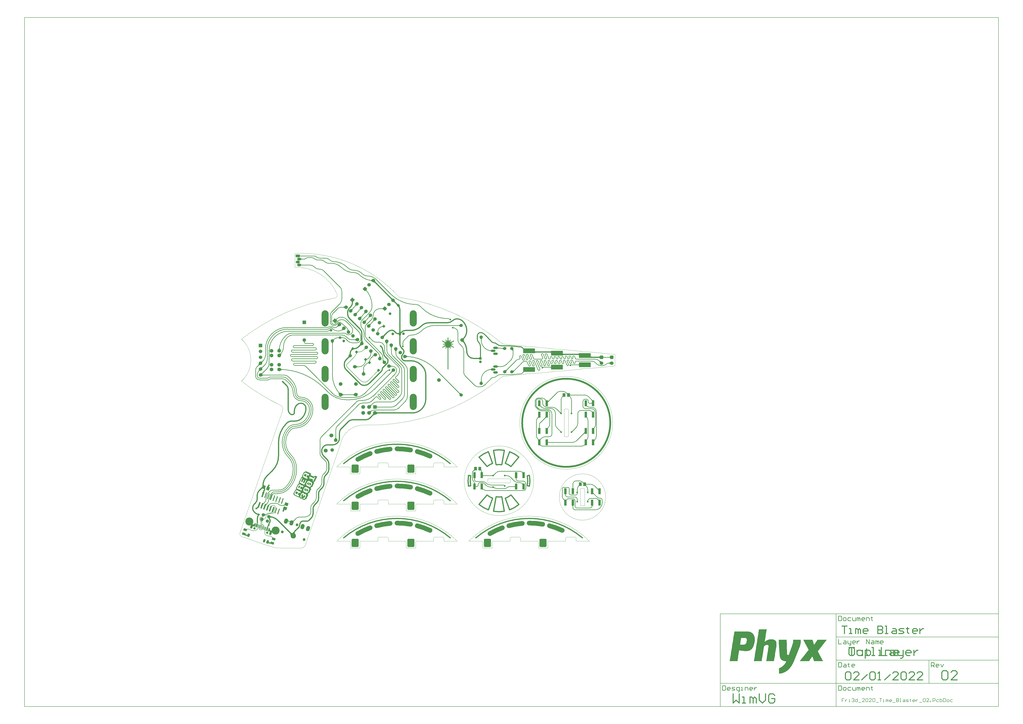
<source format=gtl>
G04*
G04 #@! TF.GenerationSoftware,Altium Limited,Altium Designer,22.0.2 (36)*
G04*
G04 Layer_Physical_Order=1*
G04 Layer_Color=3394611*
%FSLAX25Y25*%
%MOIN*%
G70*
G04*
G04 #@! TF.SameCoordinates,9300CD48-3008-460F-951F-6CAC255EBD8A*
G04*
G04*
G04 #@! TF.FilePolarity,Positive*
G04*
G01*
G75*
%ADD10C,0.00787*%
%ADD11C,0.00984*%
%ADD12C,0.00591*%
%ADD13C,0.01968*%
%ADD15C,0.01181*%
%ADD17C,0.01575*%
%ADD19C,0.00197*%
G04:AMPARAMS|DCode=20|XSize=39.37mil|YSize=57.09mil|CornerRadius=0mil|HoleSize=0mil|Usage=FLASHONLY|Rotation=251.000|XOffset=0mil|YOffset=0mil|HoleType=Round|Shape=Rectangle|*
%AMROTATEDRECTD20*
4,1,4,-0.02058,0.02791,0.03340,0.00932,0.02058,-0.02791,-0.03340,-0.00932,-0.02058,0.02791,0.0*
%
%ADD20ROTATEDRECTD20*%

G04:AMPARAMS|DCode=21|XSize=11.81mil|YSize=57.09mil|CornerRadius=0mil|HoleSize=0mil|Usage=FLASHONLY|Rotation=341.000|XOffset=0mil|YOffset=0mil|HoleType=Round|Shape=Rectangle|*
%AMROTATEDRECTD21*
4,1,4,-0.01488,-0.02507,0.00371,0.02891,0.01488,0.02507,-0.00371,-0.02891,-0.01488,-0.02507,0.0*
%
%ADD21ROTATEDRECTD21*%

G04:AMPARAMS|DCode=22|XSize=59.06mil|YSize=51.18mil|CornerRadius=0mil|HoleSize=0mil|Usage=FLASHONLY|Rotation=341.000|XOffset=0mil|YOffset=0mil|HoleType=Round|Shape=Rectangle|*
%AMROTATEDRECTD22*
4,1,4,-0.03625,-0.01458,-0.01959,0.03381,0.03625,0.01458,0.01959,-0.03381,-0.03625,-0.01458,0.0*
%
%ADD22ROTATEDRECTD22*%

G04:AMPARAMS|DCode=23|XSize=59.06mil|YSize=51.18mil|CornerRadius=0mil|HoleSize=0mil|Usage=FLASHONLY|Rotation=71.000|XOffset=0mil|YOffset=0mil|HoleType=Round|Shape=Rectangle|*
%AMROTATEDRECTD23*
4,1,4,0.01458,-0.03625,-0.03381,-0.01959,-0.01458,0.03625,0.03381,0.01959,0.01458,-0.03625,0.0*
%
%ADD23ROTATEDRECTD23*%

G04:AMPARAMS|DCode=24|XSize=15.75mil|YSize=102.36mil|CornerRadius=0mil|HoleSize=0mil|Usage=FLASHONLY|Rotation=161.000|XOffset=0mil|YOffset=0mil|HoleType=Round|Shape=Round|*
%AMOVALD24*
21,1,0.08661,0.01575,0.00000,0.00000,251.0*
1,1,0.01575,0.01410,0.04095*
1,1,0.01575,-0.01410,-0.04095*
%
%ADD24OVALD24*%

G04:AMPARAMS|DCode=25|XSize=23.62mil|YSize=102.36mil|CornerRadius=0mil|HoleSize=0mil|Usage=FLASHONLY|Rotation=161.000|XOffset=0mil|YOffset=0mil|HoleType=Round|Shape=Round|*
%AMOVALD25*
21,1,0.07874,0.02362,0.00000,0.00000,251.0*
1,1,0.02362,0.01282,0.03723*
1,1,0.02362,-0.01282,-0.03723*
%
%ADD25OVALD25*%

%ADD26R,0.03937X0.09843*%
G04:AMPARAMS|DCode=27|XSize=196.85mil|YSize=78.74mil|CornerRadius=3.94mil|HoleSize=0mil|Usage=FLASHONLY|Rotation=0.000|XOffset=0mil|YOffset=0mil|HoleType=Round|Shape=RoundedRectangle|*
%AMROUNDEDRECTD27*
21,1,0.19685,0.07087,0,0,0.0*
21,1,0.18898,0.07874,0,0,0.0*
1,1,0.00787,0.09449,-0.03543*
1,1,0.00787,-0.09449,-0.03543*
1,1,0.00787,-0.09449,0.03543*
1,1,0.00787,0.09449,0.03543*
%
%ADD27ROUNDEDRECTD27*%
%ADD28R,0.05118X0.05906*%
G04:AMPARAMS|DCode=29|XSize=137.8mil|YSize=118.11mil|CornerRadius=14.76mil|HoleSize=0mil|Usage=FLASHONLY|Rotation=90.000|XOffset=0mil|YOffset=0mil|HoleType=Round|Shape=RoundedRectangle|*
%AMROUNDEDRECTD29*
21,1,0.13780,0.08858,0,0,90.0*
21,1,0.10827,0.11811,0,0,90.0*
1,1,0.02953,0.04429,0.05413*
1,1,0.02953,0.04429,-0.05413*
1,1,0.02953,-0.04429,-0.05413*
1,1,0.02953,-0.04429,0.05413*
%
%ADD29ROUNDEDRECTD29*%
%ADD43C,0.05906*%
%ADD50C,0.06299*%
%ADD53C,0.06693*%
%ADD82C,0.01575*%
%ADD83C,0.02953*%
%ADD84C,0.07874*%
%ADD85C,0.05512*%
%ADD86C,0.03937*%
G04:AMPARAMS|DCode=87|XSize=39.37mil|YSize=62.99mil|CornerRadius=0mil|HoleSize=0mil|Usage=FLASHONLY|Rotation=341.000|XOffset=0mil|YOffset=0mil|HoleType=Round|Shape=Round|*
%AMOVALD87*
21,1,0.02362,0.03937,0.00000,0.00000,71.0*
1,1,0.03937,-0.00385,-0.01117*
1,1,0.03937,0.00385,0.01117*
%
%ADD87OVALD87*%

G04:AMPARAMS|DCode=88|XSize=39.37mil|YSize=82.68mil|CornerRadius=0mil|HoleSize=0mil|Usage=FLASHONLY|Rotation=341.000|XOffset=0mil|YOffset=0mil|HoleType=Round|Shape=Round|*
%AMOVALD88*
21,1,0.04331,0.03937,0.00000,0.00000,71.0*
1,1,0.03937,-0.00705,-0.02047*
1,1,0.03937,0.00705,0.02047*
%
%ADD88OVALD88*%

G04:AMPARAMS|DCode=89|XSize=61.02mil|YSize=35.43mil|CornerRadius=0mil|HoleSize=0mil|Usage=FLASHONLY|Rotation=251.000|XOffset=0mil|YOffset=0mil|HoleType=Round|Shape=Round|*
%AMOVALD89*
21,1,0.02559,0.03543,0.00000,0.00000,251.0*
1,1,0.03543,0.00417,0.01210*
1,1,0.03543,-0.00417,-0.01210*
%
%ADD89OVALD89*%

%ADD90O,0.07874X0.03937*%
%ADD91O,0.07874X0.03937*%
%ADD92P,0.08352X4X365.0*%
%ADD93C,0.06496*%
%ADD94R,0.06496X0.06496*%
%ADD95C,0.05591*%
%ADD96C,0.13583*%
%ADD97R,0.05906X0.05906*%
%ADD98R,0.05906X0.05906*%
%ADD99C,0.05906*%
%ADD100C,0.06000*%
%ADD101P,0.05568X4X185.0*%
G04:AMPARAMS|DCode=102|XSize=39.37mil|YSize=39.37mil|CornerRadius=9.84mil|HoleSize=0mil|Usage=FLASHONLY|Rotation=140.000|XOffset=0mil|YOffset=0mil|HoleType=Round|Shape=RoundedRectangle|*
%AMROUNDEDRECTD102*
21,1,0.03937,0.01968,0,0,140.0*
21,1,0.01968,0.03937,0,0,140.0*
1,1,0.01968,-0.00121,0.01387*
1,1,0.01968,0.01387,0.00121*
1,1,0.01968,0.00121,-0.01387*
1,1,0.01968,-0.01387,-0.00121*
%
%ADD102ROUNDEDRECTD102*%
%ADD103P,0.08352X4X95.0*%
%ADD104R,0.03937X0.03937*%
G04:AMPARAMS|DCode=105|XSize=39.37mil|YSize=39.37mil|CornerRadius=9.84mil|HoleSize=0mil|Usage=FLASHONLY|Rotation=0.000|XOffset=0mil|YOffset=0mil|HoleType=Round|Shape=RoundedRectangle|*
%AMROUNDEDRECTD105*
21,1,0.03937,0.01968,0,0,0.0*
21,1,0.01968,0.03937,0,0,0.0*
1,1,0.01968,0.00984,-0.00984*
1,1,0.01968,-0.00984,-0.00984*
1,1,0.01968,-0.00984,0.00984*
1,1,0.01968,0.00984,0.00984*
%
%ADD105ROUNDEDRECTD105*%
%ADD106C,0.04724*%
G04:AMPARAMS|DCode=107|XSize=90.55mil|YSize=62.99mil|CornerRadius=0mil|HoleSize=0mil|Usage=FLASHONLY|Rotation=71.000|XOffset=0mil|YOffset=0mil|HoleType=Round|Shape=Round|*
%AMOVALD107*
21,1,0.02756,0.06299,0.00000,0.00000,71.0*
1,1,0.06299,-0.00449,-0.01303*
1,1,0.06299,0.00449,0.01303*
%
%ADD107OVALD107*%

%ADD108C,0.09055*%
G04:AMPARAMS|DCode=109|XSize=39.37mil|YSize=39.37mil|CornerRadius=9.84mil|HoleSize=0mil|Usage=FLASHONLY|Rotation=270.000|XOffset=0mil|YOffset=0mil|HoleType=Round|Shape=RoundedRectangle|*
%AMROUNDEDRECTD109*
21,1,0.03937,0.01968,0,0,270.0*
21,1,0.01968,0.03937,0,0,270.0*
1,1,0.01968,-0.00984,-0.00984*
1,1,0.01968,-0.00984,0.00984*
1,1,0.01968,0.00984,0.00984*
1,1,0.01968,0.00984,-0.00984*
%
%ADD109ROUNDEDRECTD109*%
%ADD110R,0.03937X0.03937*%
G04:AMPARAMS|DCode=111|XSize=39.37mil|YSize=39.37mil|CornerRadius=9.84mil|HoleSize=0mil|Usage=FLASHONLY|Rotation=225.000|XOffset=0mil|YOffset=0mil|HoleType=Round|Shape=RoundedRectangle|*
%AMROUNDEDRECTD111*
21,1,0.03937,0.01968,0,0,225.0*
21,1,0.01968,0.03937,0,0,225.0*
1,1,0.01968,-0.01392,0.00000*
1,1,0.01968,0.00000,0.01392*
1,1,0.01968,0.01392,0.00000*
1,1,0.01968,0.00000,-0.01392*
%
%ADD111ROUNDEDRECTD111*%
%ADD112P,0.05568X4X270.0*%
%ADD113O,0.11811X0.27559*%
%ADD114O,0.07087X0.04528*%
G04:AMPARAMS|DCode=115|XSize=45.28mil|YSize=70.87mil|CornerRadius=11.32mil|HoleSize=0mil|Usage=FLASHONLY|Rotation=270.000|XOffset=0mil|YOffset=0mil|HoleType=Round|Shape=RoundedRectangle|*
%AMROUNDEDRECTD115*
21,1,0.04528,0.04823,0,0,270.0*
21,1,0.02264,0.07087,0,0,270.0*
1,1,0.02264,-0.02411,-0.01132*
1,1,0.02264,-0.02411,0.01132*
1,1,0.02264,0.02411,0.01132*
1,1,0.02264,0.02411,-0.01132*
%
%ADD115ROUNDEDRECTD115*%
G04:AMPARAMS|DCode=116|XSize=60mil|YSize=60mil|CornerRadius=15mil|HoleSize=0mil|Usage=FLASHONLY|Rotation=225.000|XOffset=0mil|YOffset=0mil|HoleType=Round|Shape=RoundedRectangle|*
%AMROUNDEDRECTD116*
21,1,0.06000,0.03000,0,0,225.0*
21,1,0.03000,0.06000,0,0,225.0*
1,1,0.03000,-0.02121,0.00000*
1,1,0.03000,0.00000,0.02121*
1,1,0.03000,0.02121,0.00000*
1,1,0.03000,0.00000,-0.02121*
%
%ADD116ROUNDEDRECTD116*%
G04:AMPARAMS|DCode=117|XSize=60mil|YSize=60mil|CornerRadius=15mil|HoleSize=0mil|Usage=FLASHONLY|Rotation=90.000|XOffset=0mil|YOffset=0mil|HoleType=Round|Shape=RoundedRectangle|*
%AMROUNDEDRECTD117*
21,1,0.06000,0.03000,0,0,90.0*
21,1,0.03000,0.06000,0,0,90.0*
1,1,0.03000,0.01500,0.01500*
1,1,0.03000,0.01500,-0.01500*
1,1,0.03000,-0.01500,-0.01500*
1,1,0.03000,-0.01500,0.01500*
%
%ADD117ROUNDEDRECTD117*%
%ADD118C,0.02756*%
G36*
X110626Y496560D02*
X110655Y496476D01*
X110705Y496403D01*
X110775Y496339D01*
X110865Y496284D01*
X110974Y496240D01*
X111104Y496206D01*
X111253Y496181D01*
X111423Y496166D01*
X111612Y496161D01*
Y495177D01*
X111423Y495172D01*
X111253Y495157D01*
X111104Y495133D01*
X110974Y495098D01*
X110865Y495054D01*
X110775Y495000D01*
X110705Y494936D01*
X110655Y494862D01*
X110626Y494778D01*
X110616Y494685D01*
Y496654D01*
X110626Y496560D01*
D02*
G37*
G36*
X112759Y491438D02*
X112794Y491355D01*
X112852Y491282D01*
X112934Y491219D01*
X113040Y491165D01*
X113169Y491121D01*
X113321Y491087D01*
X113497Y491063D01*
X113696Y491048D01*
X113919Y491043D01*
Y490059D01*
X113696Y490054D01*
X113321Y490015D01*
X113169Y489981D01*
X113040Y489937D01*
X112934Y489884D01*
X112852Y489820D01*
X112794Y489747D01*
X112759Y489664D01*
X112747Y489572D01*
Y491531D01*
X112759Y491438D01*
D02*
G37*
G36*
Y481202D02*
X112794Y481119D01*
X112852Y481046D01*
X112934Y480983D01*
X113040Y480929D01*
X113169Y480885D01*
X113321Y480851D01*
X113497Y480827D01*
X113696Y480812D01*
X113919Y480807D01*
Y479823D01*
X113696Y479818D01*
X113321Y479779D01*
X113169Y479745D01*
X113040Y479701D01*
X112934Y479647D01*
X112852Y479584D01*
X112794Y479511D01*
X112759Y479428D01*
X112747Y479335D01*
Y481295D01*
X112759Y481202D01*
D02*
G37*
G36*
X233299Y454499D02*
X234068Y454483D01*
X234267Y454499D01*
X234435Y454523D01*
X234572Y454556D01*
X234678Y454598D01*
X234753Y454648D01*
X234692Y453256D01*
X234650Y453282D01*
X234571Y453308D01*
X234455Y453335D01*
X234110Y453392D01*
X233253Y453484D01*
X233183Y451920D01*
X232883Y452245D01*
X232046Y453032D01*
X231787Y453233D01*
X231539Y453402D01*
X231302Y453539D01*
X231074Y453646D01*
X230858Y453721D01*
X230651Y453765D01*
X230695Y454753D01*
X230911Y454740D01*
X231139Y454759D01*
X231378Y454812D01*
X231629Y454898D01*
X231891Y455018D01*
X232164Y455171D01*
X232449Y455357D01*
X232745Y455576D01*
X233371Y456115D01*
X233299Y454499D01*
D02*
G37*
G36*
X238424Y453585D02*
X238451Y453290D01*
X238498Y453006D01*
X238565Y452733D01*
X238653Y452473D01*
X238760Y452223D01*
X238888Y451985D01*
X239035Y451759D01*
X239203Y451544D01*
X239390Y451341D01*
X237998Y449949D01*
X237795Y450136D01*
X237580Y450304D01*
X237353Y450452D01*
X237116Y450579D01*
X236866Y450686D01*
X236606Y450773D01*
X236333Y450841D01*
X236050Y450888D01*
X235754Y450915D01*
X235448Y450922D01*
X238417Y453892D01*
X238424Y453585D01*
D02*
G37*
G36*
X223950Y438213D02*
X223910Y438131D01*
X223890Y438040D01*
X223889Y437942D01*
X223909Y437835D01*
X223948Y437720D01*
X224007Y437596D01*
X224086Y437465D01*
X224185Y437325D01*
X224303Y437176D01*
X223604Y436477D01*
X223478Y436619D01*
X223359Y436737D01*
X223245Y436834D01*
X223137Y436909D01*
X223035Y436961D01*
X222939Y436991D01*
X222849Y436999D01*
X222764Y436985D01*
X222685Y436948D01*
X222613Y436890D01*
X224009Y438286D01*
X223950Y438213D01*
D02*
G37*
G36*
X266505Y424242D02*
X266720Y424074D01*
X266946Y423927D01*
X267184Y423800D01*
X267433Y423692D01*
X267694Y423605D01*
X267966Y423538D01*
X268250Y423491D01*
X268545Y423464D01*
X268852Y423457D01*
X265882Y420487D01*
X265875Y420794D01*
X265848Y421089D01*
X265801Y421373D01*
X265734Y421645D01*
X265647Y421906D01*
X265540Y422155D01*
X265412Y422393D01*
X265265Y422619D01*
X265097Y422834D01*
X264909Y423038D01*
X266301Y424430D01*
X266505Y424242D01*
D02*
G37*
G36*
X271889Y420120D02*
X271916Y419825D01*
X271963Y419541D01*
X272030Y419269D01*
X272117Y419008D01*
X272225Y418759D01*
X272352Y418521D01*
X272499Y418294D01*
X272667Y418080D01*
X272855Y417876D01*
X271463Y416484D01*
X271259Y416672D01*
X271044Y416840D01*
X270818Y416987D01*
X270580Y417114D01*
X270331Y417222D01*
X270070Y417309D01*
X269798Y417376D01*
X269514Y417423D01*
X269219Y417450D01*
X268912Y417457D01*
X271882Y420427D01*
X271889Y420120D01*
D02*
G37*
G36*
X275934Y414811D02*
X276192Y414594D01*
X276437Y414419D01*
X276667Y414286D01*
X276884Y414195D01*
X277087Y414145D01*
X277275Y414138D01*
X277450Y414172D01*
X277611Y414248D01*
X277757Y414365D01*
X275170Y411796D01*
X275250Y411903D01*
X275291Y412028D01*
X275295Y412171D01*
X275262Y412332D01*
X275190Y412511D01*
X275081Y412709D01*
X274935Y412924D01*
X274750Y413157D01*
X274529Y413409D01*
X274269Y413678D01*
X275661Y415070D01*
X275934Y414811D01*
D02*
G37*
G36*
X207865Y411543D02*
X207440Y411512D01*
X206681Y411412D01*
X206347Y411342D01*
X206043Y411259D01*
X205770Y411163D01*
X205528Y411054D01*
X205315Y410932D01*
X205134Y410797D01*
X204982Y410649D01*
X204243Y411299D01*
X204371Y411468D01*
X204482Y411665D01*
X204575Y411891D01*
X204653Y412146D01*
X204713Y412429D01*
X204756Y412741D01*
X204782Y413081D01*
X204784Y413846D01*
X204760Y414272D01*
X207865Y411543D01*
D02*
G37*
G36*
X280314Y411379D02*
X280221Y411205D01*
X280160Y411011D01*
X280132Y410796D01*
X280135Y410559D01*
X280171Y410301D01*
X280239Y410022D01*
X280339Y409722D01*
X280472Y409401D01*
X280636Y409058D01*
X279096Y407577D01*
X278926Y407903D01*
X278487Y408638D01*
X278365Y408803D01*
X278255Y408928D01*
X278157Y409014D01*
X278072Y409059D01*
X277998Y409064D01*
X277937Y409029D01*
X280439Y411531D01*
X280314Y411379D01*
D02*
G37*
G36*
X187268Y406717D02*
X186964Y407016D01*
X186388Y407520D01*
X186115Y407725D01*
X185852Y407898D01*
X185600Y408040D01*
X185358Y408150D01*
X185126Y408228D01*
X184905Y408276D01*
X184693Y408291D01*
Y409276D01*
X184905Y409292D01*
X185126Y409339D01*
X185358Y409417D01*
X185600Y409528D01*
X185852Y409669D01*
X186115Y409843D01*
X186388Y410047D01*
X186964Y410551D01*
X187268Y410851D01*
Y406717D01*
D02*
G37*
G36*
X251508Y405338D02*
X251495Y405430D01*
X251457Y405512D01*
X251393Y405585D01*
X251303Y405648D01*
X251188Y405701D01*
X251047Y405745D01*
X250881Y405779D01*
X250689Y405803D01*
X250471Y405818D01*
X250228Y405823D01*
Y406807D01*
X250471Y406812D01*
X250881Y406850D01*
X251047Y406884D01*
X251188Y406928D01*
X251303Y406981D01*
X251393Y407045D01*
X251457Y407117D01*
X251495Y407200D01*
X251508Y407292D01*
Y405338D01*
D02*
G37*
G36*
X215525Y405115D02*
X215100Y405084D01*
X214341Y404984D01*
X214007Y404914D01*
X213704Y404832D01*
X213431Y404736D01*
X213188Y404627D01*
X212976Y404504D01*
X212794Y404369D01*
X212643Y404221D01*
X211904Y404871D01*
X212031Y405040D01*
X212142Y405237D01*
X212236Y405464D01*
X212313Y405718D01*
X212373Y406001D01*
X212416Y406313D01*
X212443Y406653D01*
X212445Y407418D01*
X212421Y407844D01*
X215525Y405115D01*
D02*
G37*
G36*
X200499Y405548D02*
X200371Y405379D01*
X200260Y405182D01*
X200166Y404955D01*
X200089Y404701D01*
X200029Y404418D01*
X199986Y404106D01*
X199959Y403766D01*
X199957Y403000D01*
X199981Y402575D01*
X196877Y405304D01*
X197302Y405335D01*
X198061Y405435D01*
X198395Y405505D01*
X198698Y405587D01*
X198971Y405683D01*
X199214Y405792D01*
X199426Y405914D01*
X199608Y406050D01*
X199759Y406198D01*
X200499Y405548D01*
D02*
G37*
G36*
X223186Y398687D02*
X222761Y398656D01*
X222002Y398556D01*
X221668Y398486D01*
X221364Y398404D01*
X221091Y398308D01*
X220848Y398199D01*
X220636Y398077D01*
X220455Y397941D01*
X220303Y397793D01*
X219564Y398443D01*
X219692Y398612D01*
X219802Y398810D01*
X219896Y399036D01*
X219973Y399290D01*
X220034Y399573D01*
X220077Y399885D01*
X220103Y400225D01*
X220105Y400991D01*
X220081Y401416D01*
X223186Y398687D01*
D02*
G37*
G36*
X208159Y399120D02*
X208031Y398951D01*
X207921Y398754D01*
X207827Y398528D01*
X207750Y398273D01*
X207689Y397990D01*
X207646Y397678D01*
X207620Y397338D01*
X207618Y396573D01*
X207642Y396147D01*
X204537Y398876D01*
X204962Y398907D01*
X205721Y399007D01*
X206055Y399077D01*
X206359Y399160D01*
X206632Y399255D01*
X206874Y399364D01*
X207087Y399487D01*
X207268Y399622D01*
X207420Y399770D01*
X208159Y399120D01*
D02*
G37*
G36*
X230846Y392259D02*
X230421Y392229D01*
X229662Y392128D01*
X229328Y392059D01*
X229025Y391976D01*
X228751Y391880D01*
X228509Y391771D01*
X228297Y391649D01*
X228115Y391513D01*
X227964Y391365D01*
X227224Y392015D01*
X227352Y392184D01*
X227463Y392382D01*
X227557Y392608D01*
X227634Y392862D01*
X227694Y393145D01*
X227737Y393457D01*
X227764Y393797D01*
X227766Y394563D01*
X227741Y394988D01*
X230846Y392259D01*
D02*
G37*
G36*
X215819Y392692D02*
X215692Y392523D01*
X215581Y392326D01*
X215487Y392100D01*
X215410Y391845D01*
X215350Y391562D01*
X215307Y391250D01*
X215280Y390910D01*
X215278Y390145D01*
X215302Y389719D01*
X212198Y392448D01*
X212623Y392479D01*
X213382Y392579D01*
X213716Y392649D01*
X214019Y392732D01*
X214292Y392828D01*
X214535Y392937D01*
X214747Y393059D01*
X214929Y393194D01*
X215080Y393342D01*
X215819Y392692D01*
D02*
G37*
G36*
X173255Y388268D02*
X173125Y388131D01*
X173016Y388002D01*
X172930Y387880D01*
X172864Y387766D01*
X172821Y387660D01*
X172799Y387562D01*
X172799Y387471D01*
X172821Y387388D01*
X172864Y387313D01*
X172929Y387245D01*
X171416Y388516D01*
X171494Y388462D01*
X171580Y388430D01*
X171672Y388417D01*
X171770Y388425D01*
X171875Y388454D01*
X171986Y388503D01*
X172105Y388572D01*
X172229Y388662D01*
X172360Y388773D01*
X172498Y388903D01*
X173255Y388268D01*
D02*
G37*
G36*
X364852Y389330D02*
X365105Y389239D01*
X365230Y389205D01*
X365354Y389179D01*
X365478Y389160D01*
X365601Y389149D01*
X365723Y389146D01*
X365844Y389150D01*
X365965Y389162D01*
X364772Y387646D01*
X364752Y387780D01*
X364721Y387905D01*
X364679Y388021D01*
X364627Y388128D01*
X364565Y388227D01*
X364492Y388317D01*
X364408Y388399D01*
X364314Y388471D01*
X364209Y388535D01*
X364094Y388590D01*
X364724Y389386D01*
X364852Y389330D01*
D02*
G37*
G36*
X238507Y385831D02*
X238081Y385801D01*
X237322Y385700D01*
X236988Y385631D01*
X236685Y385548D01*
X236412Y385452D01*
X236169Y385343D01*
X235957Y385221D01*
X235775Y385086D01*
X235624Y384937D01*
X234885Y385587D01*
X235013Y385756D01*
X235123Y385954D01*
X235217Y386180D01*
X235294Y386435D01*
X235354Y386718D01*
X235398Y387029D01*
X235424Y387369D01*
X235426Y388135D01*
X235402Y388560D01*
X238507Y385831D01*
D02*
G37*
G36*
X223480Y386265D02*
X223352Y386095D01*
X223241Y385898D01*
X223148Y385672D01*
X223070Y385417D01*
X223010Y385134D01*
X222967Y384823D01*
X222941Y384483D01*
X222939Y383717D01*
X222963Y383291D01*
X219858Y386021D01*
X220283Y386051D01*
X221042Y386151D01*
X221376Y386221D01*
X221680Y386304D01*
X221953Y386400D01*
X222195Y386509D01*
X222408Y386631D01*
X222589Y386766D01*
X222741Y386914D01*
X223480Y386265D01*
D02*
G37*
G36*
X231140Y379837D02*
X231013Y379668D01*
X230902Y379470D01*
X230808Y379244D01*
X230731Y378989D01*
X230671Y378706D01*
X230627Y378395D01*
X230601Y378055D01*
X230599Y377289D01*
X230623Y376863D01*
X227519Y379593D01*
X227944Y379623D01*
X228703Y379723D01*
X229037Y379793D01*
X229340Y379876D01*
X229613Y379972D01*
X229856Y380081D01*
X230068Y380203D01*
X230250Y380338D01*
X230401Y380486D01*
X231140Y379837D01*
D02*
G37*
G36*
X382559Y375775D02*
X382281Y376048D01*
X381752Y376508D01*
X381499Y376694D01*
X381255Y376852D01*
X381020Y376982D01*
X380793Y377082D01*
X380574Y377154D01*
X380364Y377197D01*
X380162Y377212D01*
Y378196D01*
X380364Y378210D01*
X380574Y378254D01*
X380793Y378325D01*
X381020Y378426D01*
X381255Y378555D01*
X381499Y378713D01*
X381752Y378900D01*
X382012Y379116D01*
X382559Y379633D01*
Y375775D01*
D02*
G37*
G36*
X177724Y376422D02*
X177297Y376419D01*
X176534Y376367D01*
X176196Y376319D01*
X175888Y376256D01*
X175609Y376178D01*
X175360Y376085D01*
X175140Y375976D01*
X174950Y375853D01*
X174790Y375715D01*
X174094Y376411D01*
X174232Y376571D01*
X174355Y376762D01*
X174464Y376981D01*
X174557Y377230D01*
X174635Y377509D01*
X174698Y377817D01*
X174746Y378155D01*
X174798Y378919D01*
X174801Y379345D01*
X177724Y376422D01*
D02*
G37*
G36*
X251333Y375296D02*
X251327Y375392D01*
X251291Y375469D01*
X251226Y375528D01*
X251131Y375568D01*
X251006Y375589D01*
X250852Y375592D01*
X250668Y375575D01*
X250454Y375540D01*
X250211Y375487D01*
X249938Y375414D01*
X249917Y376432D01*
X250211Y376520D01*
X250709Y376701D01*
X250913Y376794D01*
X251086Y376887D01*
X251230Y376982D01*
X251343Y377078D01*
X251427Y377175D01*
X251480Y377273D01*
X251503Y377373D01*
X251333Y375296D01*
D02*
G37*
G36*
X371214Y374813D02*
X371304Y374727D01*
X371399Y374647D01*
X371499Y374575D01*
X371604Y374508D01*
X371715Y374449D01*
X371831Y374396D01*
X371952Y374350D01*
X372078Y374311D01*
X372210Y374278D01*
X372141Y373284D01*
X372015Y373308D01*
X371891Y373320D01*
X371770Y373320D01*
X371651Y373308D01*
X371534Y373284D01*
X371421Y373248D01*
X371309Y373200D01*
X371200Y373139D01*
X371094Y373067D01*
X370990Y372982D01*
X371130Y374906D01*
X371214Y374813D01*
D02*
G37*
G36*
X185362Y369994D02*
X184930Y369996D01*
X183799Y369933D01*
X183476Y369889D01*
X182912Y369766D01*
X182670Y369687D01*
X182456Y369596D01*
X182268Y369494D01*
X181561Y370216D01*
X181733Y370340D01*
X181887Y370496D01*
X182022Y370686D01*
X182140Y370908D01*
X182239Y371164D01*
X182319Y371453D01*
X182382Y371775D01*
X182427Y372130D01*
X182453Y372518D01*
X182461Y372940D01*
X185362Y369994D01*
D02*
G37*
G36*
X161700Y368844D02*
X161709Y368943D01*
X161688Y369019D01*
X161638Y369071D01*
X161558Y369100D01*
X161450Y369106D01*
X161312Y369089D01*
X161144Y369049D01*
X160947Y368985D01*
X160721Y368899D01*
X160466Y368789D01*
X160476Y369944D01*
X160783Y370086D01*
X161524Y370492D01*
X161712Y370619D01*
X161869Y370743D01*
X161997Y370863D01*
X162094Y370979D01*
X162162Y371091D01*
X162199Y371200D01*
X161700Y368844D01*
D02*
G37*
G36*
X192824Y370967D02*
X192941Y370776D01*
X193086Y370574D01*
X193261Y370359D01*
X193699Y369895D01*
X193961Y369644D01*
X194922Y368822D01*
X190808Y368412D01*
X191062Y368731D01*
X191280Y369038D01*
X191461Y369332D01*
X191605Y369613D01*
X191713Y369882D01*
X191785Y370138D01*
X191821Y370381D01*
X191820Y370612D01*
X191782Y370830D01*
X191709Y371036D01*
X192736Y371146D01*
X192824Y370967D01*
D02*
G37*
G36*
X281506Y367339D02*
X281535Y367005D01*
X281584Y366710D01*
X281652Y366454D01*
X281739Y366237D01*
X281846Y366060D01*
X281973Y365922D01*
X282118Y365824D01*
X282284Y365765D01*
X282468Y365745D01*
X278555D01*
X278740Y365765D01*
X278905Y365824D01*
X279051Y365922D01*
X279178Y366060D01*
X279285Y366237D01*
X279372Y366454D01*
X279440Y366710D01*
X279489Y367005D01*
X279518Y367339D01*
X279528Y367713D01*
X281496D01*
X281506Y367339D01*
D02*
G37*
G36*
X282284Y361812D02*
X282118Y361753D01*
X281973Y361655D01*
X281846Y361517D01*
X281739Y361340D01*
X281652Y361123D01*
X281584Y360868D01*
X281535Y360572D01*
X281506Y360238D01*
X281496Y359863D01*
X279528D01*
X279518Y360238D01*
X279489Y360572D01*
X279440Y360868D01*
X279372Y361123D01*
X279285Y361340D01*
X279178Y361517D01*
X279051Y361655D01*
X278905Y361753D01*
X278740Y361812D01*
X278555Y361832D01*
X282468D01*
X282284Y361812D01*
D02*
G37*
G36*
X254577Y359886D02*
X254391Y359685D01*
X254225Y359473D01*
X254079Y359250D01*
X253953Y359016D01*
X253846Y358772D01*
X253760Y358517D01*
X253693Y358252D01*
X253646Y357975D01*
X253620Y357688D01*
X253613Y357390D01*
X250690Y360313D01*
X250987Y360320D01*
X251274Y360347D01*
X251551Y360394D01*
X251817Y360460D01*
X252071Y360547D01*
X252316Y360653D01*
X252549Y360780D01*
X252772Y360926D01*
X252984Y361092D01*
X253185Y361278D01*
X254577Y359886D01*
D02*
G37*
G36*
X177057Y355983D02*
X177048Y356075D01*
X177006Y356157D01*
X176930Y356229D01*
X176822Y356292D01*
X176680Y356345D01*
X176506Y356389D01*
X176299Y356422D01*
X176058Y356447D01*
X175479Y356466D01*
X175795Y357450D01*
X176056Y357455D01*
X176497Y357494D01*
X176678Y357528D01*
X176832Y357571D01*
X176959Y357625D01*
X177060Y357687D01*
X177134Y357760D01*
X177181Y357842D01*
X177201Y357934D01*
X177057Y355983D01*
D02*
G37*
G36*
X180793Y357841D02*
X180835Y357759D01*
X180910Y357687D01*
X181019Y357624D01*
X181160Y357571D01*
X181334Y357527D01*
X181542Y357493D01*
X181782Y357469D01*
X182362Y357450D01*
X182046Y356466D01*
X181785Y356461D01*
X181343Y356422D01*
X181163Y356388D01*
X181009Y356345D01*
X180881Y356291D01*
X180781Y356228D01*
X180707Y356156D01*
X180660Y356073D01*
X180639Y355981D01*
X180783Y357933D01*
X180793Y357841D01*
D02*
G37*
G36*
X230121Y357139D02*
X230135Y357013D01*
X230157Y356890D01*
X230189Y356771D01*
X230231Y356656D01*
X230282Y356544D01*
X230343Y356437D01*
X230413Y356333D01*
X230493Y356233D01*
X230583Y356137D01*
X229887Y355441D01*
X229791Y355530D01*
X229691Y355610D01*
X229587Y355681D01*
X229479Y355741D01*
X229368Y355793D01*
X229253Y355834D01*
X229134Y355867D01*
X229011Y355889D01*
X228884Y355902D01*
X228754Y355906D01*
X230118Y357270D01*
X230121Y357139D01*
D02*
G37*
G36*
X168596Y353681D02*
X168517Y353599D01*
X168339Y353387D01*
X168300Y353328D01*
X168271Y353274D01*
X168253Y353226D01*
X168245Y353184D01*
X168247Y353147D01*
X168259Y353116D01*
X167335Y354040D01*
X167366Y354027D01*
X167403Y354026D01*
X167446Y354034D01*
X167494Y354052D01*
X167547Y354081D01*
X167607Y354120D01*
X167672Y354169D01*
X167818Y354297D01*
X167900Y354377D01*
X168596Y353681D01*
D02*
G37*
G36*
X420279Y355773D02*
X419819Y355243D01*
X419632Y354991D01*
X419474Y354747D01*
X419345Y354512D01*
X419244Y354285D01*
X419172Y354066D01*
X419129Y353855D01*
X419115Y353654D01*
X418130D01*
X418116Y353855D01*
X418073Y354066D01*
X418001Y354285D01*
X417901Y354512D01*
X417771Y354747D01*
X417613Y354991D01*
X417426Y355243D01*
X417211Y355504D01*
X416693Y356051D01*
X420552D01*
X420279Y355773D01*
D02*
G37*
G36*
X206286Y351596D02*
X205983Y351895D01*
X205406Y352399D01*
X205134Y352604D01*
X204871Y352777D01*
X204619Y352919D01*
X204377Y353029D01*
X204145Y353108D01*
X203923Y353155D01*
X203712Y353171D01*
Y354155D01*
X203923Y354171D01*
X204145Y354218D01*
X204377Y354297D01*
X204619Y354407D01*
X204871Y354549D01*
X205134Y354722D01*
X205406Y354927D01*
X205983Y355431D01*
X206286Y355730D01*
Y351596D01*
D02*
G37*
G36*
X362452Y357536D02*
X362516Y357523D01*
X362578Y357505D01*
X362637Y357480D01*
X362695Y357449D01*
X362749Y357413D01*
X362799Y357372D01*
X362844Y357327D01*
X362885Y357277D01*
X362921Y357223D01*
X362952Y357166D01*
X362977Y357106D01*
X362995Y357044D01*
X363008Y356980D01*
X363014Y356916D01*
Y356884D01*
X363014Y350615D01*
X363034Y350612D01*
X363072Y350606D01*
X363110Y350600D01*
X363148Y350593D01*
X363167Y350589D01*
X363704Y352602D01*
X363710Y352625D01*
X363728Y352669D01*
X363751Y352711D01*
X363778Y352749D01*
X363811Y352784D01*
X363847Y352815D01*
X363886Y352842D01*
X363929Y352863D01*
X363973Y352880D01*
X364019Y352890D01*
X364067Y352896D01*
X364114Y352895D01*
X364161Y352889D01*
X364208Y352877D01*
X364252Y352860D01*
X364294Y352837D01*
X364333Y352810D01*
X364368Y352779D01*
X364400Y352743D01*
X364426Y352703D01*
X364448Y352661D01*
X364465Y352617D01*
X364476Y352571D01*
X364482Y352523D01*
Y352500D01*
Y352487D01*
X364480Y352461D01*
X364477Y352435D01*
X364472Y352410D01*
X364469Y352398D01*
X364469Y352398D01*
X363930Y350379D01*
X363964Y350367D01*
X364031Y350341D01*
X364099Y350313D01*
X364165Y350285D01*
X364198Y350270D01*
X366060Y353491D01*
X366074Y353516D01*
X366108Y353563D01*
X366147Y353605D01*
X366191Y353643D01*
X366238Y353676D01*
X366288Y353704D01*
X366341Y353726D01*
X366397Y353742D01*
X366453Y353752D01*
X366511Y353755D01*
X366568Y353753D01*
X366625Y353744D01*
X366681Y353729D01*
X366734Y353708D01*
X366786Y353682D01*
X366833Y353650D01*
X366877Y353613D01*
X366917Y353571D01*
X366952Y353525D01*
X366982Y353476D01*
X367006Y353424D01*
X367025Y353370D01*
X367037Y353313D01*
X367044Y353256D01*
Y353227D01*
Y353210D01*
X367041Y353176D01*
X367037Y353141D01*
X367030Y353108D01*
X367021Y353074D01*
X367010Y353041D01*
X366997Y353010D01*
X366982Y352978D01*
X366973Y352963D01*
X366973Y352964D01*
X365107Y349735D01*
X365135Y349714D01*
X365190Y349671D01*
X365244Y349627D01*
X365298Y349583D01*
X365324Y349560D01*
X365324D01*
X366801Y351040D01*
X366817Y351056D01*
X366854Y351085D01*
X366894Y351109D01*
X366936Y351129D01*
X366981Y351143D01*
X367026Y351153D01*
X367073Y351156D01*
X367120Y351154D01*
X367166Y351147D01*
X367211Y351134D01*
X367254Y351117D01*
X367295Y351094D01*
X367332Y351066D01*
X367367Y351035D01*
X367397Y350999D01*
X367423Y350960D01*
X367444Y350919D01*
X367460Y350875D01*
X367471Y350830D01*
X367477Y350783D01*
Y350760D01*
Y350741D01*
X367473Y350702D01*
X367465Y350664D01*
X367454Y350627D01*
X367439Y350591D01*
X367421Y350556D01*
X367399Y350524D01*
X367375Y350494D01*
X367361Y350480D01*
Y350480D01*
X365879Y348996D01*
X365892Y348981D01*
X365917Y348950D01*
X365941Y348920D01*
X365966Y348889D01*
X365978Y348873D01*
X365978D01*
X371437Y352029D01*
X371467Y352046D01*
X371530Y352074D01*
X371596Y352096D01*
X371663Y352110D01*
X371732Y352117D01*
X371801Y352117D01*
X371870Y352110D01*
X371937Y352096D01*
X372003Y352074D01*
X372066Y352046D01*
X372126Y352012D01*
X372182Y351971D01*
X372233Y351925D01*
X372280Y351874D01*
X372320Y351818D01*
X372355Y351758D01*
X372383Y351695D01*
X372404Y351629D01*
X372419Y351561D01*
X372426Y351493D01*
Y351458D01*
Y351430D01*
X372421Y351372D01*
X372411Y351315D01*
X372396Y351260D01*
X372376Y351206D01*
X372352Y351154D01*
X372323Y351104D01*
X372290Y351057D01*
X372253Y351013D01*
X372213Y350972D01*
X372169Y350935D01*
X372122Y350902D01*
X372097Y350888D01*
X372097D01*
X366625Y347725D01*
X366630Y347710D01*
X366642Y347680D01*
X366653Y347651D01*
X366664Y347621D01*
X366669Y347606D01*
X366669D01*
X368716Y348157D01*
X368738Y348163D01*
X368783Y348169D01*
X368829Y348171D01*
X368874Y348167D01*
X368918Y348159D01*
X368962Y348145D01*
X369003Y348126D01*
X369042Y348103D01*
X369078Y348075D01*
X369110Y348043D01*
X369139Y348008D01*
X369164Y347970D01*
X369184Y347930D01*
X369199Y347887D01*
X369210Y347843D01*
X369215Y347797D01*
Y347775D01*
Y347753D01*
X369210Y347710D01*
X369201Y347668D01*
X369187Y347627D01*
X369169Y347588D01*
X369146Y347551D01*
X369120Y347517D01*
X369090Y347486D01*
X369057Y347458D01*
X369021Y347434D01*
X368983Y347414D01*
X368943Y347398D01*
X368922Y347393D01*
X368922Y347393D01*
X366869Y346841D01*
X366876Y346804D01*
X366887Y346731D01*
X366897Y346658D01*
X366906Y346584D01*
X366910Y346547D01*
X370674Y346546D01*
X370700Y346546D01*
X370752Y346540D01*
X370803Y346530D01*
X370852Y346515D01*
X370900Y346496D01*
X370946Y346471D01*
X370989Y346442D01*
X371029Y346409D01*
X371065Y346373D01*
X371098Y346333D01*
X371127Y346290D01*
X371151Y346244D01*
X371171Y346196D01*
X371186Y346146D01*
X371196Y346096D01*
X371201Y346044D01*
Y346018D01*
Y345992D01*
X371196Y345941D01*
X371186Y345890D01*
X371171Y345840D01*
X371151Y345793D01*
X371127Y345747D01*
X371098Y345704D01*
X371065Y345664D01*
X371029Y345627D01*
X370988Y345594D01*
X370945Y345565D01*
X370900Y345541D01*
X370852Y345521D01*
X370802Y345506D01*
X370751Y345496D01*
X370700Y345491D01*
X370674Y345491D01*
X370674Y345491D01*
X366900Y345493D01*
X366897Y345461D01*
X366888Y345399D01*
X366878Y345336D01*
X366868Y345274D01*
X366862Y345243D01*
X366862D01*
X366862Y345243D01*
Y345243D01*
X368924Y344692D01*
X368945Y344686D01*
X368986Y344671D01*
X369024Y344651D01*
X369060Y344627D01*
X369093Y344599D01*
X369123Y344568D01*
X369149Y344534D01*
X369172Y344497D01*
X369190Y344457D01*
X369204Y344416D01*
X369213Y344374D01*
X369218Y344331D01*
Y344310D01*
Y344287D01*
X369213Y344242D01*
X369202Y344198D01*
X369187Y344155D01*
X369167Y344114D01*
X369143Y344076D01*
X369114Y344041D01*
X369081Y344010D01*
X369045Y343982D01*
X369006Y343959D01*
X368965Y343940D01*
X368922Y343926D01*
X368878Y343917D01*
X368832Y343914D01*
X368787Y343915D01*
X368742Y343921D01*
X368720Y343927D01*
X368720D01*
X366655Y344479D01*
X366649Y344461D01*
X366636Y344427D01*
X366622Y344392D01*
X366609Y344358D01*
X366602Y344340D01*
X372074Y341176D01*
X372099Y341162D01*
X372146Y341129D01*
X372190Y341092D01*
X372231Y341051D01*
X372268Y341007D01*
X372301Y340960D01*
X372330Y340910D01*
X372354Y340858D01*
X372374Y340804D01*
X372388Y340749D01*
X372398Y340692D01*
X372403Y340635D01*
Y340606D01*
Y340571D01*
X372396Y340503D01*
X372382Y340435D01*
X372360Y340369D01*
X372332Y340306D01*
X372298Y340247D01*
X372257Y340191D01*
X372211Y340139D01*
X372160Y340093D01*
X372104Y340052D01*
X372044Y340018D01*
X371981Y339990D01*
X371915Y339968D01*
X371847Y339954D01*
X371779Y339947D01*
X371710Y339947D01*
X371641Y339954D01*
X371573Y339969D01*
X371508Y339990D01*
X371445Y340018D01*
X371415Y340036D01*
X371415D01*
X365939Y343201D01*
X365929Y343189D01*
X365909Y343163D01*
X365889Y343138D01*
X365868Y343113D01*
X365858Y343101D01*
X365858D01*
X367382Y341579D01*
X367396Y341566D01*
X367421Y341535D01*
X367442Y341503D01*
X367460Y341469D01*
X367475Y341433D01*
X367487Y341396D01*
X367494Y341357D01*
X367498Y341319D01*
Y341299D01*
Y341276D01*
X367493Y341230D01*
X367482Y341184D01*
X367466Y341141D01*
X367444Y341099D01*
X367419Y341060D01*
X367388Y341025D01*
X367354Y340993D01*
X367316Y340966D01*
X367276Y340943D01*
X367232Y340925D01*
X367188Y340912D01*
X367142Y340905D01*
X367095Y340903D01*
X367048Y340907D01*
X367003Y340916D01*
X366958Y340930D01*
X366916Y340950D01*
X366876Y340974D01*
X366839Y341003D01*
X366823Y341019D01*
X366823D01*
X365299Y342541D01*
X365271Y342517D01*
X365215Y342472D01*
X365158Y342427D01*
X365101Y342383D01*
X365072Y342362D01*
X365072D01*
X366967Y339076D01*
X366975Y339061D01*
X366990Y339031D01*
X367003Y338999D01*
X367015Y338966D01*
X367023Y338933D01*
X367030Y338899D01*
X367035Y338865D01*
X367037Y338830D01*
Y338813D01*
Y338784D01*
X367031Y338727D01*
X367018Y338671D01*
X367000Y338616D01*
X366975Y338564D01*
X366946Y338515D01*
X366911Y338469D01*
X366871Y338427D01*
X366827Y338390D01*
X366779Y338358D01*
X366728Y338332D01*
X366674Y338311D01*
X366618Y338296D01*
X366561Y338287D01*
X366504Y338285D01*
X366446Y338289D01*
X366390Y338299D01*
X366334Y338315D01*
X366281Y338337D01*
X366231Y338365D01*
X366183Y338398D01*
X366140Y338436D01*
X366101Y338478D01*
X366067Y338525D01*
X366053Y338550D01*
Y338550D01*
X364158Y341835D01*
X364129Y341823D01*
X364071Y341798D01*
X364012Y341775D01*
X363953Y341752D01*
X363924Y341741D01*
X364481Y339670D01*
X364484Y339658D01*
X364489Y339632D01*
X364493Y339607D01*
X364494Y339581D01*
Y339568D01*
Y339544D01*
X364489Y339497D01*
X364477Y339451D01*
X364460Y339406D01*
X364439Y339364D01*
X364412Y339325D01*
X364380Y339289D01*
X364345Y339257D01*
X364306Y339230D01*
X364264Y339208D01*
X364220Y339190D01*
X364174Y339178D01*
X364127Y339172D01*
X364079Y339172D01*
X364032Y339177D01*
X363986Y339188D01*
X363941Y339204D01*
X363899Y339225D01*
X363859Y339252D01*
X363823Y339283D01*
X363791Y339318D01*
X363763Y339356D01*
X363740Y339398D01*
X363722Y339442D01*
X363716Y339465D01*
X363716Y339465D01*
X363160Y341532D01*
X363142Y341529D01*
X363106Y341523D01*
X363069Y341517D01*
X363033Y341511D01*
X363014Y341508D01*
X363014D01*
Y303578D01*
Y303545D01*
X363008Y303481D01*
X362995Y303418D01*
X362977Y303356D01*
X362952Y303296D01*
X362921Y303239D01*
X362885Y303185D01*
X362844Y303135D01*
X362799Y303089D01*
X362749Y303048D01*
X362695Y303012D01*
X362637Y302981D01*
X362578Y302957D01*
X362516Y302938D01*
X362452Y302925D01*
X362388Y302919D01*
X362323D01*
X362259Y302925D01*
X362195Y302938D01*
X362133Y302957D01*
X362073Y302981D01*
X362016Y303012D01*
X361963Y303048D01*
X361912Y303089D01*
X361867Y303135D01*
X361826Y303185D01*
X361790Y303239D01*
X361759Y303296D01*
X361734Y303356D01*
X361716Y303418D01*
X361703Y303481D01*
X361697Y303545D01*
Y303578D01*
X361697Y341501D01*
X361680Y341504D01*
X361647Y341508D01*
X361614Y341513D01*
X361582Y341519D01*
X361565Y341521D01*
Y341522D01*
X361016Y339462D01*
X361009Y339437D01*
X360989Y339389D01*
X360963Y339345D01*
X360932Y339303D01*
X360895Y339267D01*
X360854Y339235D01*
X360809Y339209D01*
X360761Y339189D01*
X360711Y339176D01*
X360660Y339169D01*
X360608Y339169D01*
X360556Y339176D01*
X360506Y339189D01*
X360458Y339209D01*
X360413Y339235D01*
X360372Y339266D01*
X360335Y339303D01*
X360304Y339344D01*
X360278Y339389D01*
X360258Y339437D01*
X360244Y339487D01*
X360238Y339538D01*
X360238Y339590D01*
X360244Y339641D01*
X360251Y339667D01*
Y339667D01*
X360799Y341720D01*
X360766Y341732D01*
X360699Y341756D01*
X360632Y341782D01*
X360567Y341809D01*
X360534Y341823D01*
X358644Y338553D01*
X358644Y338553D01*
X358629Y338527D01*
X358594Y338480D01*
X358554Y338436D01*
X358509Y338398D01*
X358460Y338364D01*
X358407Y338337D01*
X358352Y338315D01*
X358295Y338300D01*
X358237Y338291D01*
X358177Y338289D01*
X358118Y338293D01*
X358060Y338304D01*
X358004Y338322D01*
X357949Y338346D01*
X357898Y338375D01*
X357850Y338410D01*
X357807Y338451D01*
X357768Y338496D01*
X357735Y338545D01*
X357707Y338597D01*
X357686Y338652D01*
X357670Y338709D01*
X357662Y338768D01*
X357660Y338827D01*
X357664Y338886D01*
X357675Y338944D01*
X357693Y339001D01*
X357716Y339055D01*
X357731Y339081D01*
Y339081D01*
X357731D01*
X359616Y342343D01*
X359589Y342363D01*
X359535Y342403D01*
X359482Y342445D01*
X359430Y342487D01*
X359403Y342508D01*
Y342508D01*
X357903Y341005D01*
X357885Y340986D01*
X357844Y340955D01*
X357799Y340929D01*
X357751Y340909D01*
X357701Y340896D01*
X357649Y340889D01*
X357597Y340889D01*
X357546Y340895D01*
X357496Y340909D01*
X357448Y340929D01*
X357403Y340954D01*
X357362Y340986D01*
X357325Y341023D01*
X357293Y341064D01*
X357267Y341109D01*
X357248Y341157D01*
X357234Y341207D01*
X357227Y341258D01*
X357227Y341310D01*
X357234Y341361D01*
X357247Y341411D01*
X357267Y341459D01*
X357293Y341504D01*
X357325Y341546D01*
X357343Y341564D01*
X357343Y341564D01*
X358838Y343062D01*
X358827Y343075D01*
X358804Y343103D01*
X358781Y343130D01*
X358758Y343158D01*
X358747Y343172D01*
X358747Y343172D01*
X353326Y340038D01*
X353298Y340022D01*
X353239Y339995D01*
X353177Y339974D01*
X353114Y339959D01*
X353050Y339951D01*
X352985Y339949D01*
X352921Y339953D01*
X352857Y339963D01*
X352794Y339980D01*
X352734Y340003D01*
X352676Y340032D01*
X352621Y340066D01*
X352569Y340105D01*
X352522Y340149D01*
X352479Y340198D01*
X352442Y340250D01*
X352409Y340307D01*
X352382Y340366D01*
X352362Y340427D01*
X352347Y340490D01*
X352338Y340554D01*
X352336Y340619D01*
X352341Y340683D01*
X352351Y340747D01*
X352368Y340810D01*
X352391Y340870D01*
X352419Y340929D01*
X352453Y340984D01*
X352493Y341035D01*
X352537Y341082D01*
X352586Y341125D01*
X352638Y341163D01*
X352666Y341179D01*
X352666Y341179D01*
X358075Y344305D01*
X358067Y344324D01*
X358052Y344363D01*
X358037Y344401D01*
X358022Y344440D01*
X358015Y344459D01*
Y344459D01*
X355993Y343916D01*
X355968Y343909D01*
X355917Y343902D01*
X355865Y343902D01*
X355813Y343909D01*
X355763Y343922D01*
X355715Y343942D01*
X355670Y343968D01*
X355629Y343999D01*
X355592Y344036D01*
X355561Y344077D01*
X355535Y344122D01*
X355515Y344170D01*
X355502Y344220D01*
X355495Y344271D01*
X355495Y344323D01*
X355501Y344375D01*
X355515Y344425D01*
X355535Y344473D01*
X355560Y344518D01*
X355592Y344559D01*
X355629Y344596D01*
X355670Y344627D01*
X355715Y344653D01*
X355763Y344673D01*
X355788Y344680D01*
X355788D01*
X357804Y345222D01*
X357798Y345256D01*
X357786Y345325D01*
X357776Y345394D01*
X357766Y345462D01*
X357762Y345497D01*
X357762D01*
X354030Y345499D01*
X354000Y345499D01*
X353941Y345505D01*
X353883Y345519D01*
X353828Y345538D01*
X353774Y345564D01*
X353724Y345595D01*
X353678Y345632D01*
X353636Y345674D01*
X353599Y345721D01*
X353568Y345771D01*
X353542Y345824D01*
X353522Y345880D01*
X353509Y345938D01*
X353502Y345997D01*
X353502Y346056D01*
X353509Y346115D01*
X353522Y346172D01*
X353542Y346228D01*
X353568Y346282D01*
X353599Y346332D01*
X353636Y346378D01*
X353678Y346420D01*
X353724Y346457D01*
X353774Y346488D01*
X353828Y346514D01*
X353884Y346534D01*
X353942Y346547D01*
X354000Y346553D01*
X354030Y346553D01*
X354030D01*
X357753Y346552D01*
X357757Y346588D01*
X357766Y346662D01*
X357776Y346735D01*
X357788Y346808D01*
X357794Y346844D01*
X355785Y347380D01*
X355760Y347387D01*
X355712Y347407D01*
X355667Y347433D01*
X355626Y347464D01*
X355589Y347501D01*
X355558Y347542D01*
X355532Y347587D01*
X355512Y347635D01*
X355498Y347685D01*
X355491Y347737D01*
X355491Y347788D01*
X355498Y347840D01*
X355511Y347890D01*
X355531Y347938D01*
X355557Y347983D01*
X355589Y348024D01*
X355625Y348061D01*
X355666Y348092D01*
X355711Y348118D01*
X355759Y348138D01*
X355809Y348152D01*
X355861Y348159D01*
X355913Y348159D01*
X355964Y348152D01*
X355989Y348145D01*
X355989Y348145D01*
X357995Y347610D01*
X358002Y347629D01*
X358016Y347667D01*
X358030Y347705D01*
X358045Y347743D01*
X358052Y347762D01*
X358052Y347762D01*
X352645Y350888D01*
X352618Y350904D01*
X352565Y350942D01*
X352516Y350985D01*
X352472Y351032D01*
X352433Y351083D01*
X352398Y351138D01*
X352370Y351196D01*
X352347Y351257D01*
X352330Y351319D01*
X352320Y351383D01*
X352316Y351448D01*
X352318Y351513D01*
X352326Y351577D01*
X352341Y351640D01*
X352362Y351701D01*
X352389Y351760D01*
X352421Y351816D01*
X352459Y351869D01*
X352502Y351917D01*
X352549Y351962D01*
X352600Y352001D01*
X352655Y352035D01*
X352713Y352064D01*
X352774Y352086D01*
X352836Y352103D01*
X352900Y352114D01*
X352965Y352118D01*
X353030Y352116D01*
X353094Y352107D01*
X353157Y352093D01*
X353218Y352072D01*
X353277Y352045D01*
X353305Y352029D01*
X353305D01*
X358709Y348904D01*
X358721Y348919D01*
X358745Y348949D01*
X358769Y348978D01*
X358793Y349008D01*
X358805Y349022D01*
Y349022D01*
X357347Y350477D01*
X357329Y350496D01*
X357297Y350537D01*
X357271Y350582D01*
X357252Y350629D01*
X357238Y350680D01*
X357231Y350731D01*
X357231Y350783D01*
X357238Y350834D01*
X357251Y350884D01*
X357271Y350932D01*
X357297Y350977D01*
X357329Y351019D01*
X357365Y351055D01*
X357406Y351087D01*
X357451Y351113D01*
X357499Y351133D01*
X357549Y351146D01*
X357601Y351153D01*
X357652Y351153D01*
X357704Y351146D01*
X357754Y351133D01*
X357802Y351113D01*
X357847Y351087D01*
X357888Y351056D01*
X357906Y351037D01*
Y351037D01*
X359364Y349582D01*
X359392Y349605D01*
X359447Y349650D01*
X359503Y349694D01*
X359559Y349738D01*
X359588Y349759D01*
X357737Y352968D01*
X357723Y352993D01*
X357699Y353048D01*
X357682Y353104D01*
X357671Y353163D01*
X357666Y353222D01*
X357668Y353281D01*
X357677Y353339D01*
X357693Y353397D01*
X357714Y353452D01*
X357742Y353504D01*
X357775Y353553D01*
X357814Y353598D01*
X357857Y353638D01*
X357905Y353673D01*
X357956Y353703D01*
X358011Y353727D01*
X358067Y353744D01*
X358125Y353755D01*
X358185Y353759D01*
X358244Y353757D01*
X358302Y353748D01*
X358360Y353733D01*
X358415Y353711D01*
X358467Y353683D01*
X358516Y353650D01*
X358561Y353611D01*
X358601Y353568D01*
X358636Y353520D01*
X358651Y353495D01*
X360501Y350286D01*
X360535Y350301D01*
X360604Y350329D01*
X360673Y350357D01*
X360742Y350383D01*
X360777Y350395D01*
X360777D01*
X360239Y352394D01*
X360232Y352419D01*
X360226Y352470D01*
X360226Y352522D01*
X360232Y352573D01*
X360246Y352624D01*
X360265Y352672D01*
X360291Y352716D01*
X360323Y352758D01*
X360360Y352794D01*
X360401Y352826D01*
X360446Y352852D01*
X360494Y352872D01*
X360544Y352885D01*
X360595Y352892D01*
X360647Y352892D01*
X360698Y352885D01*
X360749Y352872D01*
X360796Y352852D01*
X360841Y352826D01*
X360882Y352795D01*
X360919Y352758D01*
X360951Y352717D01*
X360977Y352672D01*
X360997Y352624D01*
X361003Y352599D01*
Y352599D01*
X361542Y350598D01*
X361561Y350601D01*
X361600Y350607D01*
X361638Y350613D01*
X361677Y350619D01*
X361697Y350622D01*
X361697D01*
Y356884D01*
Y356916D01*
X361703Y356980D01*
X361716Y357044D01*
X361734Y357106D01*
X361759Y357166D01*
X361790Y357223D01*
X361826Y357277D01*
X361867Y357327D01*
X361912Y357372D01*
X361963Y357413D01*
X362016Y357449D01*
X362073Y357480D01*
X362133Y357505D01*
X362195Y357523D01*
X362259Y357536D01*
X362323Y357542D01*
X362388D01*
X362452Y357536D01*
D02*
G37*
G36*
X217051Y351517D02*
X217083Y351249D01*
X217137Y350988D01*
X217213Y350734D01*
X217310Y350486D01*
X217429Y350245D01*
X217570Y350010D01*
X217733Y349781D01*
X217917Y349559D01*
X218122Y349344D01*
X213989D01*
X214194Y349559D01*
X214378Y349781D01*
X214541Y350010D01*
X214682Y350245D01*
X214801Y350486D01*
X214898Y350734D01*
X214974Y350988D01*
X215028Y351249D01*
X215060Y351517D01*
X215071Y351791D01*
X217040D01*
X217051Y351517D01*
D02*
G37*
G36*
X119035Y350335D02*
X118944Y350275D01*
X118864Y350202D01*
X118794Y350116D01*
X118736Y350016D01*
X118687Y349903D01*
X118650Y349777D01*
X118623Y349637D01*
X118607Y349484D01*
X118602Y349317D01*
X117618D01*
X117612Y349484D01*
X117596Y349637D01*
X117570Y349777D01*
X117532Y349903D01*
X117484Y350016D01*
X117425Y350116D01*
X117356Y350202D01*
X117276Y350275D01*
X117185Y350335D01*
X117084Y350381D01*
X119136D01*
X119035Y350335D01*
D02*
G37*
G36*
X389349Y352604D02*
X389355Y352284D01*
X389379Y351973D01*
X389422Y351672D01*
X389485Y351380D01*
X389566Y351098D01*
X389666Y350825D01*
X389786Y350562D01*
X389924Y350308D01*
X390081Y350064D01*
X388601Y348742D01*
X388431Y348967D01*
X388243Y349169D01*
X388036Y349350D01*
X387810Y349509D01*
X387566Y349646D01*
X387303Y349762D01*
X387022Y349855D01*
X386722Y349926D01*
X386404Y349976D01*
X386067Y350004D01*
X389363Y352934D01*
X389349Y352604D01*
D02*
G37*
G36*
X167560Y349439D02*
X167100Y348909D01*
X166913Y348657D01*
X166755Y348413D01*
X166626Y348177D01*
X166525Y347950D01*
X166453Y347732D01*
X166410Y347521D01*
X166396Y347319D01*
X165412D01*
X165397Y347521D01*
X165354Y347732D01*
X165282Y347950D01*
X165182Y348177D01*
X165052Y348413D01*
X164894Y348657D01*
X164708Y348909D01*
X164492Y349170D01*
X163975Y349716D01*
X167833D01*
X167560Y349439D01*
D02*
G37*
G36*
X260088Y348520D02*
X259584Y347944D01*
X259380Y347671D01*
X259206Y347409D01*
X259065Y347156D01*
X258954Y346914D01*
X258876Y346683D01*
X258828Y346461D01*
X258813Y346250D01*
X257828D01*
X257813Y346461D01*
X257765Y346683D01*
X257687Y346914D01*
X257576Y347156D01*
X257435Y347409D01*
X257261Y347671D01*
X257057Y347944D01*
X256553Y348520D01*
X256254Y348824D01*
X260387D01*
X260088Y348520D01*
D02*
G37*
G36*
X216026Y344283D02*
X215728Y344276D01*
X215441Y344249D01*
X215165Y344202D01*
X214899Y344135D01*
X214644Y344049D01*
X214400Y343942D01*
X214166Y343816D01*
X213944Y343670D01*
X213732Y343504D01*
X213530Y343318D01*
X212138Y344710D01*
X212324Y344911D01*
X212490Y345123D01*
X212637Y345346D01*
X212763Y345579D01*
X212869Y345824D01*
X212956Y346079D01*
X213022Y346344D01*
X213069Y346621D01*
X213096Y346908D01*
X213103Y347205D01*
X216026Y344283D01*
D02*
G37*
G36*
X285930Y344109D02*
X285944Y343981D01*
X285968Y343858D01*
X286001Y343739D01*
X286043Y343624D01*
X286095Y343513D01*
X286157Y343406D01*
X286228Y343303D01*
X286308Y343205D01*
X286398Y343110D01*
X284469D01*
X284558Y343205D01*
X284639Y343303D01*
X284710Y343406D01*
X284771Y343513D01*
X284823Y343624D01*
X284865Y343739D01*
X284898Y343858D01*
X284922Y343981D01*
X284936Y344109D01*
X284941Y344240D01*
X285925D01*
X285930Y344109D01*
D02*
G37*
G36*
X267749Y342093D02*
X267245Y341516D01*
X267040Y341243D01*
X266867Y340981D01*
X266725Y340728D01*
X266615Y340486D01*
X266536Y340255D01*
X266489Y340033D01*
X266473Y339822D01*
X265489D01*
X265473Y340033D01*
X265426Y340255D01*
X265347Y340486D01*
X265237Y340728D01*
X265095Y340981D01*
X264922Y341243D01*
X264717Y341516D01*
X264213Y342093D01*
X263914Y342396D01*
X268048D01*
X267749Y342093D01*
D02*
G37*
G36*
X456511Y336859D02*
X456262Y337158D01*
X455781Y337668D01*
X455548Y337879D01*
X455321Y338061D01*
X455100Y338213D01*
X454884Y338336D01*
X454673Y338429D01*
X454468Y338493D01*
X454269Y338527D01*
X454367Y339507D01*
X454569Y339501D01*
X454783Y339523D01*
X455008Y339573D01*
X455243Y339650D01*
X455491Y339755D01*
X455749Y339888D01*
X456019Y340049D01*
X456300Y340238D01*
X456895Y340698D01*
X456511Y336859D01*
D02*
G37*
G36*
X446613Y340476D02*
X446646Y340393D01*
X446704Y340319D01*
X446785Y340255D01*
X446891Y340200D01*
X447021Y340155D01*
X447175Y340119D01*
X447353Y340093D01*
X447556Y340077D01*
X447782Y340070D01*
X447756Y339085D01*
X447528Y339083D01*
X447143Y339048D01*
X446985Y339016D01*
X446852Y338973D01*
X446742Y338921D01*
X446656Y338859D01*
X446594Y338787D01*
X446555Y338705D01*
X446540Y338613D01*
X446604Y340569D01*
X446613Y340476D01*
D02*
G37*
G36*
X223686Y337855D02*
X223235Y337852D01*
X222431Y337806D01*
X222080Y337762D01*
X221761Y337704D01*
X221477Y337633D01*
X221226Y337547D01*
X221008Y337448D01*
X220823Y337334D01*
X220672Y337207D01*
X220116Y337764D01*
X220243Y337915D01*
X220356Y338099D01*
X220456Y338317D01*
X220541Y338568D01*
X220613Y338853D01*
X220671Y339171D01*
X220715Y339522D01*
X220761Y340326D01*
X220763Y340778D01*
X223686Y337855D01*
D02*
G37*
G36*
X490415Y339443D02*
X491201Y338750D01*
X491342Y338653D01*
X491459Y338585D01*
X491555Y338549D01*
X491628Y338542D01*
X491678Y338566D01*
X490174Y337062D01*
X490198Y337113D01*
X490191Y337185D01*
X490155Y337281D01*
X490088Y337399D01*
X489990Y337539D01*
X489862Y337702D01*
X489516Y338095D01*
X489048Y338578D01*
X490162Y339692D01*
X490415Y339443D01*
D02*
G37*
G36*
X76387Y339617D02*
X76376Y339393D01*
X76399Y339157D01*
X76459Y338908D01*
X76554Y338647D01*
X76684Y338373D01*
X76850Y338088D01*
X77052Y337789D01*
X77289Y337478D01*
X77870Y336819D01*
X73463Y336968D01*
X73806Y337292D01*
X74636Y338188D01*
X74846Y338462D01*
X75023Y338724D01*
X75167Y338974D01*
X75277Y339212D01*
X75354Y339437D01*
X75398Y339650D01*
X76387Y339617D01*
D02*
G37*
G36*
X435285Y333725D02*
X435276Y333819D01*
X435243Y333906D01*
X435186Y333986D01*
X435105Y334060D01*
X435000Y334127D01*
X434871Y334188D01*
X434717Y334242D01*
X434539Y334290D01*
X434337Y334331D01*
X434111Y334365D01*
X434156Y335354D01*
X434380Y335330D01*
X434761Y335319D01*
X434916Y335334D01*
X435047Y335361D01*
X435156Y335400D01*
X435241Y335453D01*
X435303Y335519D01*
X435342Y335597D01*
X435357Y335688D01*
X435285Y333725D01*
D02*
G37*
G36*
X472933Y335688D02*
X471949Y334602D01*
X471935Y334840D01*
X471892Y335052D01*
X471821Y335239D01*
X471722Y335400D01*
X471594Y335535D01*
X471437Y335645D01*
X471253Y335729D01*
X471040Y335788D01*
X470798Y335820D01*
X470528Y335827D01*
X473199Y338181D01*
X472933Y335688D01*
D02*
G37*
G36*
X275409Y335665D02*
X274905Y335088D01*
X274700Y334816D01*
X274527Y334553D01*
X274385Y334301D01*
X274275Y334059D01*
X274197Y333827D01*
X274149Y333605D01*
X274133Y333394D01*
X273149D01*
X273133Y333605D01*
X273086Y333827D01*
X273007Y334059D01*
X272897Y334301D01*
X272756Y334553D01*
X272582Y334816D01*
X272378Y335088D01*
X271874Y335665D01*
X271574Y335968D01*
X275708D01*
X275409Y335665D01*
D02*
G37*
G36*
X208998Y333512D02*
X209022Y333447D01*
X209069Y333389D01*
X209137Y333339D01*
X209228Y333296D01*
X209341Y333261D01*
X209476Y333234D01*
X209633Y333215D01*
X209812Y333203D01*
X210014Y333200D01*
X209907Y332412D01*
X209708Y332408D01*
X209369Y332377D01*
X209230Y332350D01*
X209111Y332316D01*
X209012Y332273D01*
X208932Y332223D01*
X208873Y332165D01*
X208834Y332100D01*
X208816Y332026D01*
X208996Y333586D01*
X208998Y333512D01*
D02*
G37*
G36*
X509841Y334459D02*
X509897Y334291D01*
X509993Y334144D01*
X510130Y334016D01*
X510308Y333908D01*
X510526Y333819D01*
X510785Y333750D01*
X511085Y333701D01*
X511425Y333671D01*
X511806Y333661D01*
Y331693D01*
X511515Y331684D01*
X511242Y331658D01*
X510987Y331615D01*
X510751Y331554D01*
X510534Y331476D01*
X510335Y331381D01*
X510154Y331269D01*
X509992Y331139D01*
X509849Y330992D01*
X509724Y330827D01*
X509826Y334646D01*
X509841Y334459D01*
D02*
G37*
G36*
X537418Y330709D02*
X537403Y330896D01*
X537347Y331063D01*
X537251Y331211D01*
X537114Y331339D01*
X536936Y331447D01*
X536718Y331535D01*
X536459Y331604D01*
X536159Y331653D01*
X535819Y331683D01*
X535438Y331693D01*
Y333661D01*
X535729Y333670D01*
X536002Y333696D01*
X536257Y333739D01*
X536493Y333800D01*
X536710Y333878D01*
X536909Y333973D01*
X537090Y334086D01*
X537252Y334215D01*
X537395Y334363D01*
X537520Y334527D01*
X537418Y330709D01*
D02*
G37*
G36*
X207568Y330622D02*
X207495Y330627D01*
X207424Y330610D01*
X207357Y330571D01*
X207292Y330509D01*
X207230Y330425D01*
X207170Y330318D01*
X207113Y330189D01*
X207059Y330038D01*
X207008Y329864D01*
X206959Y329668D01*
X206207Y329905D01*
X206246Y330091D01*
X206286Y330409D01*
X206288Y330542D01*
X206278Y330656D01*
X206256Y330753D01*
X206222Y330833D01*
X206175Y330894D01*
X206117Y330938D01*
X206047Y330964D01*
X207568Y330622D01*
D02*
G37*
G36*
X232440Y331611D02*
X232320Y331529D01*
X232214Y331434D01*
X232122Y331325D01*
X232045Y331204D01*
X231981Y331069D01*
X231932Y330922D01*
X231897Y330761D01*
X231876Y330587D01*
X231869Y330400D01*
X230884D01*
X230877Y330587D01*
X230856Y330761D01*
X230821Y330922D01*
X230771Y331069D01*
X230708Y331204D01*
X230630Y331325D01*
X230539Y331434D01*
X230433Y331529D01*
X230313Y331611D01*
X230179Y331680D01*
X232574D01*
X232440Y331611D01*
D02*
G37*
G36*
X557085Y330522D02*
X557141Y330354D01*
X557237Y330207D01*
X557374Y330079D01*
X557552Y329971D01*
X557770Y329882D01*
X558030Y329813D01*
X558329Y329764D01*
X558670Y329734D01*
X559051Y329724D01*
Y327756D01*
X558759Y327747D01*
X558486Y327721D01*
X558231Y327678D01*
X557996Y327617D01*
X557778Y327539D01*
X557579Y327444D01*
X557399Y327332D01*
X557236Y327202D01*
X557093Y327055D01*
X556968Y326890D01*
X557070Y330709D01*
X557085Y330522D01*
D02*
G37*
G36*
X79354Y330073D02*
X79231Y329890D01*
X79122Y329674D01*
X79026Y329427D01*
X78944Y329149D01*
X78876Y328839D01*
X78821Y328498D01*
X78753Y327720D01*
X78740Y327284D01*
X78740Y326817D01*
X75608Y329921D01*
X76068Y329927D01*
X76883Y329992D01*
X77238Y330051D01*
X77560Y330127D01*
X77846Y330221D01*
X78099Y330332D01*
X78317Y330461D01*
X78500Y330608D01*
X78649Y330772D01*
X79354Y330073D01*
D02*
G37*
G36*
X584662Y326772D02*
X584647Y326959D01*
X584591Y327126D01*
X584495Y327274D01*
X584358Y327402D01*
X584180Y327510D01*
X583962Y327598D01*
X583703Y327667D01*
X583403Y327716D01*
X583063Y327746D01*
X582682Y327756D01*
Y329724D01*
X582973Y329733D01*
X583246Y329759D01*
X583501Y329802D01*
X583737Y329863D01*
X583954Y329941D01*
X584153Y330036D01*
X584334Y330149D01*
X584496Y330278D01*
X584639Y330426D01*
X584764Y330590D01*
X584662Y326772D01*
D02*
G37*
G36*
X237308Y325558D02*
X237037Y325742D01*
X236781Y325892D01*
X236539Y326009D01*
X236311Y326093D01*
X236098Y326143D01*
X235899Y326159D01*
X235715Y326142D01*
X235544Y326091D01*
X235388Y326007D01*
X235247Y325889D01*
X234658Y326690D01*
X234849Y326881D01*
X235216Y327302D01*
X235393Y327532D01*
X235733Y328033D01*
X235896Y328304D01*
X236359Y329196D01*
X237308Y325558D01*
D02*
G37*
G36*
X418118Y325080D02*
X418142Y324810D01*
X418181Y324572D01*
X418236Y324366D01*
X418307Y324192D01*
X418394Y324049D01*
X418496Y323938D01*
X418614Y323858D01*
X418748Y323811D01*
X418898Y323795D01*
X415748D01*
X415898Y323811D01*
X416032Y323858D01*
X416150Y323938D01*
X416252Y324049D01*
X416339Y324192D01*
X416409Y324366D01*
X416465Y324572D01*
X416504Y324810D01*
X416528Y325080D01*
X416535Y325382D01*
X418110D01*
X418118Y325080D01*
D02*
G37*
G36*
X246922Y325985D02*
X247014Y325773D01*
X247132Y325549D01*
X247279Y325313D01*
X247453Y325067D01*
X247883Y324539D01*
X248140Y324258D01*
X248735Y323661D01*
X244601Y323603D01*
X244889Y323907D01*
X245356Y324483D01*
X245535Y324755D01*
X245678Y325016D01*
X245784Y325268D01*
X245853Y325508D01*
X245886Y325739D01*
X245883Y325958D01*
X245844Y326168D01*
X246858Y326186D01*
X246922Y325985D01*
D02*
G37*
G36*
X623588Y324555D02*
X623681Y324520D01*
X623807Y324490D01*
X623968Y324463D01*
X624394Y324422D01*
X625289Y324392D01*
X625656Y324390D01*
Y323406D01*
X625289Y323404D01*
X623807Y323305D01*
X623681Y323275D01*
X623588Y323240D01*
X623530Y323201D01*
Y324594D01*
X623588Y324555D01*
D02*
G37*
G36*
X291412Y326937D02*
X291980Y326415D01*
X292249Y326200D01*
X292508Y326016D01*
X292757Y325864D01*
X292996Y325742D01*
X293225Y325652D01*
X293443Y325592D01*
X293652Y325563D01*
X293633Y324578D01*
X293420Y324576D01*
X293196Y324541D01*
X292962Y324475D01*
X292717Y324376D01*
X292462Y324245D01*
X292196Y324083D01*
X291920Y323888D01*
X291634Y323661D01*
X291029Y323112D01*
X291112Y327245D01*
X291412Y326937D01*
D02*
G37*
G36*
X637169Y322913D02*
X637159Y323007D01*
X637129Y323091D01*
X637079Y323164D01*
X637009Y323228D01*
X636920Y323283D01*
X636810Y323327D01*
X636681Y323361D01*
X636531Y323386D01*
X636362Y323401D01*
X636172Y323406D01*
Y324390D01*
X636362Y324395D01*
X636531Y324410D01*
X636681Y324434D01*
X636810Y324468D01*
X636920Y324513D01*
X637009Y324567D01*
X637079Y324631D01*
X637129Y324705D01*
X637159Y324788D01*
X637169Y324882D01*
Y322913D01*
D02*
G37*
G36*
X625834Y324788D02*
X625863Y324705D01*
X625913Y324631D01*
X625983Y324567D01*
X626073Y324513D01*
X626182Y324468D01*
X626312Y324434D01*
X626461Y324410D01*
X626630Y324395D01*
X626820Y324390D01*
Y323406D01*
X626630Y323401D01*
X626461Y323386D01*
X626312Y323361D01*
X626182Y323327D01*
X626073Y323283D01*
X625983Y323228D01*
X625913Y323164D01*
X625863Y323091D01*
X625834Y323007D01*
X625823Y322913D01*
Y324882D01*
X625834Y324788D01*
D02*
G37*
G36*
X604320Y325679D02*
X604369Y325512D01*
X604461Y325364D01*
X604595Y325236D01*
X604772Y325128D01*
X604991Y325039D01*
X605253Y324971D01*
X605558Y324921D01*
X605905Y324892D01*
X606295Y324882D01*
X606121Y322913D01*
X604086Y322869D01*
X604314Y325866D01*
X604320Y325679D01*
D02*
G37*
G36*
X196035Y323622D02*
X195775Y323615D01*
X195521Y323589D01*
X195276Y323544D01*
X195038Y323480D01*
X194807Y323396D01*
X194585Y323294D01*
X194369Y323172D01*
X194162Y323031D01*
X193962Y322872D01*
X193770Y322692D01*
X192378Y324084D01*
X192557Y324277D01*
X192717Y324477D01*
X192857Y324684D01*
X192979Y324900D01*
X193081Y325122D01*
X193165Y325353D01*
X193229Y325591D01*
X193274Y325836D01*
X193300Y326090D01*
X193307Y326350D01*
X196035Y323622D01*
D02*
G37*
G36*
X619929Y321934D02*
X619909Y322120D01*
X619847Y322286D01*
X619743Y322433D01*
X619599Y322561D01*
X619413Y322669D01*
X619186Y322757D01*
X618918Y322825D01*
X618608Y322874D01*
X618258Y322904D01*
X617865Y322913D01*
Y324882D01*
X618258Y324892D01*
X618608Y324921D01*
X618918Y324970D01*
X619186Y325039D01*
X619413Y325127D01*
X619599Y325235D01*
X619743Y325362D01*
X619847Y325509D01*
X619909Y325675D01*
X619929Y325862D01*
Y321934D01*
D02*
G37*
G36*
X225640Y320298D02*
X225316Y320139D01*
X224550Y319698D01*
X224364Y319563D01*
X224212Y319434D01*
X224095Y319311D01*
X224012Y319194D01*
X223964Y319083D01*
X223950Y318978D01*
X223878Y321103D01*
X223895Y321006D01*
X223936Y320932D01*
X224003Y320881D01*
X224096Y320853D01*
X224214Y320848D01*
X224357Y320866D01*
X224525Y320908D01*
X224719Y320972D01*
X224939Y321059D01*
X225183Y321170D01*
X225640Y320298D01*
D02*
G37*
G36*
X415366Y319894D02*
X415347Y320079D01*
X415288Y320244D01*
X415189Y320390D01*
X415051Y320516D01*
X414874Y320623D01*
X414658Y320711D01*
X414402Y320779D01*
X414107Y320827D01*
X413772Y320856D01*
X413398Y320866D01*
Y322835D01*
X413772Y322844D01*
X414107Y322873D01*
X414402Y322922D01*
X414658Y322990D01*
X414874Y323078D01*
X415051Y323185D01*
X415189Y323311D01*
X415288Y323457D01*
X415347Y323622D01*
X415366Y323807D01*
Y319894D01*
D02*
G37*
G36*
X223273Y318171D02*
X223179Y318155D01*
X223089Y318104D01*
X223005Y318019D01*
X222924Y317900D01*
X222849Y317747D01*
X222778Y317559D01*
X222711Y317337D01*
X222650Y317081D01*
X222540Y316466D01*
X221608Y316846D01*
X221640Y317100D01*
X221663Y317528D01*
X221653Y317702D01*
X221630Y317850D01*
X221592Y317971D01*
X221541Y318065D01*
X221476Y318132D01*
X221396Y318173D01*
X221303Y318187D01*
X223273Y318171D01*
D02*
G37*
G36*
X229570Y317683D02*
X229538Y317429D01*
X229517Y317000D01*
X229526Y316826D01*
X229550Y316678D01*
X229588Y316558D01*
X229639Y316463D01*
X229705Y316396D01*
X229784Y316355D01*
X229877Y316341D01*
X227908Y316356D01*
X228002Y316372D01*
X228091Y316423D01*
X228176Y316508D01*
X228256Y316627D01*
X228331Y316780D01*
X228401Y316967D01*
X228467Y317189D01*
X228528Y317445D01*
X228637Y318059D01*
X229570Y317683D01*
D02*
G37*
G36*
X252477Y319182D02*
X252591Y318992D01*
X252740Y318817D01*
X252925Y318658D01*
X253146Y318513D01*
X253402Y318384D01*
X253695Y318269D01*
X254023Y318170D01*
X254387Y318086D01*
X254787Y318017D01*
X251446Y315584D01*
X251517Y316033D01*
X251667Y317543D01*
X251671Y317848D01*
X251639Y318373D01*
X251603Y318592D01*
X251554Y318783D01*
X252400Y319387D01*
X252477Y319182D01*
D02*
G37*
G36*
X619980Y317471D02*
X620172Y317347D01*
X620395Y317238D01*
X620648Y317144D01*
X620932Y317065D01*
X621246Y317001D01*
X621590Y316952D01*
X622369Y316901D01*
X622805Y316898D01*
X619835Y313928D01*
X619832Y314363D01*
X619780Y315142D01*
X619732Y315486D01*
X619668Y315800D01*
X619589Y316084D01*
X619495Y316337D01*
X619385Y316560D01*
X619261Y316753D01*
X619121Y316915D01*
X619817Y317611D01*
X619980Y317471D01*
D02*
G37*
G36*
X47413Y316585D02*
X47275Y316425D01*
X47152Y316235D01*
X47043Y316015D01*
X46950Y315766D01*
X46872Y315488D01*
X46809Y315179D01*
X46761Y314842D01*
X46709Y314078D01*
X46706Y313652D01*
X43783Y316575D01*
X44210Y316578D01*
X44973Y316629D01*
X45311Y316677D01*
X45619Y316740D01*
X45898Y316818D01*
X46147Y316912D01*
X46367Y317020D01*
X46557Y317143D01*
X46717Y317282D01*
X47413Y316585D01*
D02*
G37*
G36*
X227264Y313457D02*
X227249Y313553D01*
X227207Y313627D01*
X227139Y313680D01*
X227045Y313712D01*
X226924Y313723D01*
X226777Y313712D01*
X226604Y313680D01*
X226404Y313627D01*
X226177Y313552D01*
X225925Y313456D01*
X225590Y314384D01*
X225903Y314514D01*
X226642Y314886D01*
X226822Y315004D01*
X226969Y315118D01*
X227083Y315229D01*
X227164Y315337D01*
X227212Y315442D01*
X227226Y315544D01*
X227264Y313457D01*
D02*
G37*
G36*
X638015Y311798D02*
X637705Y312103D01*
X637118Y312618D01*
X636840Y312827D01*
X636573Y313003D01*
X636316Y313148D01*
X636071Y313261D01*
X635836Y313341D01*
X635612Y313389D01*
X635398Y313405D01*
Y314390D01*
X635612Y314406D01*
X635836Y314454D01*
X636071Y314534D01*
X636316Y314647D01*
X636573Y314792D01*
X636840Y314969D01*
X637118Y315178D01*
X637705Y315692D01*
X638015Y315998D01*
Y311798D01*
D02*
G37*
G36*
X572002Y310517D02*
X571876Y310498D01*
X571761Y310466D01*
X571656Y310421D01*
X571561Y310364D01*
X571477Y310294D01*
X571403Y310211D01*
X571339Y310116D01*
X571286Y310008D01*
X571243Y309887D01*
X571211Y309753D01*
X570147Y311363D01*
X570256Y311343D01*
X570368Y311329D01*
X570484Y311320D01*
X570730Y311320D01*
X570860Y311328D01*
X571131Y311362D01*
X571273Y311387D01*
X571419Y311418D01*
X572002Y310517D01*
D02*
G37*
G36*
X584662Y310039D02*
X584652Y310133D01*
X584622Y310216D01*
X584573Y310290D01*
X584503Y310354D01*
X584413Y310408D01*
X584304Y310453D01*
X584174Y310487D01*
X584025Y310512D01*
X583855Y310527D01*
X583666Y310531D01*
Y311516D01*
X583855Y311521D01*
X584025Y311535D01*
X584174Y311560D01*
X584304Y311595D01*
X584413Y311639D01*
X584503Y311693D01*
X584573Y311757D01*
X584622Y311831D01*
X584652Y311914D01*
X584662Y312008D01*
Y310039D01*
D02*
G37*
G36*
X43724Y310669D02*
X43298Y310666D01*
X42534Y310615D01*
X42196Y310567D01*
X41888Y310504D01*
X41609Y310426D01*
X41360Y310332D01*
X41141Y310224D01*
X40951Y310101D01*
X40790Y309963D01*
X40094Y310659D01*
X40233Y310819D01*
X40356Y311009D01*
X40464Y311229D01*
X40557Y311478D01*
X40635Y311756D01*
X40699Y312065D01*
X40747Y312402D01*
X40798Y313166D01*
X40801Y313593D01*
X43724Y310669D01*
D02*
G37*
G36*
X524758Y306580D02*
X524632Y306561D01*
X524517Y306529D01*
X524411Y306484D01*
X524317Y306427D01*
X524232Y306357D01*
X524158Y306274D01*
X524095Y306179D01*
X524042Y306071D01*
X523999Y305950D01*
X523967Y305816D01*
X522903Y307426D01*
X523011Y307406D01*
X523124Y307392D01*
X523240Y307383D01*
X523486Y307383D01*
X523616Y307391D01*
X523887Y307425D01*
X524029Y307450D01*
X524175Y307481D01*
X524758Y306580D01*
D02*
G37*
G36*
X446593Y309037D02*
X446629Y308954D01*
X446688Y308881D01*
X446772Y308817D01*
X446879Y308764D01*
X447011Y308720D01*
X447166Y308686D01*
X447345Y308661D01*
X447548Y308647D01*
X447775Y308642D01*
Y307658D01*
X447548Y307653D01*
X447166Y307614D01*
X447011Y307579D01*
X446879Y307536D01*
X446772Y307482D01*
X446688Y307419D01*
X446629Y307345D01*
X446593Y307263D01*
X446581Y307170D01*
Y309129D01*
X446593Y309037D01*
D02*
G37*
G36*
X264430Y310436D02*
X265007Y309932D01*
X265280Y309727D01*
X265542Y309554D01*
X265795Y309412D01*
X266037Y309302D01*
X266268Y309223D01*
X266490Y309176D01*
X266701Y309160D01*
Y308176D01*
X266490Y308160D01*
X266268Y308113D01*
X266037Y308034D01*
X265795Y307924D01*
X265542Y307782D01*
X265280Y307609D01*
X265007Y307404D01*
X264430Y306900D01*
X264127Y306601D01*
Y310735D01*
X264430Y310436D01*
D02*
G37*
G36*
X537418Y306102D02*
X537408Y306196D01*
X537378Y306279D01*
X537328Y306353D01*
X537259Y306417D01*
X537169Y306471D01*
X537059Y306516D01*
X536930Y306550D01*
X536781Y306575D01*
X536611Y306590D01*
X536422Y306594D01*
Y307579D01*
X536611Y307584D01*
X536781Y307598D01*
X536930Y307623D01*
X537059Y307658D01*
X537169Y307702D01*
X537259Y307756D01*
X537328Y307820D01*
X537378Y307894D01*
X537408Y307977D01*
X537418Y308071D01*
Y306102D01*
D02*
G37*
G36*
X206511Y309544D02*
X207098Y309030D01*
X207376Y308821D01*
X207643Y308644D01*
X207899Y308499D01*
X208145Y308386D01*
X208380Y308306D01*
X208604Y308258D01*
X208818Y308242D01*
Y307258D01*
X208604Y307241D01*
X208380Y307193D01*
X208145Y307113D01*
X207899Y307000D01*
X207643Y306856D01*
X207376Y306679D01*
X207098Y306470D01*
X206511Y305955D01*
X206201Y305650D01*
Y309850D01*
X206511Y309544D01*
D02*
G37*
G36*
X47413Y306586D02*
X47275Y306425D01*
X47152Y306235D01*
X47043Y306015D01*
X46950Y305766D01*
X46872Y305488D01*
X46809Y305179D01*
X46761Y304842D01*
X46709Y304078D01*
X46706Y303652D01*
X43783Y306575D01*
X44210Y306578D01*
X44973Y306629D01*
X45311Y306677D01*
X45619Y306740D01*
X45898Y306819D01*
X46147Y306912D01*
X46367Y307020D01*
X46557Y307143D01*
X46717Y307281D01*
X47413Y306586D01*
D02*
G37*
G36*
X435333Y302138D02*
X435320Y302229D01*
X435283Y302308D01*
X435222Y302375D01*
X435138Y302429D01*
X435030Y302471D01*
X434899Y302501D01*
X434744Y302518D01*
X434566Y302523D01*
X434364Y302515D01*
X434139Y302495D01*
X434113Y303485D01*
X434340Y303515D01*
X434721Y303595D01*
X434875Y303647D01*
X435006Y303705D01*
X435112Y303770D01*
X435195Y303842D01*
X435253Y303922D01*
X435287Y304008D01*
X435297Y304102D01*
X435333Y302138D01*
D02*
G37*
G36*
X42116Y301165D02*
X42098Y301171D01*
X42074Y301168D01*
X42044Y301156D01*
X42008Y301136D01*
X41966Y301107D01*
X41917Y301070D01*
X41802Y300970D01*
X41663Y300835D01*
X40967Y301531D01*
X41038Y301604D01*
X41239Y301834D01*
X41268Y301876D01*
X41288Y301912D01*
X41299Y301942D01*
X41302Y301966D01*
X41297Y301984D01*
X42116Y301165D01*
D02*
G37*
G36*
X474396Y300472D02*
X474313Y300378D01*
X474216Y300250D01*
X473979Y299887D01*
X473517Y299081D01*
X472927Y297959D01*
X471888Y301577D01*
X472160Y301428D01*
X472422Y301311D01*
X472673Y301229D01*
X472912Y301179D01*
X473141Y301164D01*
X473358Y301182D01*
X473565Y301233D01*
X473761Y301318D01*
X473946Y301436D01*
X474120Y301588D01*
X474396Y300472D01*
D02*
G37*
G36*
X262100Y300919D02*
X261994Y301002D01*
X261886Y301072D01*
X261776Y301129D01*
X261664Y301174D01*
X261550Y301206D01*
X261433Y301225D01*
X261315Y301232D01*
X261195Y301226D01*
X261073Y301208D01*
X260948Y301176D01*
X260861Y302175D01*
X260992Y302215D01*
X261118Y302260D01*
X261238Y302312D01*
X261353Y302369D01*
X261462Y302433D01*
X261566Y302502D01*
X261664Y302578D01*
X261756Y302659D01*
X261843Y302747D01*
X261925Y302840D01*
X262100Y300919D01*
D02*
G37*
G36*
X78198Y304989D02*
X78815Y304426D01*
X79106Y304196D01*
X79384Y303999D01*
X79651Y303836D01*
X79905Y303708D01*
X80148Y303613D01*
X80378Y303552D01*
X80597Y303525D01*
X80582Y302541D01*
X80360Y302534D01*
X80126Y302492D01*
X79879Y302415D01*
X79620Y302305D01*
X79348Y302159D01*
X79065Y301979D01*
X78769Y301764D01*
X78461Y301515D01*
X77807Y300912D01*
X77872Y305321D01*
X78198Y304989D01*
D02*
G37*
G36*
X243486Y299821D02*
X243423Y299863D01*
X243354Y299889D01*
X243281Y299899D01*
X243202Y299892D01*
X243118Y299869D01*
X243028Y299830D01*
X242934Y299774D01*
X242834Y299702D01*
X242729Y299613D01*
X242618Y299509D01*
X242013Y300017D01*
X242117Y300127D01*
X242204Y300230D01*
X242274Y300328D01*
X242326Y300419D01*
X242361Y300504D01*
X242378Y300583D01*
X242378Y300656D01*
X242361Y300722D01*
X242327Y300783D01*
X242275Y300837D01*
X243486Y299821D01*
D02*
G37*
G36*
X462096Y301951D02*
X461963Y301798D01*
X461845Y301619D01*
X461741Y301414D01*
X461652Y301182D01*
X461577Y300924D01*
X461516Y300640D01*
X461470Y300329D01*
X461438Y299992D01*
X461417Y299240D01*
X458689Y301968D01*
X459078Y301972D01*
X459778Y302021D01*
X460089Y302067D01*
X460373Y302128D01*
X460631Y302203D01*
X460862Y302292D01*
X461068Y302396D01*
X461247Y302515D01*
X461400Y302647D01*
X462096Y301951D01*
D02*
G37*
G36*
X491948Y299229D02*
X491855Y299266D01*
X491751Y299279D01*
X491638Y299268D01*
X491514Y299233D01*
X491380Y299174D01*
X491236Y299092D01*
X491081Y298985D01*
X490916Y298854D01*
X490741Y298700D01*
X490556Y298521D01*
X489480Y298838D01*
X489691Y299056D01*
X490019Y299438D01*
X490135Y299602D01*
X490220Y299749D01*
X490274Y299878D01*
X490296Y299989D01*
X490287Y300082D01*
X490246Y300158D01*
X490174Y300215D01*
X491948Y299229D01*
D02*
G37*
G36*
X269649Y299287D02*
X269223Y299284D01*
X268459Y299233D01*
X268121Y299185D01*
X267813Y299122D01*
X267534Y299043D01*
X267285Y298950D01*
X267066Y298842D01*
X266876Y298719D01*
X266715Y298581D01*
X266019Y299276D01*
X266158Y299437D01*
X266281Y299627D01*
X266389Y299847D01*
X266482Y300096D01*
X266560Y300374D01*
X266623Y300683D01*
X266672Y301020D01*
X266723Y301784D01*
X266726Y302210D01*
X269649Y299287D01*
D02*
G37*
G36*
X219284Y299946D02*
X219333Y299722D01*
X219413Y299487D01*
X219526Y299241D01*
X219670Y298985D01*
X219847Y298718D01*
X220056Y298440D01*
X220571Y297852D01*
X220876Y297542D01*
X216676D01*
X216982Y297852D01*
X217496Y298440D01*
X217705Y298718D01*
X217882Y298985D01*
X218027Y299241D01*
X218139Y299487D01*
X218220Y299722D01*
X218268Y299946D01*
X218284Y300159D01*
X219268D01*
X219284Y299946D01*
D02*
G37*
G36*
X47413Y296585D02*
X47275Y296425D01*
X47152Y296235D01*
X47043Y296015D01*
X46950Y295766D01*
X46872Y295488D01*
X46809Y295179D01*
X46765Y294869D01*
X47015Y294681D01*
X47278Y294508D01*
X47530Y294366D01*
X47772Y294256D01*
X48004Y294177D01*
X48226Y294130D01*
X48437Y294114D01*
Y293130D01*
X48226Y293114D01*
X48004Y293067D01*
X47772Y292988D01*
X47530Y292878D01*
X47278Y292736D01*
X47015Y292563D01*
X46742Y292358D01*
X46166Y291854D01*
X45862Y291555D01*
Y294496D01*
X43783Y296575D01*
X44210Y296578D01*
X44973Y296629D01*
X45311Y296677D01*
X45619Y296740D01*
X45898Y296818D01*
X46147Y296912D01*
X46367Y297020D01*
X46557Y297143D01*
X46717Y297282D01*
X47413Y296585D01*
D02*
G37*
G36*
X419129Y283691D02*
X419172Y283481D01*
X419244Y283262D01*
X419345Y283035D01*
X419474Y282799D01*
X419632Y282555D01*
X419819Y282303D01*
X420034Y282042D01*
X420552Y281496D01*
X416693D01*
X416966Y281773D01*
X417426Y282303D01*
X417613Y282555D01*
X417771Y282799D01*
X417901Y283035D01*
X418001Y283262D01*
X418073Y283481D01*
X418116Y283691D01*
X418130Y283893D01*
X419115D01*
X419129Y283691D01*
D02*
G37*
G36*
X564011Y263267D02*
X564397Y262937D01*
X564563Y262820D01*
X564711Y262734D01*
X564841Y262680D01*
X564953Y262658D01*
X565048Y262668D01*
X565125Y262710D01*
X565183Y262783D01*
X564185Y260998D01*
X564223Y261092D01*
X564237Y261196D01*
X564227Y261310D01*
X564194Y261435D01*
X564136Y261569D01*
X564054Y261713D01*
X563949Y261867D01*
X563820Y262031D01*
X563666Y262206D01*
X563489Y262390D01*
X563792Y263479D01*
X564011Y263267D01*
D02*
G37*
G36*
X177082Y264181D02*
X177270Y264036D01*
X177492Y263906D01*
X177747Y263791D01*
X178036Y263693D01*
X178358Y263611D01*
X178715Y263544D01*
X179105Y263494D01*
X179986Y263440D01*
X176767Y260426D01*
X176780Y260895D01*
X176727Y262109D01*
X176679Y262450D01*
X176616Y262758D01*
X176537Y263034D01*
X176443Y263278D01*
X176333Y263489D01*
X176208Y263669D01*
X176928Y264343D01*
X177082Y264181D01*
D02*
G37*
G36*
X381941Y263144D02*
X382120Y263026D01*
X382326Y262923D01*
X382558Y262833D01*
X382816Y262758D01*
X383100Y262697D01*
X383410Y262651D01*
X383747Y262619D01*
X384500Y262598D01*
X381771Y259870D01*
X381768Y260259D01*
X381719Y260959D01*
X381672Y261270D01*
X381612Y261554D01*
X381537Y261812D01*
X381447Y262044D01*
X381343Y262249D01*
X381225Y262428D01*
X381093Y262581D01*
X381788Y263277D01*
X381941Y263144D01*
D02*
G37*
G36*
X569277Y260733D02*
X569307Y260650D01*
X569357Y260576D01*
X569427Y260512D01*
X569516Y260458D01*
X569626Y260413D01*
X569756Y260379D01*
X569905Y260354D01*
X570074Y260340D01*
X570264Y260335D01*
Y259350D01*
X570074Y259346D01*
X569905Y259331D01*
X569756Y259306D01*
X569626Y259272D01*
X569516Y259227D01*
X569427Y259173D01*
X569357Y259109D01*
X569307Y259035D01*
X569277Y258952D01*
X569267Y258858D01*
Y260827D01*
X569277Y260733D01*
D02*
G37*
G36*
X203664Y258087D02*
X203334Y258412D01*
X202711Y258960D01*
X202418Y259183D01*
X202137Y259371D01*
X201868Y259525D01*
X201611Y259645D01*
X201366Y259731D01*
X201133Y259782D01*
X200913Y259799D01*
Y260784D01*
X201133Y260801D01*
X201366Y260852D01*
X201611Y260938D01*
X201868Y261057D01*
X202137Y261212D01*
X202418Y261400D01*
X202711Y261623D01*
X203334Y262171D01*
X203664Y262496D01*
Y258087D01*
D02*
G37*
G36*
X182492Y262171D02*
X183115Y261623D01*
X183409Y261400D01*
X183690Y261212D01*
X183959Y261057D01*
X184216Y260938D01*
X184461Y260852D01*
X184694Y260801D01*
X184914Y260784D01*
Y259799D01*
X184694Y259782D01*
X184461Y259731D01*
X184216Y259645D01*
X183959Y259525D01*
X183690Y259371D01*
X183409Y259183D01*
X183115Y258960D01*
X182492Y258412D01*
X182163Y258087D01*
Y262496D01*
X182492Y262171D01*
D02*
G37*
G36*
X557508Y256902D02*
X557462Y256985D01*
X557398Y257032D01*
X557316Y257043D01*
X557218Y257019D01*
X557102Y256958D01*
X556970Y256862D01*
X556820Y256730D01*
X556652Y256561D01*
X556266Y256117D01*
X556044Y257460D01*
X556205Y257665D01*
X556463Y258043D01*
X556561Y258215D01*
X556638Y258378D01*
X556693Y258529D01*
X556728Y258671D01*
X556741Y258801D01*
X556734Y258921D01*
X556705Y259030D01*
X557508Y256902D01*
D02*
G37*
G36*
X569240Y258922D02*
X569233Y258804D01*
X569248Y258674D01*
X569283Y258534D01*
X569340Y258382D01*
X569418Y258220D01*
X569517Y258046D01*
X569637Y257862D01*
X569941Y257460D01*
X569718Y256117D01*
X569516Y256358D01*
X569163Y256733D01*
X569013Y256866D01*
X568880Y256964D01*
X568764Y257026D01*
X568666Y257051D01*
X568585Y257041D01*
X568522Y256996D01*
X568476Y256914D01*
X569267Y259030D01*
X569240Y258922D01*
D02*
G37*
G36*
X528616Y251385D02*
X528904Y251064D01*
X529036Y250943D01*
X529160Y250848D01*
X529277Y250779D01*
X529386Y250736D01*
X529487Y250719D01*
X529580Y250728D01*
X529666Y250763D01*
X527977Y249764D01*
X528044Y249824D01*
X528083Y249906D01*
X528093Y250010D01*
X528075Y250137D01*
X528027Y250287D01*
X527952Y250459D01*
X527847Y250654D01*
X527714Y250871D01*
X527362Y251372D01*
X528461Y251584D01*
X528616Y251385D01*
D02*
G37*
G36*
X607179Y251349D02*
X607504Y251032D01*
X607650Y250913D01*
X607786Y250821D01*
X607910Y250756D01*
X608025Y250718D01*
X608128Y250706D01*
X608220Y250722D01*
X608302Y250763D01*
X606717Y249614D01*
X606782Y249681D01*
X606818Y249766D01*
X606826Y249869D01*
X606805Y249990D01*
X606755Y250130D01*
X606676Y250288D01*
X606568Y250464D01*
X606432Y250658D01*
X606073Y251102D01*
X607000Y251548D01*
X607179Y251349D01*
D02*
G37*
G36*
X532574Y248413D02*
X532439Y248272D01*
X532319Y248131D01*
X532213Y247991D01*
X532121Y247851D01*
X532043Y247711D01*
X531979Y247572D01*
X531929Y247434D01*
X531894Y247296D01*
X531873Y247158D01*
X531866Y247021D01*
Y249805D01*
X531873Y249678D01*
X531894Y249579D01*
X531929Y249508D01*
X531979Y249465D01*
X532043Y249451D01*
X532121Y249465D01*
X532213Y249508D01*
X532319Y249579D01*
X532439Y249678D01*
X532574Y249805D01*
Y248413D01*
D02*
G37*
G36*
X606705Y244882D02*
X606695Y244975D01*
X606666Y245059D01*
X606616Y245133D01*
X606547Y245197D01*
X606459Y245251D01*
X606351Y245295D01*
X606223Y245330D01*
X606075Y245354D01*
X605908Y245369D01*
X605721Y245374D01*
Y246358D01*
X605908Y246363D01*
X606075Y246378D01*
X606223Y246403D01*
X606351Y246437D01*
X606459Y246481D01*
X606547Y246535D01*
X606616Y246599D01*
X606666Y246673D01*
X606695Y246757D01*
X606705Y246850D01*
Y244882D01*
D02*
G37*
G36*
X597952Y242295D02*
X597924Y242206D01*
X597924Y242105D01*
X597951Y241993D01*
X598007Y241870D01*
X598090Y241736D01*
X598202Y241590D01*
X598341Y241433D01*
X598507Y241265D01*
X598702Y241085D01*
X598141Y240268D01*
X597917Y240461D01*
X597518Y240766D01*
X597343Y240877D01*
X597186Y240961D01*
X597045Y241018D01*
X596922Y241047D01*
X596815Y241048D01*
X596725Y241022D01*
X596652Y240969D01*
X598007Y242372D01*
X597952Y242295D01*
D02*
G37*
G36*
X232343Y242552D02*
X232196Y242380D01*
X232065Y242174D01*
X231950Y241933D01*
X231852Y241658D01*
X231769Y241349D01*
X231702Y241005D01*
X231651Y240626D01*
X231597Y239766D01*
X231594Y239284D01*
X228379Y242500D01*
X228861Y242503D01*
X229721Y242557D01*
X230099Y242608D01*
X230443Y242674D01*
X230753Y242757D01*
X231028Y242856D01*
X231269Y242971D01*
X231475Y243102D01*
X231647Y243248D01*
X232343Y242552D01*
D02*
G37*
G36*
X241581Y240143D02*
X241610Y240059D01*
X241660Y239985D01*
X241730Y239921D01*
X241820Y239867D01*
X241929Y239823D01*
X242059Y239788D01*
X242208Y239764D01*
X242377Y239749D01*
X242567Y239744D01*
Y238760D01*
X242377Y238755D01*
X242208Y238740D01*
X242059Y238716D01*
X241929Y238681D01*
X241820Y238637D01*
X241730Y238583D01*
X241660Y238519D01*
X241610Y238445D01*
X241581Y238361D01*
X241570Y238268D01*
Y240236D01*
X241581Y240143D01*
D02*
G37*
G36*
X606911Y232002D02*
X607298Y231695D01*
X607468Y231582D01*
X607623Y231496D01*
X607762Y231437D01*
X607885Y231405D01*
X607993Y231400D01*
X608085Y231423D01*
X608162Y231472D01*
X606717Y230153D01*
X606777Y230227D01*
X606808Y230314D01*
X606811Y230413D01*
X606786Y230525D01*
X606732Y230650D01*
X606649Y230788D01*
X606539Y230938D01*
X606399Y231101D01*
X606231Y231277D01*
X606035Y231466D01*
X606695Y232197D01*
X606911Y232002D01*
D02*
G37*
G36*
X554631Y230329D02*
X554645Y230202D01*
X554669Y230079D01*
X554702Y229960D01*
X554744Y229844D01*
X554796Y229734D01*
X554857Y229627D01*
X554928Y229524D01*
X555009Y229425D01*
X555098Y229330D01*
X553726D01*
X552756Y228360D01*
X552752Y228491D01*
X552739Y228617D01*
X552717Y228740D01*
X552685Y228859D01*
X552643Y228974D01*
X552592Y229086D01*
X552531Y229193D01*
X552461Y229297D01*
X552381Y229397D01*
X552291Y229493D01*
X552987Y230189D01*
X553083Y230100D01*
X553183Y230020D01*
X553287Y229949D01*
X553395Y229889D01*
X553506Y229837D01*
X553518Y229833D01*
X553524Y229844D01*
X553566Y229960D01*
X553599Y230079D01*
X553623Y230202D01*
X553637Y230329D01*
X553642Y230460D01*
X554626D01*
X554631Y230329D01*
D02*
G37*
G36*
X572347Y230329D02*
X572361Y230202D01*
X572385Y230079D01*
X572418Y229960D01*
X572461Y229844D01*
X572513Y229734D01*
X572574Y229627D01*
X572645Y229524D01*
X572725Y229425D01*
X572815Y229330D01*
X570886D01*
X570976Y229425D01*
X571056Y229524D01*
X571127Y229627D01*
X571188Y229734D01*
X571240Y229844D01*
X571283Y229960D01*
X571316Y230079D01*
X571339Y230202D01*
X571353Y230329D01*
X571358Y230460D01*
X572342D01*
X572347Y230329D01*
D02*
G37*
G36*
X232512Y232353D02*
X232334Y232219D01*
X232175Y232046D01*
X232035Y231835D01*
X231915Y231585D01*
X231813Y231297D01*
X231731Y230970D01*
X231668Y230605D01*
X231624Y230202D01*
X231600Y229760D01*
X231594Y229279D01*
X228384Y232500D01*
X228866Y232500D01*
X230126Y232577D01*
X230484Y232628D01*
X231105Y232767D01*
X231368Y232855D01*
X231601Y232956D01*
X231802Y233070D01*
X232512Y232353D01*
D02*
G37*
G36*
X240921Y231281D02*
X241179Y231061D01*
X241442Y230868D01*
X241709Y230700D01*
X241979Y230559D01*
X242253Y230443D01*
X242532Y230352D01*
X242814Y230288D01*
X243100Y230249D01*
X243391Y230236D01*
Y228268D01*
X243100Y228255D01*
X242814Y228216D01*
X242532Y228152D01*
X242253Y228061D01*
X241979Y227945D01*
X241709Y227804D01*
X241442Y227636D01*
X241179Y227443D01*
X240921Y227223D01*
X240666Y226978D01*
Y231526D01*
X240921Y231281D01*
D02*
G37*
G36*
X238314Y226004D02*
X237961Y225997D01*
X237623Y225969D01*
X237300Y225920D01*
X236993Y225850D01*
X236702Y225759D01*
X236426Y225647D01*
X236165Y225514D01*
X235920Y225360D01*
X235690Y225185D01*
X235476Y224989D01*
X234084Y226381D01*
X234280Y226595D01*
X234455Y226825D01*
X234609Y227070D01*
X234742Y227331D01*
X234854Y227607D01*
X234945Y227899D01*
X235015Y228206D01*
X235064Y228528D01*
X235092Y228866D01*
X235099Y229220D01*
X238314Y226004D01*
D02*
G37*
G36*
X528963Y221666D02*
X528904Y221739D01*
X528827Y221780D01*
X528733Y221790D01*
X528620Y221768D01*
X528490Y221715D01*
X528342Y221629D01*
X528176Y221512D01*
X527992Y221363D01*
X527571Y220970D01*
X526921Y221711D01*
X527164Y221961D01*
X527709Y222610D01*
X527829Y222793D01*
X527917Y222958D01*
X527976Y223107D01*
X528003Y223239D01*
X527999Y223353D01*
X527965Y223451D01*
X528963Y221666D01*
D02*
G37*
G36*
X597971Y223573D02*
X597957Y223454D01*
X597964Y223320D01*
X597994Y223171D01*
X598045Y223006D01*
X598119Y222827D01*
X598214Y222632D01*
X598332Y222423D01*
X598632Y221958D01*
X598183Y220858D01*
X598007Y221103D01*
X597694Y221484D01*
X597558Y221620D01*
X597435Y221720D01*
X597326Y221784D01*
X597230Y221812D01*
X597147Y221803D01*
X597078Y221759D01*
X597023Y221677D01*
X598007Y223677D01*
X597971Y223573D01*
D02*
G37*
G36*
X517820Y204326D02*
X517835Y204157D01*
X517859Y204008D01*
X517894Y203878D01*
X517938Y203768D01*
X517992Y203679D01*
X518056Y203609D01*
X518130Y203559D01*
X518214Y203529D01*
X518307Y203519D01*
X516339D01*
X516432Y203529D01*
X516516Y203559D01*
X516590Y203609D01*
X516653Y203679D01*
X516708Y203768D01*
X516752Y203878D01*
X516786Y204008D01*
X516811Y204157D01*
X516826Y204326D01*
X516831Y204516D01*
X517815D01*
X517820Y204326D01*
D02*
G37*
G36*
X532509Y203858D02*
X532316Y203627D01*
X532014Y203220D01*
X531907Y203044D01*
X531828Y202886D01*
X531778Y202746D01*
X531757Y202625D01*
X531764Y202522D01*
X531801Y202437D01*
X531866Y202370D01*
X530281Y203519D01*
X530363Y203477D01*
X530455Y203462D01*
X530558Y203474D01*
X530672Y203512D01*
X530797Y203577D01*
X530933Y203669D01*
X531079Y203788D01*
X531236Y203933D01*
X531582Y204304D01*
X532509Y203858D01*
D02*
G37*
G36*
X610978Y203589D02*
X610898Y203501D01*
X610604Y203135D01*
X610600Y203118D01*
X610606Y203110D01*
X609506Y203519D01*
X609523Y203523D01*
X609553Y203543D01*
X609597Y203579D01*
X609723Y203698D01*
X610271Y204274D01*
X610978Y203589D01*
D02*
G37*
G36*
X573693Y197997D02*
X573604Y197901D01*
X573524Y197801D01*
X573453Y197697D01*
X573392Y197590D01*
X573341Y197478D01*
X573300Y197363D01*
X573267Y197244D01*
X573245Y197121D01*
X573232Y196995D01*
X573228Y196864D01*
X571864Y198228D01*
X571995Y198232D01*
X572121Y198245D01*
X572244Y198267D01*
X572363Y198300D01*
X572478Y198341D01*
X572590Y198392D01*
X572697Y198453D01*
X572801Y198524D01*
X572901Y198604D01*
X572997Y198693D01*
X573693Y197997D01*
D02*
G37*
G36*
X553285Y198604D02*
X553385Y198524D01*
X553489Y198453D01*
X553596Y198392D01*
X553708Y198341D01*
X553823Y198300D01*
X553942Y198267D01*
X554065Y198245D01*
X554191Y198232D01*
X554322Y198228D01*
X552957Y196864D01*
X552954Y196995D01*
X552941Y197121D01*
X552918Y197244D01*
X552886Y197363D01*
X552845Y197478D01*
X552793Y197590D01*
X552733Y197697D01*
X552662Y197801D01*
X552582Y197901D01*
X552493Y197997D01*
X553189Y198693D01*
X553285Y198604D01*
D02*
G37*
G36*
X594106Y194289D02*
X594100Y194415D01*
X594079Y194512D01*
X594044Y194582D01*
X593995Y194623D01*
X593932Y194637D01*
X593856Y194623D01*
X593765Y194582D01*
X593661Y194512D01*
X593543Y194415D01*
X593410Y194289D01*
Y195681D01*
X593543Y195820D01*
X593661Y195960D01*
X593765Y196099D01*
X593856Y196238D01*
X593932Y196377D01*
X593995Y196517D01*
X594044Y196656D01*
X594079Y196795D01*
X594100Y196934D01*
X594106Y197073D01*
Y194289D01*
D02*
G37*
G36*
X172138Y187688D02*
X172186Y187466D01*
X172264Y187234D01*
X172375Y186992D01*
X172516Y186740D01*
X172690Y186477D01*
X172894Y186204D01*
X173398Y185628D01*
X173697Y185324D01*
X169564D01*
X169863Y185628D01*
X170367Y186204D01*
X170571Y186477D01*
X170745Y186740D01*
X170887Y186992D01*
X170997Y187234D01*
X171075Y187466D01*
X171123Y187688D01*
X171138Y187899D01*
X172123D01*
X172138Y187688D01*
D02*
G37*
G36*
X519911Y184566D02*
X519717Y184336D01*
X519416Y183929D01*
X519308Y183753D01*
X519230Y183595D01*
X519180Y183455D01*
X519158Y183333D01*
X519166Y183230D01*
X519202Y183145D01*
X519267Y183079D01*
X517683Y184228D01*
X517764Y184186D01*
X517857Y184171D01*
X517960Y184182D01*
X518074Y184221D01*
X518198Y184286D01*
X518334Y184378D01*
X518480Y184496D01*
X518638Y184642D01*
X518984Y185012D01*
X519911Y184566D01*
D02*
G37*
G36*
X515840Y184814D02*
X516165Y184496D01*
X516312Y184378D01*
X516447Y184286D01*
X516572Y184221D01*
X516686Y184182D01*
X516789Y184171D01*
X516882Y184186D01*
X516963Y184228D01*
X515378Y183079D01*
X515443Y183145D01*
X515480Y183230D01*
X515487Y183333D01*
X515466Y183455D01*
X515416Y183595D01*
X515337Y183753D01*
X515230Y183929D01*
X515094Y184123D01*
X514735Y184566D01*
X515662Y185012D01*
X515840Y184814D01*
D02*
G37*
G36*
X610609Y183813D02*
X610617Y183725D01*
X610632Y183654D01*
X610652Y183600D01*
X610678Y183564D01*
X610710Y183545D01*
X610748Y183543D01*
X610792Y183558D01*
X610841Y183590D01*
X610896Y183640D01*
X611314Y182665D01*
X611179Y182525D01*
X610953Y182255D01*
X610861Y182125D01*
X610783Y181998D01*
X610719Y181874D01*
X610670Y181754D01*
X610634Y181637D01*
X610613Y181523D01*
X610606Y181412D01*
Y183918D01*
X610609Y183813D01*
D02*
G37*
G36*
X531876Y180221D02*
X531906Y180138D01*
X531955Y180064D01*
X532025Y180000D01*
X532115Y179946D01*
X532224Y179902D01*
X532354Y179867D01*
X532503Y179842D01*
X532673Y179828D01*
X532862Y179823D01*
Y178839D01*
X532673Y178834D01*
X532503Y178819D01*
X532354Y178794D01*
X532224Y178760D01*
X532115Y178716D01*
X532025Y178661D01*
X531955Y178597D01*
X531906Y178524D01*
X531876Y178440D01*
X531866Y178347D01*
Y180315D01*
X531876Y180221D01*
D02*
G37*
G36*
X595148Y174422D02*
X595086Y174492D01*
X595002Y174533D01*
X594898Y174545D01*
X594772Y174529D01*
X594626Y174483D01*
X594460Y174408D01*
X594272Y174305D01*
X594064Y174173D01*
X593585Y173821D01*
X593383Y174885D01*
X593569Y175038D01*
X593866Y175323D01*
X593976Y175455D01*
X594061Y175581D01*
X594121Y175699D01*
X594155Y175811D01*
X594164Y175915D01*
X594148Y176013D01*
X594106Y176104D01*
X595148Y174422D01*
D02*
G37*
G36*
X519187Y175313D02*
X519144Y175247D01*
X519136Y175166D01*
X519164Y175071D01*
X519229Y174962D01*
X519329Y174838D01*
X519466Y174700D01*
X519638Y174548D01*
X520092Y174199D01*
X518938Y173764D01*
X518698Y173930D01*
X518264Y174197D01*
X518070Y174297D01*
X517891Y174375D01*
X517727Y174431D01*
X517579Y174465D01*
X517445Y174476D01*
X517327Y174466D01*
X517224Y174433D01*
X519267Y175365D01*
X519187Y175313D01*
D02*
G37*
G36*
X407309Y131705D02*
X407251Y131778D01*
X407174Y131820D01*
X407079Y131830D01*
X406967Y131808D01*
X406837Y131754D01*
X406689Y131669D01*
X406523Y131551D01*
X406339Y131402D01*
X405918Y131009D01*
X405615Y132099D01*
X405792Y132283D01*
X406075Y132621D01*
X406180Y132775D01*
X406262Y132919D01*
X406320Y133054D01*
X406353Y133178D01*
X406363Y133292D01*
X406349Y133396D01*
X406311Y133491D01*
X407309Y131705D01*
D02*
G37*
G36*
X418819Y133351D02*
X418786Y133229D01*
X418776Y133081D01*
X418787Y132907D01*
X418821Y132706D01*
X418876Y132480D01*
X418954Y132228D01*
X419174Y131646D01*
X419318Y131316D01*
X418460Y130818D01*
X418342Y131068D01*
X418122Y131461D01*
X418019Y131604D01*
X417922Y131712D01*
X417830Y131784D01*
X417742Y131820D01*
X417661Y131822D01*
X417584Y131787D01*
X417512Y131717D01*
X418874Y133448D01*
X418819Y133351D01*
D02*
G37*
G36*
X121239Y130475D02*
X121314Y130438D01*
X121389Y130402D01*
X121352Y130327D01*
X121427Y130290D01*
X121464Y130365D01*
X121539Y130329D01*
X121613Y130292D01*
X121688Y130255D01*
X121652Y130181D01*
X121727Y130144D01*
X121763Y130219D01*
X121838Y130183D01*
X121913Y130146D01*
X121988Y130109D01*
X121951Y130034D01*
X122026Y129998D01*
X122063Y130073D01*
X122138Y130036D01*
X122212Y130000D01*
X122287Y129963D01*
X122251Y129888D01*
X122326Y129852D01*
X122362Y129927D01*
X122437Y129890D01*
X122512Y129854D01*
X122587Y129817D01*
X122550Y129742D01*
X122625Y129706D01*
X122662Y129781D01*
X122737Y129744D01*
X122811Y129708D01*
X122886Y129671D01*
X122850Y129596D01*
X122925Y129560D01*
X122961Y129635D01*
X123036Y129598D01*
X123111Y129562D01*
X123186Y129525D01*
X123149Y129450D01*
X123224Y129414D01*
X123261Y129489D01*
X123336Y129452D01*
X123410Y129416D01*
X123485Y129379D01*
X123449Y129304D01*
X123524Y129268D01*
X123560Y129342D01*
X123635Y129306D01*
X123710Y129270D01*
X123785Y129233D01*
X123748Y129158D01*
X123823Y129121D01*
X123860Y129196D01*
X123935Y129160D01*
X124010Y129123D01*
X124084Y129087D01*
X124048Y129012D01*
X124123Y128975D01*
X124159Y129050D01*
X124234Y129014D01*
X124309Y128977D01*
X124384Y128941D01*
X124347Y128866D01*
X124422Y128829D01*
X124459Y128904D01*
X124534Y128868D01*
X124609Y128831D01*
X124683Y128795D01*
X124647Y128720D01*
X124722Y128683D01*
X124758Y128758D01*
X124833Y128722D01*
X124908Y128685D01*
X124983Y128649D01*
X124946Y128574D01*
X125021Y128537D01*
X125058Y128612D01*
X125133Y128576D01*
X125208Y128539D01*
X125283Y128503D01*
X125246Y128428D01*
X125321Y128391D01*
X125357Y128466D01*
X125432Y128429D01*
X125507Y128393D01*
X125582Y128356D01*
X125546Y128281D01*
X125620Y128245D01*
X125657Y128320D01*
X125732Y128283D01*
X125807Y128247D01*
X125882Y128210D01*
X125845Y128136D01*
X125920Y128099D01*
X125956Y128174D01*
X126031Y128137D01*
X126106Y128101D01*
X126181Y128064D01*
X126145Y127989D01*
X126219Y127953D01*
X126256Y128028D01*
X126331Y127991D01*
X126406Y127955D01*
X126481Y127918D01*
X126444Y127843D01*
X126519Y127807D01*
X126555Y127882D01*
X126630Y127845D01*
X126705Y127809D01*
X126780Y127772D01*
X126744Y127697D01*
X126818Y127661D01*
X126855Y127736D01*
X126930Y127699D01*
X127005Y127663D01*
X127080Y127626D01*
X127043Y127551D01*
X127118Y127515D01*
X127154Y127589D01*
X127229Y127553D01*
X127304Y127516D01*
X127379Y127480D01*
X127343Y127405D01*
X127418Y127368D01*
X127454Y127443D01*
X127529Y127407D01*
X127604Y127370D01*
X127679Y127334D01*
X127642Y127259D01*
X127717Y127222D01*
X127753Y127297D01*
X127828Y127261D01*
X127903Y127224D01*
X127978Y127188D01*
X127942Y127113D01*
X128016Y127076D01*
X128053Y127151D01*
X128128Y127115D01*
X128203Y127078D01*
X128278Y127042D01*
X128241Y126967D01*
X128316Y126930D01*
X128353Y127005D01*
X128427Y126969D01*
X128502Y126932D01*
X128577Y126896D01*
X128541Y126821D01*
X128615Y126784D01*
X128652Y126859D01*
X128727Y126823D01*
X128802Y126786D01*
X128877Y126750D01*
X128840Y126675D01*
X128915Y126638D01*
X128952Y126713D01*
X129026Y126676D01*
X129101Y126640D01*
X129176Y126603D01*
X129140Y126529D01*
X129215Y126492D01*
X129251Y126567D01*
X129326Y126530D01*
X129401Y126494D01*
X129476Y126457D01*
X129439Y126383D01*
X129514Y126346D01*
X129551Y126421D01*
X129625Y126384D01*
X129700Y126348D01*
X129775Y126311D01*
X129739Y126236D01*
X129814Y126200D01*
X129850Y126275D01*
X129925Y126238D01*
X129888Y126163D01*
X129963Y126127D01*
X129927Y126052D01*
X129852Y126088D01*
X129742Y125864D01*
X129817Y125827D01*
X129781Y125752D01*
X129706Y125789D01*
X129596Y125564D01*
X129671Y125528D01*
X129635Y125453D01*
X129560Y125489D01*
X129450Y125265D01*
X129525Y125228D01*
X129489Y125153D01*
X129414Y125190D01*
X129304Y124965D01*
X129379Y124929D01*
X129342Y124854D01*
X129268Y124890D01*
X129158Y124666D01*
X129233Y124629D01*
X129196Y124554D01*
X129121Y124591D01*
X129012Y124366D01*
X128937Y124403D01*
X128901Y124328D01*
X128975Y124291D01*
X128866Y124067D01*
X128941Y124030D01*
X128904Y123955D01*
X128829Y123992D01*
X128793Y123917D01*
X128868Y123880D01*
X128943Y123844D01*
X129017Y123807D01*
X129092Y123771D01*
X129167Y123734D01*
X129242Y123698D01*
X129317Y123661D01*
X129392Y123625D01*
X129467Y123588D01*
X129542Y123552D01*
X129616Y123515D01*
X129691Y123479D01*
X129766Y123442D01*
X129841Y123406D01*
X129916Y123369D01*
X129991Y123333D01*
X130066Y123296D01*
X130141Y123260D01*
X130216Y123223D01*
X130290Y123187D01*
X130365Y123150D01*
X130440Y123114D01*
X130515Y123077D01*
X130590Y123040D01*
X130665Y123004D01*
X130740Y122967D01*
X130815Y122931D01*
X130889Y122894D01*
X130964Y122858D01*
X131039Y122821D01*
X131114Y122785D01*
X131189Y122748D01*
X131264Y122712D01*
X131339Y122675D01*
X131414Y122639D01*
X131489Y122602D01*
X131563Y122566D01*
X131638Y122529D01*
X131713Y122493D01*
X131788Y122456D01*
X131863Y122420D01*
X131938Y122383D01*
X132013Y122347D01*
X132088Y122310D01*
X132162Y122274D01*
X132237Y122237D01*
X132312Y122201D01*
X132387Y122164D01*
X132462Y122127D01*
X132537Y122091D01*
X132612Y122054D01*
X132687Y122018D01*
X132762Y121981D01*
X132836Y121945D01*
X132911Y121908D01*
X132986Y121872D01*
X133061Y121835D01*
X133136Y121799D01*
X133211Y121762D01*
X133286Y121726D01*
X133361Y121689D01*
X133435Y121653D01*
X133510Y121616D01*
X133585Y121580D01*
X133660Y121543D01*
X133735Y121507D01*
X133810Y121470D01*
X133885Y121433D01*
X133959Y121397D01*
X134034Y121361D01*
X134109Y121324D01*
X134184Y121287D01*
X134259Y121251D01*
X134334Y121214D01*
X134409Y121178D01*
X134484Y121141D01*
X135068Y122339D01*
X135143Y122303D01*
X135106Y122228D01*
X135181Y122192D01*
X135218Y122266D01*
X135293Y122230D01*
X135256Y122155D01*
X135331Y122118D01*
X135368Y122193D01*
X135442Y122157D01*
X135406Y122082D01*
X135481Y122045D01*
X135517Y122120D01*
X135592Y122084D01*
X135556Y122009D01*
X135631Y121972D01*
X135667Y122047D01*
X135742Y122011D01*
X135705Y121936D01*
X135780Y121899D01*
X135817Y121974D01*
X135892Y121938D01*
X135855Y121863D01*
X135930Y121826D01*
X135967Y121901D01*
X136041Y121865D01*
X136005Y121790D01*
X136080Y121753D01*
X136116Y121828D01*
X136191Y121792D01*
X136228Y121867D01*
X136303Y121830D01*
X136339Y121905D01*
X136264Y121941D01*
X136301Y122016D01*
X136376Y121980D01*
X136412Y122055D01*
X136337Y122091D01*
X136374Y122166D01*
X136449Y122129D01*
X136485Y122204D01*
X136410Y122241D01*
X136447Y122316D01*
X136522Y122279D01*
X136558Y122354D01*
X136483Y122391D01*
X136520Y122466D01*
X136595Y122429D01*
X136631Y122504D01*
X136556Y122540D01*
X136593Y122615D01*
X136668Y122579D01*
X136704Y122654D01*
X136629Y122690D01*
X136666Y122765D01*
X136741Y122729D01*
X136777Y122803D01*
X136703Y122840D01*
X136739Y122915D01*
X136814Y122878D01*
X136889Y122842D01*
X136964Y122805D01*
X136927Y122730D01*
X137002Y122694D01*
X137039Y122769D01*
X137113Y122732D01*
X137188Y122696D01*
X137263Y122659D01*
X137227Y122584D01*
X137302Y122548D01*
X137338Y122623D01*
X137413Y122586D01*
X137488Y122550D01*
X137563Y122513D01*
X137526Y122438D01*
X137601Y122402D01*
X137637Y122477D01*
X137712Y122440D01*
X137787Y122404D01*
X137862Y122367D01*
X137826Y122292D01*
X137901Y122256D01*
X137937Y122330D01*
X138012Y122294D01*
X138087Y122257D01*
X138162Y122221D01*
X138125Y122146D01*
X138200Y122109D01*
X138237Y122184D01*
X138312Y122148D01*
X138386Y122111D01*
X138461Y122075D01*
X138425Y122000D01*
X138500Y121963D01*
X138536Y122038D01*
X138611Y122002D01*
X138686Y121965D01*
X138761Y121929D01*
X138724Y121854D01*
X138799Y121817D01*
X138836Y121892D01*
X138910Y121856D01*
X138985Y121819D01*
X139060Y121783D01*
X139024Y121708D01*
X139099Y121671D01*
X139135Y121746D01*
X139210Y121710D01*
X139285Y121673D01*
X139360Y121637D01*
X139323Y121562D01*
X139398Y121525D01*
X139435Y121600D01*
X139509Y121563D01*
X139584Y121527D01*
X139659Y121491D01*
X139623Y121416D01*
X139698Y121379D01*
X139734Y121454D01*
X139809Y121417D01*
X139884Y121381D01*
X139959Y121344D01*
X139922Y121270D01*
X139997Y121233D01*
X140034Y121308D01*
X140109Y121271D01*
X140072Y121196D01*
X140147Y121160D01*
X140110Y121085D01*
X140035Y121122D01*
X139999Y121047D01*
X140074Y121010D01*
X140037Y120935D01*
X139962Y120972D01*
X139926Y120897D01*
X140001Y120860D01*
X139964Y120785D01*
X139890Y120822D01*
X139853Y120747D01*
X139928Y120711D01*
X139891Y120636D01*
X139816Y120672D01*
X139780Y120597D01*
X139855Y120561D01*
X139818Y120486D01*
X139743Y120522D01*
X139707Y120448D01*
X139782Y120411D01*
X139745Y120336D01*
X139670Y120373D01*
X139634Y120298D01*
X139709Y120261D01*
X139672Y120186D01*
X139597Y120223D01*
X139561Y120148D01*
X139636Y120112D01*
X139599Y120037D01*
X139524Y120073D01*
X139488Y119998D01*
X139563Y119962D01*
X139526Y119887D01*
X139451Y119923D01*
X139415Y119849D01*
X139489Y119812D01*
X139453Y119737D01*
X139378Y119774D01*
X139342Y119699D01*
X139417Y119662D01*
X139380Y119588D01*
X139305Y119624D01*
X139269Y119549D01*
X139344Y119513D01*
X139307Y119438D01*
X139232Y119474D01*
X139196Y119399D01*
X139270Y119363D01*
X139234Y119288D01*
X139159Y119325D01*
X139122Y119250D01*
X139197Y119213D01*
X139161Y119138D01*
X139086Y119175D01*
X139049Y119100D01*
X139124Y119063D01*
X139088Y118989D01*
X139013Y119025D01*
X138976Y118950D01*
X139051Y118914D01*
X139015Y118839D01*
X138940Y118875D01*
X138903Y118800D01*
X138978Y118764D01*
X138942Y118689D01*
X138867Y118726D01*
X138830Y118651D01*
X138905Y118614D01*
X138869Y118539D01*
X138794Y118576D01*
X138757Y118501D01*
X138832Y118464D01*
X138796Y118389D01*
X138721Y118426D01*
X138684Y118351D01*
X138759Y118315D01*
X138723Y118240D01*
X138648Y118276D01*
X138611Y118201D01*
X138686Y118165D01*
X138650Y118090D01*
X138575Y118126D01*
X138538Y118052D01*
X138613Y118015D01*
X138576Y117940D01*
X138502Y117977D01*
X138465Y117902D01*
X138540Y117865D01*
X138504Y117790D01*
X138429Y117827D01*
X138392Y117752D01*
X138467Y117716D01*
X138430Y117641D01*
X138356Y117677D01*
X138319Y117602D01*
X138394Y117566D01*
X138357Y117491D01*
X138283Y117527D01*
X138246Y117453D01*
X138321Y117416D01*
X138284Y117341D01*
X138209Y117378D01*
X138173Y117303D01*
X138248Y117266D01*
X138211Y117191D01*
X138136Y117228D01*
X138100Y117153D01*
X138175Y117116D01*
X138138Y117042D01*
X138063Y117078D01*
X138027Y117003D01*
X138102Y116967D01*
X138065Y116892D01*
X137990Y116928D01*
X137954Y116853D01*
X138029Y116817D01*
X137992Y116742D01*
X137917Y116779D01*
X137881Y116704D01*
X137956Y116667D01*
X137919Y116592D01*
X137844Y116629D01*
X137808Y116554D01*
X137883Y116517D01*
X137846Y116443D01*
X137771Y116479D01*
X137735Y116404D01*
X137810Y116368D01*
X137773Y116293D01*
X137698Y116329D01*
X137662Y116254D01*
X137736Y116218D01*
X137700Y116143D01*
X137625Y116180D01*
X137589Y116105D01*
X137663Y116068D01*
X137627Y115993D01*
X137552Y116030D01*
X137516Y115955D01*
X137591Y115918D01*
X137554Y115843D01*
X137479Y115880D01*
X137443Y115805D01*
X137517Y115769D01*
X137481Y115694D01*
X137406Y115730D01*
X137370Y115655D01*
X137444Y115619D01*
X137408Y115544D01*
X137333Y115580D01*
X137296Y115506D01*
X137371Y115469D01*
X137335Y115394D01*
X137260Y115431D01*
X137223Y115356D01*
X137298Y115319D01*
X137262Y115244D01*
X137187Y115281D01*
X137150Y115206D01*
X137225Y115170D01*
X137189Y115095D01*
X137114Y115131D01*
X137077Y115056D01*
X137152Y115020D01*
X137116Y114945D01*
X137041Y114981D01*
X137004Y114907D01*
X137079Y114870D01*
X137043Y114795D01*
X136968Y114832D01*
X136931Y114757D01*
X137006Y114720D01*
X136970Y114646D01*
X136895Y114682D01*
X136858Y114607D01*
X136933Y114571D01*
X136897Y114496D01*
X136822Y114532D01*
X136785Y114457D01*
X136860Y114421D01*
X136823Y114346D01*
X136749Y114383D01*
X136712Y114308D01*
X136787Y114271D01*
X136750Y114196D01*
X136676Y114233D01*
X136639Y114158D01*
X136714Y114121D01*
X136677Y114046D01*
X136603Y114083D01*
X136566Y114008D01*
X136641Y113972D01*
X136604Y113897D01*
X136530Y113933D01*
X136493Y113858D01*
X136568Y113822D01*
X136531Y113747D01*
X136456Y113783D01*
X136420Y113708D01*
X136495Y113672D01*
X136458Y113597D01*
X136383Y113634D01*
X136347Y113559D01*
X136422Y113522D01*
X136385Y113447D01*
X136310Y113484D01*
X136274Y113409D01*
X136349Y113373D01*
X136312Y113298D01*
X136237Y113334D01*
X136201Y113259D01*
X136276Y113223D01*
X136239Y113148D01*
X136164Y113184D01*
X136128Y113110D01*
X136203Y113073D01*
X136166Y112998D01*
X136091Y113035D01*
X136055Y112960D01*
X136130Y112923D01*
X136093Y112848D01*
X136018Y112885D01*
X135982Y112810D01*
X136057Y112773D01*
X136020Y112699D01*
X135945Y112735D01*
X135909Y112660D01*
X135984Y112624D01*
X135947Y112549D01*
X135872Y112585D01*
X135836Y112511D01*
X135910Y112474D01*
X135874Y112399D01*
X135799Y112436D01*
X135763Y112361D01*
X135837Y112324D01*
X135801Y112249D01*
X135726Y112286D01*
X135689Y112211D01*
X135615Y112248D01*
X135578Y112173D01*
X135503Y112209D01*
X135540Y112284D01*
X135465Y112320D01*
X135428Y112246D01*
X135354Y112282D01*
X135390Y112357D01*
X135315Y112394D01*
X135279Y112319D01*
X135204Y112355D01*
X135240Y112430D01*
X135165Y112467D01*
X135129Y112392D01*
X135054Y112428D01*
X135090Y112503D01*
X135016Y112540D01*
X134979Y112465D01*
X134904Y112501D01*
X134941Y112576D01*
X134866Y112613D01*
X134829Y112538D01*
X134755Y112574D01*
X134791Y112649D01*
X134716Y112686D01*
X134680Y112611D01*
X134605Y112647D01*
X134530Y112684D01*
X134457Y112534D01*
X134532Y112498D01*
X134495Y112423D01*
X134420Y112459D01*
X134384Y112384D01*
X134459Y112348D01*
X134422Y112273D01*
X134347Y112310D01*
X134311Y112235D01*
X134386Y112198D01*
X134349Y112123D01*
X134274Y112160D01*
X134165Y111935D01*
X134239Y111899D01*
X134203Y111824D01*
X134128Y111860D01*
X134092Y111785D01*
X134167Y111749D01*
X134130Y111674D01*
X134055Y111711D01*
X134019Y111636D01*
X134093Y111599D01*
X134057Y111524D01*
X134132Y111488D01*
X134207Y111451D01*
X134282Y111415D01*
X134356Y111378D01*
X134431Y111342D01*
X134395Y111267D01*
X134470Y111230D01*
X134506Y111305D01*
X134581Y111268D01*
X134656Y111232D01*
X134731Y111196D01*
X134806Y111159D01*
X134881Y111122D01*
X134955Y111086D01*
X135030Y111049D01*
X135105Y111013D01*
X135180Y110976D01*
X135144Y110901D01*
X135069Y110938D01*
X135032Y110863D01*
X135107Y110827D01*
X135071Y110752D01*
X134996Y110788D01*
X134959Y110713D01*
X135034Y110677D01*
X134997Y110602D01*
X134923Y110638D01*
X134886Y110564D01*
X134961Y110527D01*
X134924Y110452D01*
X134850Y110489D01*
X134813Y110414D01*
X134888Y110377D01*
X134851Y110302D01*
X134776Y110339D01*
X134740Y110264D01*
X134815Y110228D01*
X134778Y110153D01*
X134703Y110189D01*
X134667Y110114D01*
X134742Y110078D01*
X134705Y110003D01*
X134630Y110039D01*
X134594Y109965D01*
X134669Y109928D01*
X134632Y109853D01*
X134557Y109890D01*
X134521Y109815D01*
X134596Y109778D01*
X134559Y109703D01*
X134484Y109740D01*
X134448Y109665D01*
X134523Y109628D01*
X134486Y109554D01*
X134411Y109590D01*
X134375Y109515D01*
X134450Y109479D01*
X134413Y109404D01*
X134338Y109440D01*
X134302Y109366D01*
X134377Y109329D01*
X134340Y109254D01*
X134265Y109291D01*
X134229Y109216D01*
X134304Y109179D01*
X134267Y109104D01*
X134192Y109141D01*
X134156Y109066D01*
X134230Y109029D01*
X134194Y108955D01*
X134119Y108991D01*
X134083Y108916D01*
X134158Y108880D01*
X134121Y108805D01*
X134046Y108841D01*
X134010Y108766D01*
X134084Y108730D01*
X134048Y108655D01*
X133973Y108692D01*
X133937Y108617D01*
X134011Y108580D01*
X133975Y108505D01*
X133900Y108542D01*
X133863Y108467D01*
X133938Y108431D01*
X133902Y108356D01*
X133827Y108392D01*
X133790Y108317D01*
X133865Y108281D01*
X133829Y108206D01*
X133754Y108242D01*
X133717Y108168D01*
X133792Y108131D01*
X133756Y108056D01*
X133681Y108093D01*
X133644Y108018D01*
X133719Y107981D01*
X133683Y107906D01*
X133608Y107943D01*
X133571Y107868D01*
X133646Y107831D01*
X133610Y107756D01*
X133535Y107793D01*
X133498Y107718D01*
X133573Y107682D01*
X133537Y107607D01*
X133462Y107643D01*
X133425Y107569D01*
X133500Y107532D01*
X133464Y107457D01*
X133389Y107494D01*
X133352Y107419D01*
X133427Y107382D01*
X133390Y107307D01*
X133316Y107344D01*
X133279Y107269D01*
X133354Y107232D01*
X133317Y107158D01*
X133243Y107194D01*
X133206Y107119D01*
X133281Y107083D01*
X133245Y107008D01*
X133170Y107044D01*
X133133Y106969D01*
X133208Y106933D01*
X133171Y106858D01*
X133097Y106895D01*
X133060Y106820D01*
X133135Y106783D01*
X133098Y106708D01*
X133024Y106745D01*
X132987Y106670D01*
X133062Y106633D01*
X133025Y106559D01*
X132950Y106595D01*
X132914Y106520D01*
X132989Y106484D01*
X132952Y106409D01*
X132877Y106445D01*
X132841Y106370D01*
X132916Y106334D01*
X132879Y106259D01*
X132804Y106296D01*
X132768Y106221D01*
X132843Y106184D01*
X132806Y106109D01*
X132731Y106146D01*
X132695Y106071D01*
X132770Y106034D01*
X132733Y105959D01*
X132658Y105996D01*
X132622Y105921D01*
X132697Y105885D01*
X132660Y105810D01*
X132585Y105846D01*
X132549Y105771D01*
X132624Y105735D01*
X132587Y105660D01*
X132512Y105696D01*
X132476Y105622D01*
X132551Y105585D01*
X132514Y105510D01*
X132439Y105547D01*
X132403Y105472D01*
X132477Y105435D01*
X132441Y105360D01*
X132366Y105397D01*
X132330Y105322D01*
X132404Y105286D01*
X132368Y105211D01*
X132293Y105247D01*
X132257Y105172D01*
X132331Y105136D01*
X132295Y105061D01*
X132220Y105097D01*
X132184Y105023D01*
X132258Y104986D01*
X132222Y104911D01*
X132147Y104948D01*
X132111Y104873D01*
X132185Y104836D01*
X132149Y104761D01*
X132074Y104798D01*
X132037Y104723D01*
X132112Y104686D01*
X132076Y104612D01*
X132001Y104648D01*
X131964Y104573D01*
X132039Y104537D01*
X132003Y104462D01*
X131928Y104498D01*
X131891Y104423D01*
X131966Y104387D01*
X131930Y104312D01*
X131855Y104349D01*
X131818Y104274D01*
X131893Y104237D01*
X131857Y104162D01*
X131782Y104199D01*
X131745Y104124D01*
X131820Y104087D01*
X131784Y104013D01*
X131709Y104049D01*
X131672Y103974D01*
X131747Y103938D01*
X131711Y103863D01*
X131636Y103899D01*
X131599Y103824D01*
X131674Y103788D01*
X131638Y103713D01*
X131563Y103750D01*
X131526Y103675D01*
X131601Y103638D01*
X131564Y103563D01*
X131490Y103600D01*
X131453Y103525D01*
X131528Y103489D01*
X131491Y103414D01*
X131417Y103450D01*
X131380Y103375D01*
X131455Y103339D01*
X131418Y103264D01*
X131343Y103300D01*
X131307Y103226D01*
X131382Y103189D01*
X131345Y103114D01*
X131271Y103151D01*
X131234Y103076D01*
X131159Y103112D01*
X131123Y103037D01*
X131048Y103074D01*
X131084Y103149D01*
X131009Y103185D01*
X130973Y103110D01*
X130898Y103147D01*
X130935Y103222D01*
X130860Y103258D01*
X130823Y103183D01*
X130748Y103220D01*
X130785Y103295D01*
X130710Y103331D01*
X130635Y103368D01*
X130560Y103404D01*
X130524Y103330D01*
X130449Y103366D01*
X130485Y103441D01*
X130410Y103477D01*
X130374Y103402D01*
X130299Y103439D01*
X130335Y103514D01*
X130261Y103551D01*
X130186Y103587D01*
X130111Y103623D01*
X130074Y103549D01*
X130149Y103512D01*
X130113Y103437D01*
X130038Y103474D01*
X130001Y103399D01*
X130076Y103362D01*
X130040Y103287D01*
X129965Y103324D01*
X129928Y103249D01*
X130003Y103213D01*
X129967Y103138D01*
X129892Y103174D01*
X129855Y103099D01*
X129930Y103063D01*
X129894Y102988D01*
X129819Y103024D01*
X129782Y102950D01*
X129857Y102913D01*
X129821Y102838D01*
X129746Y102875D01*
X129709Y102800D01*
X129784Y102763D01*
X129747Y102689D01*
X129673Y102725D01*
X129636Y102650D01*
X129711Y102614D01*
X129674Y102539D01*
X129599Y102575D01*
X129490Y102350D01*
X129565Y102314D01*
X129528Y102239D01*
X129453Y102276D01*
X129417Y102201D01*
X129492Y102164D01*
X129455Y102089D01*
X129380Y102126D01*
X129344Y102051D01*
X129419Y102015D01*
X129382Y101940D01*
X129307Y101976D01*
X129271Y101901D01*
X129346Y101865D01*
X129309Y101790D01*
X129234Y101826D01*
X129198Y101751D01*
X129273Y101715D01*
X129236Y101640D01*
X129161Y101677D01*
X129125Y101602D01*
X129200Y101565D01*
X129163Y101490D01*
X129088Y101527D01*
X129052Y101452D01*
X129127Y101416D01*
X129090Y101341D01*
X129015Y101377D01*
X128979Y101302D01*
X129053Y101266D01*
X129090Y101341D01*
X129165Y101304D01*
X129128Y101229D01*
X129203Y101193D01*
X129240Y101268D01*
X129315Y101231D01*
X129278Y101156D01*
X129353Y101120D01*
X129390Y101195D01*
X129464Y101158D01*
X129428Y101083D01*
X129503Y101047D01*
X129539Y101121D01*
X129614Y101085D01*
X129578Y101010D01*
X129653Y100974D01*
X129689Y101048D01*
X129764Y101012D01*
X129727Y100937D01*
X129802Y100900D01*
X129839Y100975D01*
X129914Y100939D01*
X129877Y100864D01*
X129952Y100828D01*
X129989Y100902D01*
X130063Y100866D01*
X130027Y100791D01*
X130102Y100754D01*
X130138Y100829D01*
X130213Y100793D01*
X130177Y100718D01*
X130102Y100754D01*
X130065Y100680D01*
X130140Y100643D01*
X130104Y100568D01*
X130029Y100605D01*
X129992Y100530D01*
X130067Y100493D01*
X130031Y100418D01*
X129956Y100455D01*
X129919Y100380D01*
X129994Y100344D01*
X129958Y100269D01*
X129883Y100305D01*
X129846Y100230D01*
X129921Y100194D01*
X129885Y100119D01*
X129810Y100155D01*
X129773Y100081D01*
X129848Y100044D01*
X129812Y99969D01*
X129737Y100006D01*
X129700Y99931D01*
X129775Y99894D01*
X129738Y99819D01*
X129664Y99856D01*
X129627Y99781D01*
X129702Y99744D01*
X129665Y99670D01*
X129590Y99706D01*
X129554Y99631D01*
X129629Y99595D01*
X129592Y99520D01*
X129517Y99556D01*
X129481Y99481D01*
X129556Y99445D01*
X129519Y99370D01*
X129444Y99407D01*
X129408Y99332D01*
X129483Y99295D01*
X129446Y99220D01*
X129371Y99257D01*
X129335Y99182D01*
X129410Y99146D01*
X129373Y99071D01*
X129298Y99107D01*
X129262Y99032D01*
X129337Y98996D01*
X129300Y98921D01*
X129225Y98957D01*
X129189Y98883D01*
X129264Y98846D01*
X129227Y98771D01*
X129152Y98808D01*
X129116Y98733D01*
X129191Y98696D01*
X129154Y98621D01*
X129079Y98658D01*
X129043Y98583D01*
X129118Y98546D01*
X129081Y98471D01*
X129006Y98508D01*
X128970Y98433D01*
X129044Y98397D01*
X129008Y98322D01*
X128933Y98358D01*
X128897Y98283D01*
X128972Y98247D01*
X128935Y98172D01*
X128860Y98208D01*
X128824Y98134D01*
X128898Y98097D01*
X128862Y98022D01*
X128787Y98059D01*
X128751Y97984D01*
X128825Y97947D01*
X128789Y97873D01*
X128714Y97909D01*
X128677Y97834D01*
X128752Y97798D01*
X128716Y97723D01*
X128641Y97759D01*
X128604Y97684D01*
X128679Y97648D01*
X128643Y97573D01*
X128568Y97610D01*
X128531Y97535D01*
X128606Y97498D01*
X128570Y97423D01*
X128495Y97460D01*
X128458Y97385D01*
X128533Y97348D01*
X128497Y97273D01*
X128422Y97310D01*
X128385Y97235D01*
X128460Y97199D01*
X128424Y97124D01*
X128349Y97160D01*
X128312Y97085D01*
X128387Y97049D01*
X128351Y96974D01*
X128276Y97010D01*
X128239Y96936D01*
X128314Y96899D01*
X128278Y96824D01*
X128203Y96861D01*
X128166Y96786D01*
X128241Y96749D01*
X128205Y96675D01*
X128130Y96711D01*
X128093Y96636D01*
X128168Y96600D01*
X128131Y96525D01*
X128057Y96561D01*
X128020Y96486D01*
X128095Y96450D01*
X128059Y96375D01*
X127984Y96412D01*
X127947Y96337D01*
X128022Y96300D01*
X127985Y96225D01*
X127910Y96262D01*
X127874Y96187D01*
X127949Y96150D01*
X127912Y96075D01*
X127838Y96112D01*
X127801Y96037D01*
X127876Y96000D01*
X127839Y95926D01*
X127764Y95962D01*
X127728Y95887D01*
X127803Y95851D01*
X127766Y95776D01*
X127691Y95812D01*
X127655Y95738D01*
X127730Y95701D01*
X127693Y95626D01*
X127618Y95663D01*
X127582Y95588D01*
X127657Y95551D01*
X127620Y95476D01*
X127545Y95513D01*
X127509Y95438D01*
X127584Y95402D01*
X127547Y95327D01*
X127472Y95363D01*
X127436Y95288D01*
X127511Y95252D01*
X127474Y95177D01*
X127399Y95213D01*
X127363Y95139D01*
X127438Y95102D01*
X127401Y95027D01*
X127326Y95064D01*
X127290Y94989D01*
X127365Y94952D01*
X127328Y94877D01*
X127253Y94914D01*
X127217Y94839D01*
X127292Y94802D01*
X127255Y94728D01*
X127180Y94764D01*
X127144Y94689D01*
X127218Y94653D01*
X127182Y94578D01*
X127107Y94614D01*
X127071Y94539D01*
X127145Y94503D01*
X127109Y94428D01*
X127034Y94465D01*
X126997Y94390D01*
X127072Y94353D01*
X127036Y94278D01*
X126961Y94315D01*
X126925Y94240D01*
X126999Y94203D01*
X126963Y94129D01*
X126888Y94165D01*
X126851Y94090D01*
X126926Y94054D01*
X126890Y93979D01*
X126815Y94015D01*
X126778Y93940D01*
X126853Y93904D01*
X126817Y93829D01*
X126742Y93866D01*
X126705Y93791D01*
X126780Y93754D01*
X126744Y93679D01*
X126669Y93716D01*
X126632Y93641D01*
X126707Y93604D01*
X126671Y93529D01*
X126596Y93566D01*
X126559Y93491D01*
X126634Y93455D01*
X126598Y93380D01*
X126523Y93416D01*
X126486Y93341D01*
X126561Y93305D01*
X126525Y93230D01*
X126450Y93266D01*
X126413Y93192D01*
X126488Y93155D01*
X126452Y93080D01*
X126377Y93117D01*
X126340Y93042D01*
X126415Y93005D01*
X126379Y92931D01*
X126304Y92967D01*
X126267Y92892D01*
X126192Y92929D01*
X126156Y92854D01*
X126081Y92890D01*
X126117Y92965D01*
X126042Y93002D01*
X126006Y92927D01*
X125931Y92963D01*
X125968Y93038D01*
X125893Y93075D01*
X125856Y93000D01*
X125781Y93036D01*
X125818Y93111D01*
X125743Y93148D01*
X125706Y93073D01*
X125632Y93109D01*
X125668Y93184D01*
X125593Y93221D01*
X125557Y93146D01*
X125482Y93182D01*
X125518Y93257D01*
X125443Y93294D01*
X125407Y93219D01*
X125332Y93256D01*
X125369Y93330D01*
X125294Y93367D01*
X125257Y93292D01*
X125182Y93328D01*
X125146Y93254D01*
X125071Y93290D01*
X125034Y93215D01*
X125109Y93179D01*
X125073Y93104D01*
X124998Y93140D01*
X124961Y93066D01*
X125036Y93029D01*
X125000Y92954D01*
X124925Y92991D01*
X124815Y92766D01*
X124890Y92730D01*
X124854Y92655D01*
X124779Y92691D01*
X124742Y92616D01*
X124817Y92580D01*
X124781Y92505D01*
X124706Y92541D01*
X124669Y92466D01*
X124744Y92430D01*
X124707Y92355D01*
X124633Y92392D01*
X124596Y92317D01*
X124671Y92280D01*
X124635Y92205D01*
X124560Y92242D01*
X124523Y92167D01*
X124598Y92130D01*
X124561Y92056D01*
X124487Y92092D01*
X124450Y92017D01*
X124525Y91981D01*
X124488Y91906D01*
X124414Y91942D01*
X124377Y91868D01*
X124452Y91831D01*
X124415Y91756D01*
X124340Y91793D01*
X124231Y91568D01*
X124306Y91531D01*
X124269Y91457D01*
X124194Y91493D01*
X124158Y91418D01*
X124233Y91382D01*
X124196Y91307D01*
X124121Y91343D01*
X124085Y91268D01*
X124160Y91232D01*
X124123Y91157D01*
X124048Y91194D01*
X124012Y91119D01*
X124087Y91082D01*
X124162Y91046D01*
X124236Y91009D01*
X124273Y91084D01*
X124348Y91048D01*
X124311Y90973D01*
X124386Y90936D01*
X124461Y90900D01*
X124536Y90863D01*
X124572Y90938D01*
X124647Y90901D01*
X124611Y90826D01*
X124686Y90790D01*
X124761Y90754D01*
X124836Y90717D01*
X124872Y90792D01*
X124947Y90755D01*
X124910Y90680D01*
X124985Y90644D01*
X125060Y90607D01*
X125135Y90571D01*
X125098Y90496D01*
X125173Y90460D01*
X125137Y90385D01*
X125062Y90421D01*
X125025Y90346D01*
X125100Y90310D01*
X125064Y90235D01*
X124989Y90271D01*
X124952Y90197D01*
X125027Y90160D01*
X124991Y90085D01*
X124916Y90122D01*
X124879Y90047D01*
X124954Y90010D01*
X124918Y89935D01*
X124843Y89972D01*
X124806Y89897D01*
X124881Y89860D01*
X124845Y89786D01*
X124770Y89822D01*
X124733Y89747D01*
X124808Y89711D01*
X124772Y89636D01*
X124697Y89672D01*
X124660Y89597D01*
X124735Y89561D01*
X124698Y89486D01*
X124624Y89522D01*
X124587Y89448D01*
X124662Y89411D01*
X124626Y89336D01*
X124551Y89373D01*
X124514Y89298D01*
X124589Y89261D01*
X124552Y89187D01*
X124478Y89223D01*
X124441Y89148D01*
X124516Y89112D01*
X124479Y89037D01*
X124405Y89073D01*
X124368Y88998D01*
X124443Y88962D01*
X124406Y88887D01*
X124331Y88924D01*
X124295Y88849D01*
X124370Y88812D01*
X124333Y88737D01*
X124258Y88774D01*
X124222Y88699D01*
X124297Y88662D01*
X124260Y88587D01*
X124185Y88624D01*
X124149Y88549D01*
X124224Y88513D01*
X124187Y88438D01*
X124112Y88474D01*
X124076Y88399D01*
X124151Y88363D01*
X124114Y88288D01*
X124039Y88324D01*
X124003Y88250D01*
X124078Y88213D01*
X124041Y88138D01*
X123966Y88175D01*
X123930Y88100D01*
X124005Y88063D01*
X123968Y87989D01*
X123893Y88025D01*
X123857Y87950D01*
X123932Y87914D01*
X123895Y87839D01*
X123820Y87875D01*
X123784Y87800D01*
X123858Y87764D01*
X123822Y87689D01*
X123747Y87726D01*
X123711Y87651D01*
X123785Y87614D01*
X123749Y87539D01*
X123674Y87576D01*
X123638Y87501D01*
X123713Y87464D01*
X123676Y87389D01*
X123601Y87426D01*
X123565Y87351D01*
X123639Y87315D01*
X123603Y87240D01*
X123528Y87276D01*
X123492Y87201D01*
X123566Y87165D01*
X123530Y87090D01*
X123455Y87126D01*
X123418Y87051D01*
X123493Y87015D01*
X123457Y86940D01*
X123382Y86977D01*
X123345Y86902D01*
X123420Y86865D01*
X123384Y86790D01*
X123309Y86827D01*
X123272Y86752D01*
X123347Y86716D01*
X123311Y86641D01*
X123236Y86677D01*
X123199Y86602D01*
X123274Y86566D01*
X123238Y86491D01*
X123163Y86527D01*
X123126Y86453D01*
X123201Y86416D01*
X123165Y86341D01*
X123090Y86378D01*
X123053Y86303D01*
X123128Y86266D01*
X123092Y86191D01*
X123017Y86228D01*
X122980Y86153D01*
X123055Y86116D01*
X123019Y86042D01*
X122944Y86078D01*
X122907Y86003D01*
X122982Y85967D01*
X122945Y85892D01*
X122871Y85928D01*
X122834Y85853D01*
X122909Y85817D01*
X122872Y85742D01*
X122798Y85779D01*
X122761Y85704D01*
X122836Y85667D01*
X122799Y85592D01*
X122725Y85629D01*
X122688Y85554D01*
X122763Y85517D01*
X122726Y85443D01*
X122652Y85479D01*
X122615Y85404D01*
X122690Y85368D01*
X122653Y85293D01*
X122579Y85329D01*
X122542Y85255D01*
X122617Y85218D01*
X122580Y85143D01*
X122505Y85180D01*
X122469Y85105D01*
X122544Y85068D01*
X122507Y84993D01*
X122432Y85030D01*
X122396Y84955D01*
X122471Y84918D01*
X122434Y84843D01*
X122359Y84880D01*
X122323Y84805D01*
X122398Y84769D01*
X122361Y84694D01*
X122286Y84730D01*
X122250Y84655D01*
X122325Y84619D01*
X122288Y84544D01*
X122213Y84580D01*
X122177Y84506D01*
X122252Y84469D01*
X122215Y84394D01*
X122140Y84431D01*
X122104Y84356D01*
X122179Y84319D01*
X122142Y84245D01*
X122067Y84281D01*
X122031Y84206D01*
X122106Y84170D01*
X122069Y84095D01*
X121994Y84131D01*
X121958Y84056D01*
X122032Y84020D01*
X121996Y83945D01*
X121921Y83982D01*
X121885Y83907D01*
X121959Y83870D01*
X121923Y83795D01*
X121848Y83832D01*
X121811Y83757D01*
X121886Y83720D01*
X121850Y83645D01*
X121775Y83682D01*
X121739Y83607D01*
X121813Y83571D01*
X121777Y83496D01*
X121702Y83532D01*
X121666Y83457D01*
X121740Y83421D01*
X121704Y83346D01*
X121629Y83382D01*
X121592Y83308D01*
X121667Y83271D01*
X121631Y83196D01*
X121556Y83233D01*
X121519Y83158D01*
X121594Y83121D01*
X121558Y83046D01*
X121483Y83083D01*
X121446Y83008D01*
X121521Y82972D01*
X121485Y82897D01*
X121410Y82933D01*
X121373Y82858D01*
X121448Y82822D01*
X121412Y82747D01*
X121337Y82783D01*
X121300Y82709D01*
X121375Y82672D01*
X121339Y82597D01*
X121264Y82634D01*
X121189Y82670D01*
X121114Y82707D01*
X121077Y82632D01*
X121003Y82668D01*
X121039Y82743D01*
X120964Y82780D01*
X120889Y82816D01*
X120815Y82853D01*
X120740Y82889D01*
X120665Y82926D01*
X120590Y82962D01*
X120515Y82999D01*
X120478Y82924D01*
X120404Y82960D01*
X120440Y83035D01*
X120365Y83072D01*
X120290Y83109D01*
X120215Y83145D01*
X120179Y83070D01*
X120104Y83107D01*
X120068Y83032D01*
X120142Y82995D01*
X120106Y82920D01*
X120031Y82957D01*
X119994Y82882D01*
X120069Y82845D01*
X120033Y82771D01*
X119958Y82807D01*
X119921Y82732D01*
X119996Y82696D01*
X119960Y82621D01*
X119885Y82657D01*
X119848Y82582D01*
X119923Y82546D01*
X119887Y82471D01*
X119812Y82508D01*
X119775Y82433D01*
X119850Y82396D01*
X119814Y82321D01*
X119739Y82358D01*
X119702Y82283D01*
X119777Y82246D01*
X119741Y82172D01*
X119666Y82208D01*
X119556Y81983D01*
X119481Y82020D01*
X119518Y82095D01*
X119443Y82131D01*
X119406Y82056D01*
X119332Y82093D01*
X119368Y82168D01*
X119293Y82204D01*
X119257Y82130D01*
X119182Y82166D01*
X119218Y82241D01*
X119143Y82277D01*
X119107Y82203D01*
X119032Y82239D01*
X119069Y82314D01*
X118994Y82350D01*
X118957Y82276D01*
X118882Y82312D01*
X118919Y82387D01*
X118844Y82424D01*
X118807Y82349D01*
X118733Y82385D01*
X118769Y82460D01*
X118694Y82497D01*
X118658Y82422D01*
X118583Y82458D01*
X118619Y82533D01*
X118544Y82570D01*
X118508Y82495D01*
X118433Y82531D01*
X118396Y82456D01*
X118471Y82420D01*
X118435Y82345D01*
X118360Y82381D01*
X118323Y82307D01*
X118398Y82270D01*
X118362Y82195D01*
X118287Y82232D01*
X118250Y82157D01*
X118325Y82120D01*
X118289Y82046D01*
X118214Y82082D01*
X118177Y82007D01*
X118252Y81971D01*
X118216Y81896D01*
X118141Y81932D01*
X118104Y81857D01*
X118179Y81821D01*
X118143Y81746D01*
X118068Y81782D01*
X118031Y81708D01*
X118106Y81671D01*
X118070Y81596D01*
X117995Y81633D01*
X117958Y81558D01*
X118033Y81521D01*
X117997Y81446D01*
X117922Y81483D01*
X117885Y81408D01*
X117810Y81445D01*
X117847Y81520D01*
X117772Y81556D01*
X117735Y81481D01*
X117660Y81518D01*
X117586Y81554D01*
X117511Y81591D01*
X117436Y81627D01*
X117361Y81664D01*
X117286Y81700D01*
X117211Y81737D01*
X117248Y81812D01*
X117173Y81848D01*
X117136Y81773D01*
X117062Y81810D01*
X116987Y81846D01*
X116912Y81883D01*
X116837Y81919D01*
X116762Y81956D01*
X116687Y81992D01*
X116612Y82029D01*
X116649Y82104D01*
X116574Y82140D01*
X116537Y82065D01*
X116463Y82102D01*
X116388Y82139D01*
X116313Y82175D01*
X116238Y82212D01*
X116163Y82248D01*
X116088Y82285D01*
X116013Y82321D01*
X116050Y82396D01*
X115975Y82433D01*
X115938Y82358D01*
X115863Y82394D01*
X115789Y82431D01*
X115714Y82467D01*
X115639Y82504D01*
X115564Y82540D01*
X115489Y82577D01*
X115414Y82613D01*
X115451Y82688D01*
X115376Y82725D01*
X115339Y82650D01*
X115264Y82686D01*
X115190Y82723D01*
X115115Y82759D01*
X115040Y82796D01*
X114965Y82832D01*
X114890Y82869D01*
X114815Y82905D01*
X114852Y82980D01*
X114777Y83017D01*
X114740Y82942D01*
X114665Y82978D01*
X114591Y83015D01*
X114516Y83052D01*
X114552Y83126D01*
X114477Y83163D01*
X114514Y83238D01*
X114589Y83201D01*
X114625Y83276D01*
X114550Y83313D01*
X114587Y83388D01*
X114662Y83351D01*
X114698Y83426D01*
X114623Y83462D01*
X114660Y83537D01*
X114735Y83501D01*
X114771Y83576D01*
X114696Y83612D01*
X114733Y83687D01*
X114808Y83650D01*
X114844Y83725D01*
X114769Y83762D01*
X114806Y83837D01*
X114881Y83800D01*
X114917Y83875D01*
X114842Y83912D01*
X114879Y83987D01*
X114954Y83950D01*
X114990Y84025D01*
X114916Y84061D01*
X114952Y84136D01*
X115027Y84100D01*
X115064Y84175D01*
X114989Y84211D01*
X115025Y84286D01*
X114950Y84323D01*
X114914Y84248D01*
X114839Y84284D01*
X114875Y84359D01*
X114801Y84396D01*
X114764Y84321D01*
X114689Y84357D01*
X114726Y84432D01*
X114651Y84469D01*
X114614Y84394D01*
X114539Y84430D01*
X114576Y84505D01*
X114501Y84542D01*
X114464Y84467D01*
X114390Y84503D01*
X114426Y84578D01*
X114351Y84615D01*
X114315Y84540D01*
X114240Y84576D01*
X114276Y84651D01*
X114201Y84688D01*
X114165Y84613D01*
X114090Y84649D01*
X114127Y84724D01*
X114052Y84761D01*
X114015Y84686D01*
X113940Y84723D01*
X113904Y84648D01*
X113829Y84684D01*
X113792Y84609D01*
X113867Y84573D01*
X113831Y84498D01*
X113756Y84534D01*
X113719Y84460D01*
X113794Y84423D01*
X113758Y84348D01*
X113683Y84385D01*
X113646Y84310D01*
X113721Y84273D01*
X113685Y84198D01*
X113610Y84235D01*
X113573Y84160D01*
X113648Y84123D01*
X113612Y84049D01*
X113537Y84085D01*
X113500Y84010D01*
X113575Y83974D01*
X113539Y83899D01*
X113464Y83935D01*
X113427Y83860D01*
X113502Y83824D01*
X113465Y83749D01*
X113391Y83786D01*
X113354Y83711D01*
X113429Y83674D01*
X113392Y83599D01*
X113318Y83636D01*
X113243Y83672D01*
X113168Y83709D01*
X113093Y83745D01*
X113018Y83782D01*
X113055Y83857D01*
X112980Y83893D01*
X112943Y83819D01*
X112868Y83855D01*
X112793Y83891D01*
X112718Y83928D01*
X112644Y83965D01*
X112569Y84001D01*
X112494Y84038D01*
X112419Y84074D01*
X112455Y84149D01*
X112381Y84185D01*
X112344Y84111D01*
X112269Y84147D01*
X112194Y84184D01*
X112119Y84220D01*
X112045Y84257D01*
X111970Y84293D01*
X111895Y84330D01*
X111820Y84366D01*
X111856Y84441D01*
X111782Y84478D01*
X111745Y84403D01*
X111670Y84439D01*
X111595Y84476D01*
X111521Y84512D01*
X111446Y84549D01*
X111371Y84585D01*
X111296Y84622D01*
X111221Y84658D01*
X111258Y84733D01*
X111183Y84770D01*
X111146Y84695D01*
X111071Y84732D01*
X110996Y84768D01*
X110921Y84804D01*
X110847Y84841D01*
X110772Y84878D01*
X110697Y84914D01*
X110622Y84951D01*
X110658Y85026D01*
X110584Y85062D01*
X110547Y84987D01*
X110472Y85024D01*
X110397Y85060D01*
X110322Y85097D01*
X110248Y85133D01*
X110173Y85170D01*
X110098Y85206D01*
X110023Y85243D01*
X110059Y85318D01*
X109985Y85354D01*
X110532Y86477D01*
X110458Y86514D01*
X110421Y86439D01*
X110346Y86475D01*
X110383Y86550D01*
X110308Y86587D01*
X110271Y86512D01*
X110196Y86549D01*
X110233Y86624D01*
X110158Y86660D01*
X110121Y86585D01*
X110047Y86622D01*
X110083Y86696D01*
X110008Y86733D01*
X109972Y86658D01*
X109897Y86695D01*
X109933Y86769D01*
X109858Y86806D01*
X109822Y86731D01*
X109747Y86768D01*
X109783Y86843D01*
X109709Y86879D01*
X109672Y86804D01*
X109597Y86841D01*
X109634Y86916D01*
X109559Y86952D01*
X109522Y86877D01*
X109448Y86914D01*
Y86914D01*
D01*
X109411Y86839D01*
X109336Y86875D01*
X109300Y86800D01*
X109374Y86764D01*
X109338Y86689D01*
X109263Y86726D01*
X109227Y86651D01*
X109301Y86614D01*
X109265Y86539D01*
X109190Y86576D01*
X109153Y86501D01*
X109228Y86465D01*
X109192Y86390D01*
X109117Y86426D01*
X109080Y86351D01*
X109155Y86315D01*
X109119Y86240D01*
X109044Y86276D01*
X109007Y86202D01*
X109082Y86165D01*
X109046Y86090D01*
X108971Y86127D01*
X108934Y86052D01*
X109009Y86015D01*
X108973Y85940D01*
X108898Y85977D01*
X108825Y85827D01*
X108750Y85864D01*
X108675Y85900D01*
X108600Y85937D01*
X108525Y85973D01*
X108450Y86010D01*
X108376Y86046D01*
X108301Y86083D01*
X108226Y86119D01*
X108262Y86194D01*
X108187Y86231D01*
X108151Y86156D01*
X108076Y86192D01*
X108001Y86229D01*
X107926Y86265D01*
X107851Y86302D01*
X107776Y86338D01*
X107702Y86375D01*
X107627Y86411D01*
X107663Y86486D01*
X107588Y86523D01*
X107552Y86448D01*
X107477Y86484D01*
X107402Y86521D01*
X107327Y86558D01*
X107252Y86594D01*
X107177Y86631D01*
X107103Y86667D01*
X107028Y86704D01*
X107064Y86778D01*
X106989Y86815D01*
X106953Y86740D01*
X106878Y86777D01*
X106803Y86813D01*
X106728Y86850D01*
X106653Y86886D01*
X106578Y86923D01*
X106504Y86959D01*
X106429Y86996D01*
X106465Y87071D01*
X106390Y87107D01*
X106354Y87032D01*
X106279Y87069D01*
X106204Y87105D01*
X106129Y87142D01*
X106054Y87178D01*
X105979Y87215D01*
X105904Y87251D01*
X105830Y87288D01*
X105866Y87363D01*
X105791Y87399D01*
X105755Y87325D01*
X105680Y87361D01*
X105605Y87397D01*
X105530Y87434D01*
X105455Y87471D01*
X105380Y87507D01*
X105306Y87544D01*
X105231Y87580D01*
X105267Y87655D01*
X105192Y87691D01*
X105156Y87617D01*
X105081Y87653D01*
X105006Y87690D01*
X104931Y87726D01*
X104856Y87763D01*
X104781Y87799D01*
X104706Y87836D01*
X104632Y87872D01*
X104668Y87947D01*
X104593Y87984D01*
X104557Y87909D01*
X104482Y87945D01*
X104407Y87982D01*
X104332Y88018D01*
X104257Y88055D01*
X104182Y88091D01*
X104107Y88128D01*
X104033Y88165D01*
X104069Y88239D01*
X103994Y88276D01*
X103958Y88201D01*
X103883Y88238D01*
X103808Y88274D01*
X103733Y88310D01*
X103658Y88347D01*
X103583Y88384D01*
X103508Y88420D01*
X103434Y88457D01*
X103470Y88532D01*
X103395Y88568D01*
X103359Y88493D01*
X103284Y88530D01*
X103209Y88566D01*
X103134Y88603D01*
X103059Y88639D01*
X102984Y88676D01*
X102909Y88712D01*
X102834Y88749D01*
X102871Y88824D01*
X102796Y88860D01*
X102760Y88785D01*
X102685Y88822D01*
X102610Y88858D01*
X102535Y88895D01*
X102460Y88931D01*
X102385Y88968D01*
X102310Y89004D01*
X102235Y89041D01*
X102272Y89116D01*
X102197Y89152D01*
X102161Y89078D01*
X102086Y89114D01*
X102011Y89151D01*
X101936Y89187D01*
X101861Y89224D01*
X101786Y89260D01*
X101711Y89297D01*
X101636Y89333D01*
X101673Y89408D01*
X101598Y89445D01*
X101561Y89370D01*
X101487Y89406D01*
X101412Y89443D01*
X101337Y89479D01*
X101262Y89516D01*
X101187Y89552D01*
X101112Y89589D01*
X101037Y89625D01*
X101074Y89700D01*
X100999Y89737D01*
X100962Y89662D01*
X100888Y89698D01*
X100813Y89735D01*
X100738Y89771D01*
X100663Y89808D01*
X100588Y89844D01*
X100513Y89881D01*
X100438Y89917D01*
X100475Y89992D01*
X100400Y90029D01*
X100364Y89954D01*
X100289Y89991D01*
X100214Y90027D01*
X100139Y90064D01*
X100064Y90100D01*
X99989Y90137D01*
X100026Y90211D01*
X100101Y90175D01*
X100137Y90250D01*
X100062Y90286D01*
X100099Y90361D01*
X100173Y90325D01*
X100210Y90400D01*
X100135Y90436D01*
X100172Y90511D01*
X100247Y90474D01*
X100283Y90549D01*
X100208Y90586D01*
X100245Y90661D01*
X100320Y90624D01*
X100356Y90699D01*
X100281Y90736D01*
X100318Y90811D01*
X100393Y90774D01*
X100429Y90849D01*
X100354Y90885D01*
X100391Y90960D01*
X100466Y90924D01*
X100502Y90999D01*
X100427Y91035D01*
X100464Y91110D01*
X100539Y91074D01*
X100575Y91148D01*
X100500Y91185D01*
X100537Y91260D01*
X100462Y91296D01*
X100498Y91371D01*
X100424Y91408D01*
X100387Y91333D01*
X100312Y91369D01*
X100349Y91444D01*
X100274Y91481D01*
X100237Y91406D01*
X100162Y91442D01*
X100199Y91517D01*
X100124Y91554D01*
X100088Y91479D01*
X100013Y91515D01*
X100049Y91590D01*
X99974Y91627D01*
X99938Y91552D01*
X99863Y91588D01*
X99900Y91663D01*
X99825Y91700D01*
X99788Y91625D01*
X99713Y91662D01*
X99750Y91736D01*
X99675Y91773D01*
X99638Y91698D01*
X99563Y91734D01*
X99600Y91809D01*
X99525Y91846D01*
X99562Y91921D01*
X99487Y91957D01*
X99523Y92032D01*
X99598Y91996D01*
X99635Y92071D01*
X99560Y92107D01*
X99596Y92182D01*
X99671Y92146D01*
X99708Y92220D01*
X99633Y92257D01*
X99669Y92332D01*
X99744Y92295D01*
X99781Y92370D01*
X99706Y92407D01*
X99742Y92481D01*
X99817Y92445D01*
X99854Y92520D01*
X99779Y92556D01*
X99815Y92631D01*
X99890Y92595D01*
X99927Y92670D01*
X99852Y92706D01*
X99888Y92781D01*
X99963Y92744D01*
X100000Y92819D01*
X99925Y92856D01*
X99962Y92931D01*
X100036Y92894D01*
X100073Y92969D01*
X99998Y93006D01*
X100035Y93081D01*
X100109Y93044D01*
X100146Y93119D01*
X100071Y93155D01*
X100108Y93230D01*
X100182Y93194D01*
X100219Y93269D01*
X100144Y93305D01*
X100181Y93380D01*
X100256Y93344D01*
X100292Y93418D01*
X100217Y93455D01*
X100254Y93530D01*
X100329Y93493D01*
X100365Y93568D01*
X100290Y93605D01*
X100327Y93680D01*
X100402Y93643D01*
X100438Y93718D01*
X100363Y93754D01*
X100400Y93829D01*
X100475Y93793D01*
X100511Y93868D01*
X100436Y93904D01*
X100473Y93979D01*
X100548Y93943D01*
X100584Y94017D01*
X100509Y94054D01*
X100546Y94129D01*
X100621Y94092D01*
X100657Y94167D01*
X100582Y94204D01*
X100619Y94279D01*
X100694Y94242D01*
X100730Y94317D01*
X100655Y94353D01*
X100692Y94428D01*
X100767Y94392D01*
X100803Y94467D01*
X100728Y94503D01*
X100765Y94578D01*
X100840Y94542D01*
X100876Y94617D01*
X100802Y94653D01*
X100838Y94728D01*
X100913Y94691D01*
X100949Y94766D01*
X100874Y94803D01*
X100911Y94878D01*
X100986Y94841D01*
X101022Y94916D01*
X100948Y94952D01*
X100984Y95027D01*
X101059Y94991D01*
X101095Y95066D01*
X101021Y95102D01*
X101057Y95177D01*
X101132Y95141D01*
X101169Y95215D01*
X101094Y95252D01*
X101130Y95327D01*
X101205Y95290D01*
X101242Y95365D01*
X101167Y95402D01*
X101203Y95477D01*
X101278Y95440D01*
X101315Y95515D01*
X101240Y95552D01*
X101276Y95626D01*
X101351Y95590D01*
X101388Y95665D01*
X101313Y95701D01*
X101349Y95776D01*
X101424Y95740D01*
X101461Y95815D01*
X101386Y95851D01*
X101422Y95926D01*
X101497Y95889D01*
X101534Y95964D01*
X101459Y96001D01*
X101495Y96076D01*
X101570Y96039D01*
X101607Y96114D01*
X101532Y96151D01*
X101568Y96226D01*
X101643Y96189D01*
X101680Y96264D01*
X101605Y96300D01*
X101641Y96375D01*
X101716Y96339D01*
X101753Y96414D01*
X101678Y96450D01*
X101715Y96525D01*
X101789Y96488D01*
X101826Y96563D01*
X101751Y96600D01*
X101788Y96675D01*
X101862Y96638D01*
X101899Y96713D01*
X101824Y96750D01*
X101861Y96825D01*
X101936Y96788D01*
X101972Y96863D01*
X101897Y96899D01*
X101934Y96974D01*
X102008Y96938D01*
X102045Y97013D01*
X101970Y97049D01*
X102007Y97124D01*
X102082Y97088D01*
X102118Y97162D01*
X102043Y97199D01*
X102080Y97274D01*
X102155Y97237D01*
X102191Y97312D01*
X102116Y97349D01*
X102153Y97423D01*
X102228Y97387D01*
X102264Y97462D01*
X102189Y97498D01*
X102226Y97573D01*
X102301Y97537D01*
X102337Y97612D01*
X102262Y97648D01*
X102299Y97723D01*
X102374Y97686D01*
X102410Y97761D01*
X102335Y97798D01*
X102372Y97873D01*
X102447Y97836D01*
X102483Y97911D01*
X102408Y97948D01*
X102445Y98023D01*
X102520Y97986D01*
X102556Y98061D01*
X102481Y98097D01*
X102518Y98172D01*
X102593Y98136D01*
X102629Y98211D01*
X102555Y98247D01*
X102591Y98322D01*
X102666Y98286D01*
X102702Y98361D01*
X102628Y98397D01*
X102664Y98472D01*
X102739Y98435D01*
X102776Y98510D01*
X102701Y98547D01*
X102737Y98622D01*
X102812Y98585D01*
X102848Y98660D01*
X102774Y98697D01*
X102810Y98771D01*
X102885Y98735D01*
X102921Y98810D01*
X102847Y98846D01*
X102883Y98921D01*
X102958Y98885D01*
X102995Y98959D01*
X102920Y98996D01*
X102956Y99071D01*
X103031Y99034D01*
X103068Y99109D01*
X102993Y99146D01*
X103029Y99221D01*
X103104Y99184D01*
X103141Y99259D01*
X103066Y99296D01*
X103102Y99370D01*
X103177Y99334D01*
X103214Y99409D01*
X103139Y99445D01*
X103175Y99520D01*
X103250Y99484D01*
X103287Y99559D01*
X103362Y99522D01*
X103325Y99447D01*
X103400Y99411D01*
X103437Y99485D01*
X103511Y99449D01*
X103475Y99374D01*
X103550Y99338D01*
X103586Y99412D01*
X103661Y99376D01*
X103625Y99301D01*
X103700Y99265D01*
X103736Y99339D01*
X103811Y99303D01*
X103886Y99266D01*
X103961Y99230D01*
X103924Y99155D01*
X103999Y99118D01*
X104036Y99193D01*
X104111Y99157D01*
X104074Y99082D01*
X104149Y99045D01*
X104185Y99120D01*
X104260Y99084D01*
X104224Y99009D01*
X104299Y98972D01*
X104335Y99047D01*
X104410Y99011D01*
X104446Y99086D01*
X104372Y99122D01*
X104408Y99197D01*
X104483Y99160D01*
X104519Y99235D01*
X104445Y99272D01*
X104481Y99347D01*
X104556Y99310D01*
X104593Y99385D01*
X104518Y99422D01*
X104554Y99497D01*
X104629Y99460D01*
X104666Y99535D01*
X104591Y99571D01*
X104627Y99646D01*
X104702Y99610D01*
X104739Y99685D01*
X104664Y99721D01*
X104700Y99796D01*
X104775Y99760D01*
X104812Y99834D01*
X104737Y99871D01*
X104773Y99946D01*
X104848Y99909D01*
X104885Y99984D01*
X104810Y100021D01*
X104846Y100095D01*
X104771Y100132D01*
X104808Y100207D01*
X104733Y100243D01*
X104697Y100169D01*
X104622Y100205D01*
X104658Y100280D01*
X104583Y100317D01*
X104547Y100242D01*
X104472Y100278D01*
X104508Y100353D01*
X104434Y100390D01*
X104397Y100315D01*
X104322Y100351D01*
X104359Y100426D01*
X104284Y100463D01*
X104247Y100388D01*
X104173Y100424D01*
X104209Y100499D01*
X104134Y100536D01*
X104098Y100461D01*
X104023Y100497D01*
X104059Y100572D01*
X103984Y100609D01*
X103948Y100534D01*
X103873Y100570D01*
X103798Y100607D01*
X103723Y100643D01*
X103760Y100718D01*
X103835Y100682D01*
X103871Y100757D01*
X103796Y100793D01*
X103833Y100868D01*
X103908Y100831D01*
X103944Y100906D01*
X103869Y100943D01*
X103906Y101018D01*
X103981Y100981D01*
X104017Y101056D01*
X103942Y101093D01*
X103979Y101168D01*
X104054Y101131D01*
X104090Y101206D01*
X104015Y101242D01*
X104052Y101317D01*
X104127Y101281D01*
X104163Y101356D01*
X104088Y101392D01*
X104125Y101467D01*
X104200Y101430D01*
X104236Y101505D01*
X104161Y101542D01*
X104198Y101617D01*
X104273Y101580D01*
X104309Y101655D01*
X104235Y101692D01*
X104271Y101767D01*
X104346Y101730D01*
X104382Y101805D01*
X104307Y101841D01*
X104344Y101916D01*
X104419Y101880D01*
X104455Y101955D01*
X104381Y101991D01*
X104417Y102066D01*
X104492Y102030D01*
X104528Y102104D01*
X104454Y102141D01*
X104490Y102216D01*
X104565Y102179D01*
X104602Y102254D01*
X104527Y102291D01*
X104563Y102366D01*
X104638Y102329D01*
X104675Y102404D01*
X104600Y102440D01*
X104636Y102515D01*
X104711Y102479D01*
X104748Y102554D01*
X104673Y102590D01*
X104709Y102665D01*
X104784Y102629D01*
X104821Y102703D01*
X104746Y102740D01*
X104782Y102815D01*
X104857Y102778D01*
X104894Y102853D01*
X104819Y102890D01*
X104855Y102965D01*
X104930Y102928D01*
X104967Y103003D01*
X104892Y103040D01*
X104928Y103114D01*
X105003Y103078D01*
X105040Y103153D01*
X104965Y103189D01*
X105001Y103264D01*
X105076Y103228D01*
X105113Y103303D01*
X105038Y103339D01*
X105075Y103414D01*
X105149Y103377D01*
X105186Y103452D01*
X105111Y103489D01*
X105148Y103564D01*
X105222Y103527D01*
X105259Y103602D01*
X105184Y103639D01*
X105220Y103713D01*
X105295Y103677D01*
X105332Y103752D01*
X105257Y103788D01*
X105294Y103863D01*
X105368Y103827D01*
X105405Y103902D01*
X105330Y103938D01*
X105367Y104013D01*
X105441Y103976D01*
X105478Y104051D01*
X105403Y104088D01*
X105440Y104163D01*
X105515Y104126D01*
X105551Y104201D01*
X105476Y104237D01*
X105513Y104312D01*
X105588Y104276D01*
X105624Y104351D01*
X105549Y104387D01*
X105586Y104462D01*
X105661Y104426D01*
X105697Y104500D01*
X105622Y104537D01*
X105659Y104612D01*
X105734Y104575D01*
X105770Y104650D01*
X105695Y104687D01*
X105732Y104762D01*
X105807Y104725D01*
X105843Y104800D01*
X105768Y104837D01*
X105805Y104911D01*
X105880Y104875D01*
X105916Y104950D01*
X105841Y104986D01*
X105878Y105061D01*
X105953Y105025D01*
X105989Y105100D01*
X105914Y105136D01*
X105951Y105211D01*
X106026Y105175D01*
X106062Y105249D01*
X105988Y105286D01*
X106024Y105361D01*
X106099Y105324D01*
X106135Y105399D01*
X106061Y105436D01*
X106097Y105510D01*
X106172Y105474D01*
X106208Y105549D01*
X106134Y105585D01*
X106170Y105660D01*
X106245Y105624D01*
X106281Y105699D01*
X106207Y105735D01*
X106243Y105810D01*
X106318Y105773D01*
X106354Y105848D01*
X106280Y105885D01*
X106316Y105960D01*
X106391Y105923D01*
X106428Y105998D01*
X106353Y106035D01*
X106389Y106109D01*
X106464Y106073D01*
X106501Y106148D01*
X106426Y106184D01*
X106462Y106259D01*
X106537Y106223D01*
X106574Y106298D01*
X106499Y106334D01*
X106535Y106409D01*
X106610Y106372D01*
X106647Y106447D01*
X106572Y106484D01*
X106608Y106559D01*
X106683Y106522D01*
X106720Y106597D01*
X106645Y106634D01*
X106681Y106709D01*
X106756Y106672D01*
X106793Y106747D01*
X106718Y106783D01*
X106754Y106858D01*
X106829Y106822D01*
X106866Y106897D01*
X106791Y106933D01*
X106827Y107008D01*
X106902Y106972D01*
X106939Y107046D01*
X106864Y107083D01*
X106901Y107158D01*
X106975Y107121D01*
X107012Y107196D01*
X106937Y107233D01*
X106974Y107308D01*
X107048Y107271D01*
X107085Y107346D01*
X107010Y107383D01*
X107047Y107457D01*
X107122Y107421D01*
X107158Y107496D01*
X107083Y107532D01*
X107120Y107607D01*
X107194Y107571D01*
X107231Y107645D01*
X107156Y107682D01*
X107193Y107757D01*
X107267Y107720D01*
X107304Y107795D01*
X107229Y107832D01*
X107266Y107907D01*
X107341Y107870D01*
X107377Y107945D01*
X107302Y107982D01*
X107339Y108056D01*
X107414Y108020D01*
X107450Y108095D01*
X107375Y108131D01*
X107412Y108206D01*
X107487Y108170D01*
X107523Y108245D01*
X107448Y108281D01*
X107485Y108356D01*
X107560Y108319D01*
X107596Y108394D01*
X107521Y108431D01*
X107558Y108506D01*
X107633Y108469D01*
X107669Y108544D01*
X107594Y108581D01*
X107631Y108655D01*
X107706Y108619D01*
X107742Y108694D01*
X107668Y108730D01*
X107704Y108805D01*
X107779Y108769D01*
X107815Y108844D01*
X107740Y108880D01*
X107777Y108955D01*
X107852Y108918D01*
X107888Y108993D01*
X107814Y109030D01*
X107850Y109105D01*
X107925Y109068D01*
X107961Y109143D01*
X107887Y109180D01*
X107923Y109254D01*
X107998Y109218D01*
X108035Y109293D01*
X107960Y109329D01*
X107996Y109404D01*
X108071Y109368D01*
X108107Y109442D01*
X108182Y109406D01*
X108219Y109481D01*
X108294Y109444D01*
X108257Y109370D01*
X108332Y109333D01*
X108369Y109408D01*
X108444Y109371D01*
X108407Y109297D01*
X108482Y109260D01*
X108519Y109335D01*
X108593Y109298D01*
X108557Y109223D01*
X108632Y109187D01*
X108668Y109262D01*
X108743Y109225D01*
X108707Y109150D01*
X108781Y109114D01*
X108818Y109189D01*
X108893Y109152D01*
X108856Y109077D01*
X108931Y109041D01*
X108968Y109116D01*
X109043Y109079D01*
X109006Y109004D01*
X109081Y108968D01*
X109117Y109043D01*
X109192Y109006D01*
Y109006D01*
D01*
Y109006D01*
D01*
X109156Y108931D01*
X109231Y108895D01*
X109267Y108970D01*
X109192Y109006D01*
X109229Y109081D01*
X109304Y109045D01*
X109340Y109119D01*
X109265Y109156D01*
X109302Y109231D01*
X109377Y109194D01*
X109413Y109269D01*
X109338Y109306D01*
X109375Y109380D01*
X109450Y109344D01*
X109486Y109419D01*
X109412Y109455D01*
X109448Y109530D01*
X109523Y109494D01*
X109559Y109569D01*
X109485Y109605D01*
X109521Y109680D01*
X109596Y109643D01*
X109633Y109718D01*
X109558Y109755D01*
X109594Y109830D01*
X109669Y109793D01*
X109705Y109868D01*
X109631Y109905D01*
X109667Y109979D01*
X109742Y109943D01*
X109778Y110018D01*
X109704Y110054D01*
X109629Y110091D01*
X109554Y110127D01*
X109479Y110164D01*
X109404Y110201D01*
X109329Y110237D01*
X109254Y110274D01*
X109179Y110310D01*
X109105Y110347D01*
X109030Y110383D01*
X108955Y110420D01*
X108880Y110456D01*
X108805Y110493D01*
X108730Y110529D01*
X108655Y110566D01*
X108692Y110641D01*
X108617Y110677D01*
X108653Y110752D01*
X108728Y110715D01*
X108765Y110790D01*
X108690Y110827D01*
X108727Y110902D01*
X108801Y110865D01*
X108838Y110940D01*
X108763Y110977D01*
X108800Y111051D01*
X108874Y111015D01*
X108911Y111090D01*
X108836Y111126D01*
X108873Y111201D01*
X108948Y111165D01*
X108984Y111240D01*
X108909Y111276D01*
X108946Y111351D01*
X109021Y111314D01*
X109057Y111389D01*
X108982Y111426D01*
X109019Y111501D01*
X109094Y111464D01*
X109130Y111539D01*
X109055Y111576D01*
X109092Y111651D01*
X109167Y111614D01*
X109203Y111689D01*
X109128Y111725D01*
X109165Y111800D01*
X109240Y111764D01*
X109276Y111839D01*
X109201Y111875D01*
X109238Y111950D01*
X109313Y111914D01*
X109349Y111988D01*
X109274Y112025D01*
X109311Y112100D01*
X109386Y112063D01*
X109422Y112138D01*
X109347Y112175D01*
X109384Y112250D01*
X109459Y112213D01*
X109495Y112288D01*
X109421Y112325D01*
X109457Y112399D01*
X109532Y112363D01*
X109568Y112438D01*
X109494Y112474D01*
X109530Y112549D01*
X109605Y112513D01*
X109641Y112587D01*
X109566Y112624D01*
X109603Y112699D01*
X109678Y112662D01*
X109714Y112737D01*
X109640Y112774D01*
X109676Y112849D01*
X109751Y112812D01*
X109787Y112887D01*
X109713Y112924D01*
X109749Y112998D01*
X109824Y112962D01*
X109861Y113037D01*
X109786Y113073D01*
X109822Y113148D01*
X109897Y113112D01*
X109934Y113187D01*
X109859Y113223D01*
X109895Y113298D01*
X109970Y113261D01*
X110007Y113336D01*
X109932Y113373D01*
X109968Y113448D01*
X110043Y113411D01*
X110080Y113486D01*
X110005Y113523D01*
X110041Y113597D01*
X110116Y113561D01*
X110153Y113636D01*
X110078Y113672D01*
X110114Y113747D01*
X110189Y113711D01*
X110226Y113786D01*
X110151Y113822D01*
X110187Y113897D01*
X110262Y113860D01*
X110299Y113935D01*
X110224Y113972D01*
X110260Y114047D01*
X110335Y114010D01*
X110372Y114085D01*
X110297Y114122D01*
X110334Y114196D01*
X110408Y114160D01*
X110445Y114235D01*
X110370Y114271D01*
X110406Y114346D01*
X110481Y114310D01*
X110518Y114385D01*
X110443Y114421D01*
X110480Y114496D01*
X110555Y114460D01*
X110591Y114534D01*
X110516Y114571D01*
X110553Y114646D01*
X110627Y114609D01*
X110664Y114684D01*
X110589Y114721D01*
X110626Y114795D01*
X110701Y114759D01*
X110737Y114834D01*
X110662Y114870D01*
X110699Y114945D01*
X110774Y114909D01*
X110810Y114984D01*
X110735Y115020D01*
X110772Y115095D01*
X110847Y115059D01*
X110883Y115133D01*
X110808Y115170D01*
X110845Y115245D01*
X110920Y115208D01*
X110956Y115283D01*
X110881Y115320D01*
X110918Y115395D01*
X110993Y115358D01*
X111029Y115433D01*
X110954Y115469D01*
X110991Y115544D01*
X111066Y115508D01*
X111102Y115583D01*
X111027Y115619D01*
X111064Y115694D01*
X111139Y115657D01*
X111175Y115732D01*
X111100Y115769D01*
X111137Y115844D01*
X111212Y115807D01*
X111248Y115882D01*
X111173Y115919D01*
X111210Y115993D01*
X111285Y115957D01*
X111321Y116032D01*
X111247Y116068D01*
X111283Y116143D01*
X111358Y116107D01*
X111394Y116182D01*
X111320Y116218D01*
X111356Y116293D01*
X111431Y116257D01*
X111468Y116331D01*
X111393Y116368D01*
X111429Y116443D01*
X111504Y116406D01*
X111540Y116481D01*
X111466Y116518D01*
X111502Y116593D01*
X111577Y116556D01*
X111614Y116631D01*
X111539Y116667D01*
X111575Y116742D01*
X111650Y116706D01*
X111687Y116781D01*
X111612Y116817D01*
X111648Y116892D01*
X111723Y116856D01*
X111760Y116930D01*
X111685Y116967D01*
X111721Y117042D01*
X111796Y117005D01*
X111833Y117080D01*
X111758Y117117D01*
X111794Y117192D01*
X111869Y117155D01*
X111906Y117230D01*
X111831Y117266D01*
X111867Y117341D01*
X111942Y117305D01*
X111979Y117380D01*
X111904Y117416D01*
X111940Y117491D01*
X112015Y117455D01*
X112052Y117529D01*
X111977Y117566D01*
X112013Y117641D01*
X112088Y117604D01*
X112125Y117679D01*
X112050Y117716D01*
X112086Y117791D01*
X112161Y117754D01*
X112198Y117829D01*
X112123Y117866D01*
X112160Y117940D01*
X112234Y117904D01*
X112271Y117979D01*
X112196Y118015D01*
X112233Y118090D01*
X112307Y118054D01*
X112344Y118129D01*
X112269Y118165D01*
X112306Y118240D01*
X112381Y118203D01*
X112417Y118278D01*
X112342Y118315D01*
X112379Y118390D01*
X112453Y118353D01*
X112490Y118428D01*
X112415Y118465D01*
X112452Y118540D01*
X112527Y118503D01*
X112563Y118578D01*
X112488Y118614D01*
X112525Y118689D01*
X112600Y118653D01*
X112636Y118728D01*
X112561Y118764D01*
X112598Y118839D01*
X112673Y118802D01*
X112709Y118877D01*
X112634Y118914D01*
X112671Y118989D01*
X112746Y118952D01*
X112782Y119027D01*
X112707Y119064D01*
X112744Y119139D01*
X112819Y119102D01*
X112855Y119177D01*
X112780Y119213D01*
X112817Y119288D01*
X112892Y119252D01*
X112928Y119327D01*
X112853Y119363D01*
X112890Y119438D01*
X112965Y119402D01*
X113001Y119476D01*
X112926Y119513D01*
X112963Y119588D01*
X113038Y119551D01*
X113074Y119626D01*
X112999Y119663D01*
X113036Y119738D01*
X113111Y119701D01*
X113147Y119776D01*
X113073Y119812D01*
X113109Y119887D01*
X113184Y119851D01*
X113221Y119926D01*
X113146Y119962D01*
X113182Y120037D01*
X113257Y120001D01*
X113294Y120075D01*
X113219Y120112D01*
X113255Y120187D01*
X113330Y120150D01*
X113367Y120225D01*
X113292Y120262D01*
X113328Y120336D01*
X113403Y120300D01*
X113440Y120375D01*
X113365Y120411D01*
X113401Y120486D01*
X113476Y120450D01*
X113513Y120525D01*
X113587Y120488D01*
X113624Y120563D01*
X113699Y120527D01*
X113662Y120452D01*
X113737Y120415D01*
X113774Y120490D01*
X113849Y120454D01*
X113812Y120379D01*
X113887Y120342D01*
X113924Y120417D01*
X113998Y120380D01*
X113962Y120306D01*
X114037Y120269D01*
X114073Y120344D01*
X114148Y120307D01*
X114112Y120232D01*
X114187Y120196D01*
X114223Y120271D01*
X114298Y120234D01*
X114261Y120159D01*
X114336Y120123D01*
X114373Y120198D01*
X114448Y120161D01*
X114411Y120086D01*
X114486Y120050D01*
X114523Y120125D01*
X114597Y120088D01*
X114634Y120163D01*
X114709Y120127D01*
X114745Y120202D01*
X114671Y120238D01*
X114707Y120313D01*
X114782Y120276D01*
X114819Y120351D01*
X114744Y120388D01*
X114780Y120463D01*
X114855Y120426D01*
X114892Y120501D01*
X114817Y120537D01*
X114853Y120612D01*
X114928Y120576D01*
X114964Y120651D01*
X114890Y120687D01*
X114926Y120762D01*
X115001Y120726D01*
X115038Y120800D01*
X114963Y120837D01*
X114999Y120912D01*
X115074Y120875D01*
X115111Y120950D01*
X115036Y120987D01*
X115072Y121062D01*
X115147Y121025D01*
X115184Y121100D01*
X115109Y121137D01*
X115034Y121173D01*
X114959Y121210D01*
X114922Y121135D01*
X114848Y121171D01*
X114884Y121246D01*
X114809Y121283D01*
X114734Y121319D01*
X114660Y121356D01*
X114623Y121281D01*
X114548Y121317D01*
X114585Y121392D01*
X114510Y121429D01*
X114435Y121465D01*
X114360Y121502D01*
X114323Y121427D01*
X114249Y121463D01*
X114285Y121538D01*
X114210Y121575D01*
X114135Y121611D01*
X114060Y121648D01*
X114024Y121573D01*
X113949Y121609D01*
X113986Y121684D01*
X114060Y121648D01*
X114097Y121723D01*
X114022Y121759D01*
X114059Y121834D01*
X114134Y121798D01*
X114170Y121872D01*
X114095Y121909D01*
X114132Y121984D01*
X114207Y121947D01*
X114243Y122022D01*
X114168Y122059D01*
X114205Y122134D01*
X114280Y122097D01*
X114316Y122172D01*
X114241Y122208D01*
X114278Y122283D01*
X114353Y122247D01*
X114389Y122322D01*
X114314Y122358D01*
X114351Y122433D01*
X114426Y122397D01*
X114462Y122472D01*
X114387Y122508D01*
X114424Y122583D01*
X114499Y122546D01*
X114535Y122621D01*
X114460Y122658D01*
X114497Y122733D01*
X114572Y122696D01*
X114608Y122771D01*
X114533Y122808D01*
X114570Y122882D01*
X114645Y122846D01*
X114681Y122921D01*
X114606Y122957D01*
X114643Y123032D01*
X114718Y122996D01*
X114754Y123071D01*
X114680Y123107D01*
X114716Y123182D01*
X114791Y123145D01*
X114827Y123220D01*
X114752Y123257D01*
X114789Y123332D01*
X114864Y123295D01*
X114900Y123370D01*
X114826Y123407D01*
X114862Y123482D01*
X114937Y123445D01*
X114973Y123520D01*
X114899Y123556D01*
X114935Y123631D01*
X115010Y123595D01*
X115047Y123670D01*
X114972Y123706D01*
X115008Y123781D01*
X115083Y123744D01*
X115120Y123819D01*
X115045Y123856D01*
X115081Y123931D01*
X115156Y123894D01*
X115193Y123969D01*
X115118Y124006D01*
X115154Y124081D01*
X115229Y124044D01*
X115266Y124119D01*
X115191Y124155D01*
X115227Y124230D01*
X115302Y124194D01*
X115339Y124269D01*
X115264Y124305D01*
X115300Y124380D01*
X115375Y124344D01*
X115412Y124418D01*
X115337Y124455D01*
X115373Y124530D01*
X115448Y124493D01*
X115485Y124568D01*
X115410Y124605D01*
X115446Y124680D01*
X115521Y124643D01*
X115558Y124718D01*
X115483Y124754D01*
X115519Y124829D01*
X115594Y124793D01*
X115631Y124868D01*
X115556Y124904D01*
X115593Y124979D01*
X115667Y124943D01*
X115704Y125017D01*
X115629Y125054D01*
X115666Y125129D01*
X115740Y125092D01*
X115777Y125167D01*
X115702Y125204D01*
X115739Y125279D01*
X115814Y125242D01*
X115850Y125317D01*
X115775Y125354D01*
X115812Y125428D01*
X115886Y125392D01*
X115923Y125467D01*
X115848Y125503D01*
X115885Y125578D01*
X115960Y125542D01*
X115996Y125617D01*
X115921Y125653D01*
X115958Y125728D01*
X116033Y125691D01*
X116069Y125766D01*
X115994Y125803D01*
X116031Y125878D01*
X116106Y125841D01*
X116142Y125916D01*
X116067Y125952D01*
X116104Y126027D01*
X116179Y125991D01*
X116215Y126066D01*
X116140Y126102D01*
X116177Y126177D01*
X116252Y126141D01*
X116288Y126216D01*
X116213Y126252D01*
X116250Y126327D01*
X116325Y126290D01*
X116361Y126365D01*
X116286Y126402D01*
X116323Y126477D01*
X116398Y126440D01*
X116434Y126515D01*
X116359Y126551D01*
X116396Y126626D01*
X116471Y126590D01*
X116507Y126665D01*
X116432Y126701D01*
X116469Y126776D01*
X116544Y126740D01*
X116580Y126814D01*
X116506Y126851D01*
X116542Y126926D01*
X116617Y126889D01*
X116653Y126964D01*
X116579Y127001D01*
X116615Y127076D01*
X116690Y127039D01*
X116727Y127114D01*
X116652Y127151D01*
X116688Y127225D01*
X116763Y127189D01*
X116799Y127264D01*
X116725Y127300D01*
X116761Y127375D01*
X116836Y127339D01*
X116873Y127414D01*
X116798Y127450D01*
X116834Y127525D01*
X116909Y127489D01*
X116946Y127563D01*
X116871Y127600D01*
X116907Y127675D01*
X116982Y127638D01*
X117019Y127713D01*
X116944Y127750D01*
X116980Y127824D01*
X117055Y127788D01*
X117092Y127863D01*
X117017Y127899D01*
X117053Y127974D01*
X117128Y127938D01*
X117165Y128013D01*
X117090Y128049D01*
X117126Y128124D01*
X117201Y128087D01*
X117238Y128162D01*
X117163Y128199D01*
X117200Y128274D01*
X117274Y128237D01*
X117311Y128312D01*
X117236Y128349D01*
X117272Y128424D01*
X117347Y128387D01*
X117384Y128462D01*
X117309Y128498D01*
X117345Y128573D01*
X117420Y128537D01*
X117457Y128612D01*
X117382Y128648D01*
X117419Y128723D01*
X117493Y128686D01*
X117530Y128761D01*
X117455Y128798D01*
X117492Y128873D01*
X117567Y128836D01*
X117603Y128911D01*
X117528Y128948D01*
X117565Y129023D01*
X117640Y128986D01*
X117676Y129061D01*
X117601Y129097D01*
X117638Y129172D01*
X117713Y129136D01*
X117749Y129211D01*
X117674Y129247D01*
X117711Y129322D01*
X117786Y129286D01*
X117822Y129360D01*
X117897Y129324D01*
X117933Y129399D01*
X118008Y129362D01*
X117972Y129287D01*
X118047Y129251D01*
X118083Y129326D01*
X118158Y129289D01*
X118122Y129214D01*
X118196Y129178D01*
X118233Y129253D01*
X118308Y129216D01*
X118271Y129141D01*
X118346Y129105D01*
X118383Y129180D01*
X118458Y129143D01*
X118421Y129068D01*
X118496Y129032D01*
X118533Y129107D01*
X118607Y129070D01*
X118571Y128995D01*
X118646Y128959D01*
X118682Y129034D01*
X118757Y128997D01*
X118721Y128922D01*
X118796Y128886D01*
X118832Y128961D01*
X118907Y128924D01*
X118870Y128849D01*
X118945Y128813D01*
X118982Y128887D01*
X118907Y128924D01*
X118944Y128999D01*
X119018Y128962D01*
X119055Y129037D01*
X118980Y129074D01*
X119017Y129149D01*
X119091Y129112D01*
X119128Y129187D01*
X119053Y129224D01*
X119090Y129298D01*
X119165Y129262D01*
X119201Y129337D01*
X119126Y129373D01*
X119163Y129448D01*
X119237Y129412D01*
X119274Y129487D01*
X119199Y129523D01*
X119236Y129598D01*
X119310Y129561D01*
X119347Y129636D01*
X119272Y129673D01*
X119309Y129748D01*
X119384Y129711D01*
X119420Y129786D01*
X119345Y129823D01*
X119382Y129897D01*
X119457Y129861D01*
X119493Y129936D01*
X119568Y129899D01*
X119643Y129863D01*
X119718Y129826D01*
X119793Y129790D01*
X119868Y129753D01*
X119942Y129717D01*
X120017Y129680D01*
X120092Y129644D01*
X120167Y129607D01*
X120242Y129571D01*
X120317Y129534D01*
X120392Y129498D01*
X120467Y129461D01*
X120541Y129425D01*
X121053Y130473D01*
X121128Y130436D01*
X121164Y130511D01*
X121239Y130475D01*
D02*
G37*
G36*
X419910Y129507D02*
X419960Y129341D01*
X420015Y129195D01*
X420077Y129068D01*
X420144Y128960D01*
X420217Y128873D01*
X420295Y128804D01*
X420380Y128755D01*
X420470Y128726D01*
X420566Y128716D01*
X418556D01*
X418648Y128726D01*
X418727Y128755D01*
X418791Y128804D01*
X418842Y128872D01*
X418878Y128959D01*
X418901Y129066D01*
X418909Y129193D01*
X418903Y129339D01*
X418884Y129504D01*
X418850Y129689D01*
X419866Y129693D01*
X419910Y129507D01*
D02*
G37*
G36*
X488627Y129006D02*
X488919Y128749D01*
X488953Y128729D01*
X488979Y128718D01*
X488996Y128718D01*
X489006Y128728D01*
X488595Y127543D01*
X488592Y127565D01*
X488575Y127599D01*
X488543Y127647D01*
X488496Y127707D01*
X488357Y127867D01*
X487899Y128341D01*
X488544Y129088D01*
X488627Y129006D01*
D02*
G37*
G36*
X129087Y124330D02*
X129050Y124255D01*
X128975Y124291D01*
X129012Y124366D01*
X129087Y124330D01*
D02*
G37*
G36*
X440819Y124178D02*
X440730Y124082D01*
X440650Y123982D01*
X440579Y123878D01*
X440518Y123771D01*
X440467Y123659D01*
X440425Y123544D01*
X440393Y123425D01*
X440371Y123302D01*
X440358Y123176D01*
X440354Y123045D01*
X438990Y124409D01*
X439121Y124413D01*
X439247Y124426D01*
X439370Y124448D01*
X439489Y124481D01*
X439604Y124522D01*
X439715Y124574D01*
X439823Y124634D01*
X439927Y124705D01*
X440027Y124785D01*
X440123Y124874D01*
X440819Y124178D01*
D02*
G37*
G36*
X459740Y123906D02*
X459839Y123826D01*
X459942Y123755D01*
X460048Y123694D01*
X460159Y123642D01*
X460275Y123599D01*
X460394Y123566D01*
X460517Y123542D01*
X460644Y123528D01*
X460775Y123524D01*
Y122539D01*
X460644Y122535D01*
X460517Y122520D01*
X460394Y122497D01*
X460275Y122464D01*
X460159Y122421D01*
X460048Y122369D01*
X459942Y122308D01*
X459839Y122237D01*
X459740Y122157D01*
X459646Y122067D01*
Y123996D01*
X459740Y123906D01*
D02*
G37*
G36*
X437992Y122067D02*
X437898Y122157D01*
X437799Y122237D01*
X437696Y122308D01*
X437589Y122369D01*
X437478Y122421D01*
X437363Y122464D01*
X437244Y122497D01*
X437121Y122520D01*
X436994Y122535D01*
X436863Y122539D01*
Y123524D01*
X436994Y123528D01*
X437121Y123542D01*
X437244Y123566D01*
X437363Y123599D01*
X437478Y123642D01*
X437589Y123694D01*
X437696Y123755D01*
X437799Y123826D01*
X437898Y123906D01*
X437992Y123996D01*
Y122067D01*
D02*
G37*
G36*
X421639Y123922D02*
X421669Y123839D01*
X421719Y123765D01*
X421789Y123701D01*
X421879Y123647D01*
X421988Y123602D01*
X422118Y123568D01*
X422267Y123543D01*
X422437Y123529D01*
X422626Y123524D01*
Y122539D01*
X422437Y122534D01*
X422267Y122520D01*
X422118Y122495D01*
X421988Y122461D01*
X421879Y122416D01*
X421789Y122362D01*
X421719Y122298D01*
X421669Y122224D01*
X421639Y122141D01*
X421629Y122047D01*
Y124016D01*
X421639Y123922D01*
D02*
G37*
G36*
X478843Y118912D02*
X478760Y118882D01*
X478686Y118832D01*
X478622Y118762D01*
X478568Y118673D01*
X478524Y118563D01*
X478489Y118433D01*
X478465Y118284D01*
X478450Y118115D01*
X478445Y117925D01*
X477461D01*
X477456Y118115D01*
X477441Y118284D01*
X477416Y118433D01*
X477382Y118563D01*
X477338Y118673D01*
X477283Y118762D01*
X477219Y118832D01*
X477146Y118882D01*
X477062Y118912D01*
X476968Y118922D01*
X478937D01*
X478843Y118912D01*
D02*
G37*
G36*
X407977D02*
X407894Y118882D01*
X407820Y118832D01*
X407756Y118762D01*
X407702Y118673D01*
X407657Y118563D01*
X407623Y118433D01*
X407598Y118284D01*
X407584Y118115D01*
X407579Y117925D01*
X406595D01*
X406590Y118115D01*
X406575Y118284D01*
X406550Y118433D01*
X406516Y118563D01*
X406471Y118673D01*
X406417Y118762D01*
X406353Y118832D01*
X406280Y118882D01*
X406196Y118912D01*
X406102Y118922D01*
X408071D01*
X407977Y118912D01*
D02*
G37*
G36*
X407581Y110005D02*
X407598Y109776D01*
X407613Y109683D01*
X407632Y109604D01*
X407655Y109539D01*
X407683Y109489D01*
X407714Y109453D01*
X407750Y109432D01*
X407791Y109425D01*
X406383D01*
X406423Y109432D01*
X406459Y109453D01*
X406491Y109489D01*
X406518Y109539D01*
X406542Y109604D01*
X406561Y109683D01*
X406575Y109776D01*
X406586Y109883D01*
X406595Y110141D01*
X407579D01*
X407581Y110005D01*
D02*
G37*
G36*
X488622Y109713D02*
X488922Y109453D01*
X488957Y109433D01*
X488984Y109424D01*
X489002Y109425D01*
X489012Y109437D01*
X488595Y108232D01*
X488593Y108255D01*
X488576Y108292D01*
X488545Y108341D01*
X488498Y108403D01*
X488358Y108565D01*
X487899Y109043D01*
X488537Y109797D01*
X488622Y109713D01*
D02*
G37*
G36*
X596836Y109159D02*
X596866Y109075D01*
X596916Y109001D01*
X596986Y108937D01*
X597076Y108883D01*
X597185Y108839D01*
X597315Y108804D01*
X597464Y108780D01*
X597633Y108765D01*
X597823Y108760D01*
Y107776D01*
X597633Y107771D01*
X597464Y107756D01*
X597315Y107731D01*
X597185Y107697D01*
X597076Y107653D01*
X596986Y107598D01*
X596916Y107534D01*
X596866Y107461D01*
X596836Y107377D01*
X596826Y107283D01*
Y109252D01*
X596836Y109159D01*
D02*
G37*
G36*
X585228Y105327D02*
X585173Y105405D01*
X585102Y105449D01*
X585015Y105458D01*
X584913Y105433D01*
X584795Y105374D01*
X584662Y105280D01*
X584514Y105151D01*
X584349Y104988D01*
X583974Y104559D01*
X583603Y105688D01*
X583771Y105902D01*
X584039Y106291D01*
X584139Y106467D01*
X584216Y106630D01*
X584271Y106781D01*
X584303Y106919D01*
X584313Y107045D01*
X584300Y107158D01*
X584264Y107258D01*
X585228Y105327D01*
D02*
G37*
G36*
X457379Y106858D02*
X457630Y106765D01*
X457755Y106730D01*
X457879Y106703D01*
X458003Y106684D01*
X458126Y106672D01*
X458248Y106667D01*
X458370Y106671D01*
X458491Y106682D01*
X457291Y105172D01*
X457271Y105305D01*
X457241Y105431D01*
X457200Y105547D01*
X457149Y105655D01*
X457087Y105755D01*
X457015Y105846D01*
X456932Y105928D01*
X456839Y106002D01*
X456735Y106068D01*
X456620Y106125D01*
X457253Y106916D01*
X457379Y106858D01*
D02*
G37*
G36*
X58510Y105518D02*
X58366Y105177D01*
X58255Y104866D01*
X58178Y104583D01*
X58135Y104331D01*
X58125Y104107D01*
X58149Y103914D01*
X58207Y103749D01*
X58298Y103615D01*
X58423Y103509D01*
X58582Y103433D01*
X55144Y104630D01*
X55270Y104607D01*
X55400Y104624D01*
X55534Y104682D01*
X55671Y104779D01*
X55813Y104916D01*
X55958Y105094D01*
X56107Y105311D01*
X56259Y105568D01*
X56576Y106203D01*
X58510Y105518D01*
D02*
G37*
G36*
X596792Y107159D02*
X596780Y107047D01*
X596791Y106922D01*
X596824Y106785D01*
X596880Y106634D01*
X596959Y106471D01*
X597060Y106295D01*
X597184Y106105D01*
X597500Y105688D01*
X597128Y104559D01*
X596932Y104792D01*
X596587Y105155D01*
X596438Y105284D01*
X596305Y105379D01*
X596187Y105440D01*
X596085Y105467D01*
X595999Y105458D01*
X595929Y105416D01*
X595874Y105339D01*
X596826Y107258D01*
X596792Y107159D01*
D02*
G37*
G36*
X475996Y103543D02*
X475986Y103637D01*
X475957Y103720D01*
X475908Y103794D01*
X475839Y103858D01*
X475750Y103912D01*
X475642Y103957D01*
X475514Y103991D01*
X475366Y104016D01*
X475199Y104031D01*
X475012Y104035D01*
Y105020D01*
X475199Y105025D01*
X475366Y105039D01*
X475514Y105064D01*
X475642Y105098D01*
X475750Y105143D01*
X475839Y105197D01*
X475908Y105261D01*
X475957Y105335D01*
X475986Y105418D01*
X475996Y105512D01*
Y103543D01*
D02*
G37*
G36*
X409041Y105418D02*
X409071Y105335D01*
X409121Y105261D01*
X409191Y105197D01*
X409280Y105143D01*
X409390Y105098D01*
X409519Y105064D01*
X409669Y105039D01*
X409838Y105025D01*
X410027Y105020D01*
Y104035D01*
X409838Y104031D01*
X409669Y104016D01*
X409519Y103991D01*
X409390Y103957D01*
X409280Y103912D01*
X409191Y103858D01*
X409121Y103794D01*
X409071Y103720D01*
X409041Y103637D01*
X409031Y103543D01*
Y105512D01*
X409041Y105418D01*
D02*
G37*
G36*
X437992Y102579D02*
X437898Y102668D01*
X437799Y102749D01*
X437696Y102820D01*
X437589Y102881D01*
X437478Y102933D01*
X437363Y102976D01*
X437244Y103009D01*
X437121Y103032D01*
X436994Y103047D01*
X436863Y103051D01*
Y104035D01*
X436994Y104040D01*
X437121Y104054D01*
X437244Y104078D01*
X437363Y104111D01*
X437478Y104154D01*
X437589Y104206D01*
X437696Y104267D01*
X437799Y104338D01*
X437898Y104418D01*
X437992Y104508D01*
Y102579D01*
D02*
G37*
G36*
X440366Y103514D02*
X440392Y103388D01*
X440428Y103269D01*
X440475Y103158D01*
X440532Y103053D01*
X440600Y102957D01*
X440677Y102867D01*
X440766Y102785D01*
X440864Y102710D01*
X440973Y102642D01*
X440326Y101879D01*
X440207Y101945D01*
X440087Y102003D01*
X439966Y102053D01*
X439845Y102095D01*
X439723Y102128D01*
X439601Y102153D01*
X439479Y102170D01*
X439356Y102179D01*
X439232Y102179D01*
X439108Y102172D01*
X440350Y103647D01*
X440366Y103514D01*
D02*
G37*
G36*
X49314Y108637D02*
X49281Y107966D01*
X49292Y106917D01*
X49337Y106539D01*
X49408Y106260D01*
X49506Y106079D01*
X49630Y105996D01*
X49779Y106010D01*
X49955Y106123D01*
X50158Y106334D01*
X46157Y101504D01*
X46332Y102052D01*
X46647Y103289D01*
X46915Y104711D01*
X47230Y107194D01*
X47381Y109081D01*
X49314Y108637D01*
D02*
G37*
G36*
X574710Y101964D02*
X574724Y101795D01*
X574749Y101645D01*
X574783Y101516D01*
X574828Y101406D01*
X574882Y101316D01*
X574946Y101247D01*
X575020Y101197D01*
X575103Y101167D01*
X575197Y101157D01*
X573228D01*
X573322Y101167D01*
X573406Y101197D01*
X573479Y101247D01*
X573543Y101316D01*
X573597Y101406D01*
X573642Y101516D01*
X573676Y101645D01*
X573701Y101795D01*
X573715Y101964D01*
X573721Y102153D01*
X574705D01*
X574710Y101964D01*
D02*
G37*
G36*
X617532Y97612D02*
X617525Y97751D01*
X617504Y97890D01*
X617469Y98029D01*
X617420Y98169D01*
X617358Y98308D01*
X617281Y98447D01*
X617191Y98586D01*
X617086Y98725D01*
X616968Y98865D01*
X616836Y99004D01*
Y100396D01*
X616968Y100270D01*
X617086Y100173D01*
X617191Y100103D01*
X617281Y100062D01*
X617358Y100048D01*
X617420Y100062D01*
X617469Y100103D01*
X617504Y100173D01*
X617525Y100270D01*
X617532Y100396D01*
Y97612D01*
D02*
G37*
G36*
X421594Y101216D02*
X421589Y101112D01*
X421616Y100993D01*
X421675Y100861D01*
X421765Y100714D01*
X421886Y100554D01*
X422040Y100379D01*
X422224Y100190D01*
X422688Y99771D01*
X422097Y98984D01*
X421857Y99181D01*
X421437Y99488D01*
X421256Y99597D01*
X421096Y99676D01*
X420955Y99726D01*
X420834Y99747D01*
X420733Y99737D01*
X420651Y99699D01*
X420590Y99630D01*
X421629Y101306D01*
X421594Y101216D01*
D02*
G37*
G36*
X599906Y96471D02*
X599920Y96343D01*
X599944Y96220D01*
X599977Y96101D01*
X600020Y95986D01*
X600072Y95875D01*
X600133Y95768D01*
X600204Y95666D01*
X600284Y95567D01*
X600374Y95472D01*
X598445D01*
X598535Y95567D01*
X598615Y95666D01*
X598686Y95768D01*
X598747Y95875D01*
X598799Y95986D01*
X598842Y96101D01*
X598875Y96220D01*
X598898Y96343D01*
X598912Y96471D01*
X598917Y96602D01*
X599901D01*
X599906Y96471D01*
D02*
G37*
G36*
X582190D02*
X582204Y96343D01*
X582228Y96220D01*
X582261Y96101D01*
X582303Y95986D01*
X582355Y95875D01*
X582416Y95768D01*
X582487Y95666D01*
X582568Y95567D01*
X582657Y95472D01*
X580728D01*
X580818Y95567D01*
X580898Y95666D01*
X580969Y95768D01*
X581031Y95875D01*
X581083Y95986D01*
X581125Y96101D01*
X581158Y96220D01*
X581182Y96343D01*
X581196Y96471D01*
X581201Y96602D01*
X582185D01*
X582190Y96471D01*
D02*
G37*
G36*
X50586Y96862D02*
X50446Y94972D01*
X50394Y94879D01*
X50334Y94881D01*
X50266Y94978D01*
X50190Y95170D01*
X48055Y95604D01*
X48162Y95739D01*
X48259Y95886D01*
X48344Y96046D01*
X48418Y96219D01*
X48480Y96405D01*
X48531Y96603D01*
X48571Y96815D01*
X48599Y97039D01*
X48616Y97275D01*
X48622Y97525D01*
X50591D01*
X50586Y96862D01*
D02*
G37*
G36*
X582344Y93267D02*
X582311Y93227D01*
X582281Y93177D01*
X582256Y93116D01*
X582234Y93044D01*
X582217Y92961D01*
X582203Y92867D01*
X582187Y92646D01*
X582185Y92520D01*
X581201D01*
X581199Y92646D01*
X581183Y92867D01*
X581169Y92961D01*
X581152Y93044D01*
X581130Y93116D01*
X581104Y93177D01*
X581075Y93227D01*
X581041Y93267D01*
X581004Y93295D01*
X582382Y93295D01*
X582344Y93267D01*
D02*
G37*
G36*
X99525Y91846D02*
X99489Y91771D01*
X99414Y91808D01*
X99450Y91882D01*
X99525Y91846D01*
D02*
G37*
G36*
X608841Y94180D02*
X608863Y94043D01*
X608898Y93905D01*
X608948Y93766D01*
X609011Y93627D01*
X609089Y93488D01*
X609181Y93348D01*
X609287Y93208D01*
X609408Y93067D01*
X609542Y92925D01*
Y91533D01*
X609408Y91661D01*
X609287Y91760D01*
X609181Y91831D01*
X609089Y91873D01*
X609011Y91887D01*
X608948Y91873D01*
X608898Y91831D01*
X608863Y91760D01*
X608841Y91661D01*
X608834Y91533D01*
Y94317D01*
X608841Y94180D01*
D02*
G37*
G36*
X65028Y91104D02*
X64838Y90907D01*
X64539Y90553D01*
X64429Y90395D01*
X64345Y90251D01*
X64289Y90119D01*
X64258Y90000D01*
X64254Y89894D01*
X64277Y89801D01*
X64327Y89720D01*
X63060Y91211D01*
X63130Y91151D01*
X63213Y91118D01*
X63310Y91112D01*
X63420Y91134D01*
X63544Y91183D01*
X63682Y91259D01*
X63833Y91362D01*
X63998Y91493D01*
X64176Y91651D01*
X64368Y91836D01*
X65028Y91104D01*
D02*
G37*
G36*
X125246Y90609D02*
X125210Y90534D01*
X125135Y90571D01*
X125171Y90646D01*
X125246Y90609D01*
D02*
G37*
G36*
X564189Y81997D02*
X564050Y81844D01*
X563608Y81293D01*
X563570Y81226D01*
X563549Y81174D01*
X563545Y81136D01*
X563559Y81113D01*
X562548Y81866D01*
X562576Y81859D01*
X562617Y81871D01*
X562672Y81901D01*
X562739Y81949D01*
X562820Y82015D01*
X563022Y82203D01*
X563423Y82622D01*
X564189Y81997D01*
D02*
G37*
G36*
X559671Y82370D02*
X560045Y82052D01*
X560208Y81938D01*
X560355Y81853D01*
X560487Y81798D01*
X560602Y81774D01*
X560702Y81779D01*
X560785Y81813D01*
X560853Y81878D01*
X559658Y80289D01*
X559704Y80374D01*
X559725Y80472D01*
X559721Y80581D01*
X559690Y80702D01*
X559633Y80836D01*
X559551Y80981D01*
X559442Y81138D01*
X559308Y81307D01*
X559148Y81488D01*
X558962Y81681D01*
X559461Y82574D01*
X559671Y82370D01*
D02*
G37*
G36*
X582185Y80854D02*
X582190Y80723D01*
X582204Y80595D01*
X582228Y80472D01*
X582261Y80353D01*
X582303Y80238D01*
X582355Y80127D01*
X582416Y80020D01*
X582487Y79918D01*
X582568Y79819D01*
X582657Y79724D01*
X580728Y79724D01*
X580818Y79819D01*
X580898Y79918D01*
X580969Y80020D01*
X581031Y80127D01*
X581083Y80238D01*
X581125Y80353D01*
X581158Y80472D01*
X581182Y80595D01*
X581196Y80723D01*
X581201Y80854D01*
X582185Y80854D01*
D02*
G37*
G36*
X600262Y80766D02*
X600219Y80646D01*
X600190Y80527D01*
X600176Y80410D01*
X600175Y80294D01*
X600188Y80179D01*
X600215Y80066D01*
X600256Y79954D01*
X600312Y79844D01*
X600381Y79735D01*
X600463Y79628D01*
X598543Y79812D01*
X598634Y79890D01*
X598720Y79974D01*
X598802Y80064D01*
X598879Y80160D01*
X598952Y80262D01*
X599020Y80370D01*
X599083Y80484D01*
X599196Y80730D01*
X599245Y80861D01*
X600262Y80766D01*
D02*
G37*
G36*
X49242Y75249D02*
X49044Y75043D01*
X48708Y74653D01*
X48570Y74468D01*
X48453Y74289D01*
X48355Y74117D01*
X48278Y73952D01*
X48222Y73793D01*
X48185Y73641D01*
X48169Y73495D01*
X48294Y76387D01*
X48298Y76260D01*
X48325Y76168D01*
X48373Y76112D01*
X48443Y76092D01*
X48535Y76108D01*
X48649Y76159D01*
X48785Y76246D01*
X48943Y76369D01*
X49122Y76528D01*
X49323Y76722D01*
X49242Y75249D01*
D02*
G37*
G36*
X54139Y74112D02*
X53924Y73890D01*
X53566Y73478D01*
X53423Y73287D01*
X53303Y73107D01*
X53208Y72936D01*
X53137Y72777D01*
X53089Y72627D01*
X53066Y72487D01*
X53066Y72359D01*
X52818Y74874D01*
X52840Y74765D01*
X52882Y74689D01*
X52943Y74647D01*
X53024Y74638D01*
X53125Y74663D01*
X53245Y74721D01*
X53385Y74813D01*
X53545Y74938D01*
X53724Y75096D01*
X53923Y75288D01*
X54139Y74112D01*
D02*
G37*
G36*
X58899Y73164D02*
X58791Y73050D01*
X58691Y72931D01*
X58599Y72807D01*
X58515Y72679D01*
X58439Y72545D01*
X58371Y72408D01*
X58311Y72265D01*
X58258Y72118D01*
X58214Y71966D01*
X58178Y71809D01*
X57009Y73349D01*
X57075Y73285D01*
X57155Y73248D01*
X57248Y73239D01*
X57354Y73257D01*
X57474Y73302D01*
X57608Y73374D01*
X57756Y73474D01*
X57916Y73601D01*
X58091Y73755D01*
X58279Y73936D01*
X58899Y73164D01*
D02*
G37*
G36*
X86765Y72089D02*
X86646Y72154D01*
X86509Y72206D01*
X86354Y72245D01*
X86181Y72271D01*
X85991Y72283D01*
X85782Y72282D01*
X85556Y72268D01*
X85049Y72200D01*
X84769Y72146D01*
X83276Y72936D01*
X83587Y73005D01*
X84262Y73209D01*
X84402Y73275D01*
X84499Y73341D01*
X84552Y73406D01*
X84563Y73471D01*
X84532Y73535D01*
X84457Y73598D01*
X86765Y72089D01*
D02*
G37*
G36*
X63201Y71445D02*
X63125Y71367D01*
X62956Y71168D01*
X62920Y71113D01*
X62893Y71065D01*
X62877Y71022D01*
X62871Y70986D01*
X62875Y70955D01*
X62888Y70931D01*
X62314Y71597D01*
X62336Y71580D01*
X62363Y71573D01*
X62396Y71575D01*
X62435Y71587D01*
X62479Y71609D01*
X62529Y71640D01*
X62584Y71681D01*
X62645Y71732D01*
X62783Y71862D01*
X63201Y71445D01*
D02*
G37*
G36*
X607471Y72065D02*
X607453Y72047D01*
X607436Y72016D01*
X607422Y71973D01*
X607409Y71918D01*
X607400Y71850D01*
X607386Y71678D01*
X607382Y71457D01*
X606398D01*
X606396Y71574D01*
X606370Y71918D01*
X606358Y71973D01*
X606344Y72016D01*
X606327Y72047D01*
X606308Y72065D01*
X606287Y72071D01*
X607492D01*
X607471Y72065D01*
D02*
G37*
G36*
X575103Y72061D02*
X575020Y72031D01*
X574946Y71982D01*
X574882Y71912D01*
X574828Y71822D01*
X574783Y71713D01*
X574749Y71583D01*
X574724Y71434D01*
X574710Y71264D01*
X574705Y71075D01*
X573721D01*
X573715Y71264D01*
X573701Y71434D01*
X573676Y71583D01*
X573642Y71713D01*
X573597Y71822D01*
X573543Y71912D01*
X573479Y71982D01*
X573406Y72031D01*
X573322Y72061D01*
X573228Y72071D01*
X575197D01*
X575103Y72061D01*
D02*
G37*
G36*
X40541Y68474D02*
X40407Y68454D01*
X40260Y68407D01*
X40099Y68336D01*
X39924Y68238D01*
X39735Y68115D01*
X39533Y67967D01*
X39087Y67592D01*
X38586Y67116D01*
X38071Y69385D01*
X38494Y69821D01*
X39201Y70638D01*
X39484Y71017D01*
X39721Y71378D01*
X39911Y71720D01*
X40054Y72042D01*
X40151Y72346D01*
X40202Y72630D01*
X40206Y72896D01*
X40541Y68474D01*
D02*
G37*
G36*
X85287Y64686D02*
X85110Y64726D01*
X84936Y64724D01*
X84766Y64680D01*
X84599Y64594D01*
X84435Y64465D01*
X84275Y64295D01*
X84118Y64083D01*
X83965Y63829D01*
X83815Y63532D01*
X83668Y63194D01*
X81764Y63821D01*
X81896Y64168D01*
X82073Y64768D01*
X82118Y65021D01*
X82135Y65242D01*
X82123Y65433D01*
X82082Y65591D01*
X82012Y65719D01*
X81914Y65814D01*
X81787Y65879D01*
X85287Y64686D01*
D02*
G37*
G36*
X63957Y60334D02*
X63901Y60358D01*
X63836Y60367D01*
X63763Y60362D01*
X63680Y60341D01*
X63589Y60306D01*
X63489Y60256D01*
X63380Y60191D01*
X63262Y60112D01*
X62999Y59908D01*
X62603Y60352D01*
X62708Y60443D01*
X62867Y60605D01*
X62922Y60677D01*
X62960Y60743D01*
X62982Y60803D01*
X62988Y60856D01*
X62977Y60904D01*
X62950Y60945D01*
X62906Y60980D01*
X63957Y60334D01*
D02*
G37*
G36*
X50994Y58155D02*
X51568Y57651D01*
X51829Y57457D01*
X52071Y57302D01*
X52297Y57185D01*
X52504Y57107D01*
X52693Y57067D01*
X52865Y57066D01*
X53019Y57104D01*
X53107Y56506D01*
X52941Y56435D01*
X52758Y56337D01*
X52557Y56211D01*
X52340Y56057D01*
X51855Y55666D01*
X51302Y55164D01*
X50681Y54551D01*
X50680Y58464D01*
X50994Y58155D01*
D02*
G37*
G36*
X48976Y53727D02*
X48828Y53705D01*
X48679Y53669D01*
X48530Y53620D01*
X48381Y53558D01*
X48232Y53483D01*
X48083Y53394D01*
X47934Y53291D01*
X47785Y53176D01*
X47636Y53047D01*
X47487Y52905D01*
X47070Y53322D01*
X47155Y53420D01*
X47218Y53519D01*
X47258Y53620D01*
X47275Y53722D01*
X47269Y53825D01*
X47239Y53930D01*
X47187Y54036D01*
X47112Y54143D01*
X47014Y54251D01*
X46893Y54361D01*
X48976Y53727D01*
D02*
G37*
G36*
X60285Y54935D02*
X60471Y54759D01*
X60667Y54597D01*
X60873Y54449D01*
X61089Y54316D01*
X61315Y54198D01*
X61550Y54094D01*
X61796Y54005D01*
X62052Y53930D01*
X62318Y53870D01*
X62196Y51887D01*
X61939Y51929D01*
X61687Y51947D01*
X61441Y51940D01*
X61199Y51910D01*
X60963Y51855D01*
X60731Y51777D01*
X60505Y51674D01*
X60284Y51547D01*
X60068Y51397D01*
X59857Y51222D01*
X60109Y55127D01*
X60285Y54935D01*
D02*
G37*
G36*
X100517Y45992D02*
X100369Y45837D01*
X100242Y45690D01*
X100137Y45550D01*
X100053Y45418D01*
X99990Y45293D01*
X99949Y45176D01*
X99929Y45067D01*
X99931Y44965D01*
X99954Y44871D01*
X99998Y44785D01*
X98889Y46449D01*
X98949Y46378D01*
X99020Y46331D01*
X99101Y46308D01*
X99192Y46309D01*
X99293Y46334D01*
X99405Y46383D01*
X99527Y46456D01*
X99659Y46553D01*
X99801Y46675D01*
X99953Y46820D01*
X100517Y45992D01*
D02*
G37*
G36*
X93704Y44176D02*
X93734Y44265D01*
X93740Y44351D01*
X93722Y44436D01*
X93680Y44519D01*
X93614Y44601D01*
X93524Y44680D01*
X93411Y44758D01*
X93274Y44834D01*
X93113Y44908D01*
X92928Y44980D01*
X93305Y45894D01*
X93501Y45828D01*
X93682Y45778D01*
X93845Y45744D01*
X93993Y45727D01*
X94124Y45726D01*
X94239Y45741D01*
X94337Y45772D01*
X94419Y45820D01*
X94485Y45884D01*
X94534Y45965D01*
X93704Y44176D01*
D02*
G37*
G36*
X90752Y46754D02*
X90759Y46668D01*
X90789Y46591D01*
X90843Y46522D01*
X90920Y46460D01*
X91022Y46406D01*
X91146Y46360D01*
X91295Y46322D01*
X91467Y46292D01*
X91663Y46270D01*
X91351Y45319D01*
X91157Y45331D01*
X90981Y45332D01*
X90822Y45321D01*
X90681Y45299D01*
X90557Y45265D01*
X90450Y45220D01*
X90361Y45164D01*
X90289Y45096D01*
X90234Y45016D01*
X90196Y44925D01*
X90769Y46847D01*
X90752Y46754D01*
D02*
G37*
G36*
X47762Y46748D02*
X47014Y45891D01*
X46832Y45637D01*
X46682Y45399D01*
X46566Y45176D01*
X46483Y44970D01*
X46433Y44780D01*
X46416Y44605D01*
X45826D01*
X45809Y44780D01*
X45759Y44970D01*
X45676Y45176D01*
X45560Y45399D01*
X45410Y45637D01*
X45228Y45891D01*
X44762Y46447D01*
X44480Y46748D01*
X44164Y47066D01*
X48078D01*
X47762Y46748D01*
D02*
G37*
G36*
X37943Y42045D02*
X39079Y41767D01*
X39031Y41548D01*
X38980Y41168D01*
X38976Y41007D01*
X38989Y40866D01*
X39016Y40745D01*
X39058Y40644D01*
X39115Y40562D01*
X39188Y40499D01*
X39275Y40457D01*
X38805Y39658D01*
X38916Y39449D01*
X38825Y39571D01*
X38771Y39600D01*
X36331Y35458D01*
X36359Y35574D01*
X36308Y35466D01*
X36836Y39293D01*
X36817Y39391D01*
X36859Y39458D01*
X37099Y41194D01*
X37068Y40919D01*
X37062Y40726D01*
X37083Y40617D01*
X37129Y40589D01*
X37201Y40644D01*
X37298Y40782D01*
X37421Y41001D01*
X37569Y41304D01*
X37943Y42156D01*
X37943Y42045D01*
D02*
G37*
G36*
X33215Y39989D02*
X33295Y39999D01*
X33035Y38024D01*
X32636Y37958D01*
X32498Y37923D01*
X32143Y36900D01*
X31891Y36986D01*
X31025Y37231D01*
X30986Y37181D01*
X30913Y37026D01*
X30880Y36860D01*
X30908Y37264D01*
X30711Y37320D01*
X30667Y37317D01*
X31006Y38662D01*
X31134Y40502D01*
X31146Y40348D01*
X31202Y40217D01*
X31305Y40109D01*
X31452Y40024D01*
X31646Y39963D01*
X31885Y39924D01*
X31983Y39919D01*
X32326Y40037D01*
X32612Y40168D01*
X32865Y40310D01*
X33084Y40464D01*
X33271Y40628D01*
X33424Y40802D01*
X33544Y40988D01*
X33630Y41184D01*
X33215Y39989D01*
D02*
G37*
G36*
X46422Y40537D02*
X46440Y40437D01*
X46469Y40348D01*
X46511Y40272D01*
X46564Y40207D01*
X46629Y40154D01*
X46705Y40112D01*
X46794Y40083D01*
X46894Y40065D01*
X47007Y40059D01*
Y39469D01*
X46894Y39463D01*
X46794Y39445D01*
X46705Y39415D01*
X46629Y39374D01*
X46564Y39321D01*
X46511Y39256D01*
X46469Y39179D01*
X46440Y39091D01*
X46422Y38990D01*
X46416Y38878D01*
X45826Y39764D01*
X46416Y40650D01*
X46422Y40537D01*
D02*
G37*
G36*
X46416Y38589D02*
X46419Y38474D01*
X46428Y38368D01*
X46442Y38273D01*
X46463Y38188D01*
X46489Y38113D01*
X46521Y38047D01*
X46559Y37992D01*
X46603Y37946D01*
X46652Y37911D01*
X46707Y37885D01*
X45626Y38270D01*
X45664Y38263D01*
X45698Y38269D01*
X45728Y38288D01*
X45754Y38320D01*
X45776Y38366D01*
X45794Y38425D01*
X45808Y38497D01*
X45818Y38582D01*
X45824Y38680D01*
X45826Y38792D01*
X46416Y38589D01*
D02*
G37*
G36*
X57986Y37603D02*
X57921Y37591D01*
X57855Y37567D01*
X57788Y37529D01*
X57721Y37479D01*
X57652Y37416D01*
X57582Y37340D01*
X57512Y37251D01*
X57440Y37149D01*
X57294Y36907D01*
X56078Y37949D01*
X56161Y38090D01*
X56472Y38691D01*
X56491Y38751D01*
X56502Y38800D01*
X56503Y38836D01*
X57986Y37603D01*
D02*
G37*
G36*
X49902Y37388D02*
X49905Y37274D01*
X49913Y37169D01*
X49928Y37074D01*
X49948Y36988D01*
X49974Y36913D01*
X50007Y36848D01*
X50044Y36792D01*
X50088Y36746D01*
X50138Y36711D01*
X50193Y36685D01*
X49349Y36988D01*
X49342Y36995D01*
X49335Y37012D01*
X49330Y37037D01*
X49325Y37071D01*
X49317Y37167D01*
X49311Y37469D01*
X49902Y37388D01*
D02*
G37*
G36*
X41147Y33800D02*
X41091Y33813D01*
X41034Y33815D01*
X40974Y33806D01*
X40913Y33786D01*
X40850Y33754D01*
X40785Y33711D01*
X40719Y33656D01*
X40650Y33590D01*
X40580Y33513D01*
X40508Y33425D01*
X39910Y33639D01*
X39976Y33728D01*
X40074Y33882D01*
X40105Y33948D01*
X40125Y34005D01*
X40134Y34055D01*
X40131Y34097D01*
X40116Y34132D01*
X40091Y34158D01*
X40053Y34177D01*
X41147Y33800D01*
D02*
G37*
G36*
X42140Y33461D02*
X41914Y33536D01*
X41925Y33568D01*
X42000Y33853D01*
X42007Y33892D01*
X42140Y33461D01*
D02*
G37*
G36*
X42750Y33261D02*
X42696Y33272D01*
X42644Y33271D01*
X42597Y33255D01*
X42552Y33226D01*
X42511Y33184D01*
X42473Y33127D01*
X42439Y33058D01*
X42408Y32974D01*
X42380Y32877D01*
X42355Y32767D01*
X42140Y33461D01*
X42750Y33261D01*
D02*
G37*
G36*
X56147Y34776D02*
X56177Y34662D01*
X56203Y34477D01*
X56224Y34220D01*
X56259Y33020D01*
X56262Y32477D01*
X55081Y31805D01*
X55075Y32242D01*
X54988Y33233D01*
X54936Y33457D01*
X54872Y33627D01*
X54797Y33744D01*
X54710Y33808D01*
X54611Y33819D01*
X54501Y33776D01*
X56027Y34689D01*
X56071Y34789D01*
X56111Y34819D01*
X56147Y34776D01*
D02*
G37*
G36*
X19669Y32533D02*
X19762Y32485D01*
X19870Y32443D01*
X19993Y32406D01*
X20131Y32374D01*
X20284Y32349D01*
X20633Y32315D01*
X20830Y32306D01*
X21042Y32303D01*
X21759Y31713D01*
X21560Y31710D01*
X21247Y31687D01*
X21133Y31666D01*
X21048Y31640D01*
X20992Y31608D01*
X20965Y31570D01*
X20967Y31526D01*
X20997Y31477D01*
X21056Y31422D01*
X19590Y32587D01*
X19669Y32533D01*
D02*
G37*
G36*
X46731Y31877D02*
X46720Y31875D01*
X46703Y31863D01*
X46681Y31840D01*
X46654Y31806D01*
X46583Y31709D01*
X46376Y31389D01*
X45798Y31592D01*
X45855Y31689D01*
X45900Y31778D01*
X45933Y31860D01*
X45954Y31933D01*
X45963Y31998D01*
X45960Y32054D01*
X45946Y32103D01*
X45919Y32144D01*
X45881Y32176D01*
X45830Y32200D01*
X46731Y31877D01*
D02*
G37*
G36*
X52315Y29955D02*
X52262Y29967D01*
X52211Y29966D01*
X52161Y29952D01*
X52113Y29924D01*
X52066Y29884D01*
X52021Y29831D01*
X51977Y29765D01*
X51935Y29686D01*
X51894Y29594D01*
X51855Y29489D01*
X51296Y29681D01*
X51330Y29788D01*
X51355Y29886D01*
X51370Y29974D01*
X51376Y30053D01*
X51373Y30123D01*
X51361Y30183D01*
X51340Y30234D01*
X51309Y30276D01*
X51270Y30308D01*
X51221Y30332D01*
X52315Y29955D01*
D02*
G37*
G36*
X60883Y29908D02*
X59709Y28152D01*
X59703Y28168D01*
X59677Y28207D01*
X59569Y28351D01*
X58784Y29314D01*
X60176Y30705D01*
X60883Y29908D01*
D02*
G37*
G36*
X102526Y27368D02*
X102313Y27072D01*
X102160Y26757D01*
X102066Y26422D01*
X102031Y26068D01*
X102056Y25694D01*
X102139Y25301D01*
X102283Y24888D01*
X102485Y24456D01*
X102746Y24005D01*
X103067Y23534D01*
X98300Y24329D01*
X94882Y20911D01*
X94876Y21505D01*
X94786Y22584D01*
X94703Y23069D01*
X94594Y23517D01*
X94460Y23930D01*
X94300Y24306D01*
X94115Y24645D01*
X93904Y24949D01*
X93668Y25216D01*
X95060Y26608D01*
X95327Y26372D01*
X95630Y26161D01*
X95970Y25976D01*
X96346Y25816D01*
X96758Y25682D01*
X97207Y25573D01*
X97692Y25490D01*
X97970Y25459D01*
X98998Y26284D01*
X99337Y26601D01*
X99919Y27211D01*
X100161Y27503D01*
X100370Y27787D01*
X102526Y27368D01*
D02*
G37*
G36*
X18533Y24032D02*
X18536Y23859D01*
X18584Y23693D01*
X18675Y23533D01*
X18810Y23380D01*
X18989Y23234D01*
X19212Y23094D01*
X19479Y22961D01*
X19790Y22835D01*
X20145Y22716D01*
X19499Y20831D01*
X19141Y20940D01*
X17763Y21278D01*
X17660Y21283D01*
X17594Y21272D01*
X17565Y21247D01*
X18573Y24212D01*
X18533Y24032D01*
D02*
G37*
G36*
X64530Y18175D02*
X64778Y17959D01*
X64892Y17873D01*
X65000Y17801D01*
X65102Y17743D01*
X65198Y17700D01*
X65288Y17671D01*
X65371Y17656D01*
X65448Y17655D01*
X63934Y17522D01*
X63998Y17535D01*
X64041Y17562D01*
X64063Y17602D01*
X64063Y17655D01*
X64042Y17722D01*
X63999Y17802D01*
X63934Y17895D01*
X63848Y18001D01*
X63612Y18254D01*
X64397Y18304D01*
X64530Y18175D01*
D02*
G37*
G36*
X57929Y11003D02*
X57911Y10831D01*
X57942Y10659D01*
X58021Y10489D01*
X58149Y10319D01*
X58325Y10151D01*
X58550Y9984D01*
X58823Y9817D01*
X59144Y9652D01*
X59342Y9564D01*
X59510Y9536D01*
X59845Y9501D01*
X60148Y9492D01*
X60419Y9510D01*
X60658Y9554D01*
X60865Y9624D01*
X61041Y9721D01*
X61185Y9845D01*
X61297Y9995D01*
X61377Y10171D01*
X60418Y7350D01*
X58826Y7664D01*
X58816Y7639D01*
X58676Y7694D01*
X58566Y7715D01*
X58572Y7734D01*
X58397Y7802D01*
X57664Y8024D01*
X57349Y8081D01*
X57069Y8104D01*
X56824Y8091D01*
X56614Y8043D01*
X56438Y7959D01*
X56297Y7840D01*
X56191Y7686D01*
X57994Y11177D01*
X57929Y11003D01*
D02*
G37*
G36*
X1005337Y-155808D02*
X1005050D01*
Y-156094D01*
X1004764D01*
Y-156380D01*
Y-156667D01*
X1004478D01*
Y-156953D01*
X1004192D01*
Y-157239D01*
X1003905D01*
Y-157526D01*
Y-157812D01*
X1003619D01*
Y-158098D01*
X1003333D01*
Y-158385D01*
X1003046D01*
Y-158671D01*
X1002760D01*
Y-158957D01*
Y-159244D01*
X1002474D01*
Y-159530D01*
X1002187D01*
Y-159816D01*
X1001901D01*
Y-160102D01*
Y-160389D01*
X1001615D01*
Y-160675D01*
X1001328D01*
Y-160961D01*
X1001042D01*
Y-161248D01*
X1000756D01*
Y-161534D01*
Y-161820D01*
X1000469D01*
Y-162107D01*
X1000183D01*
Y-162393D01*
X999897D01*
Y-162679D01*
Y-162966D01*
X999611D01*
Y-163252D01*
X999324D01*
Y-163538D01*
X999038D01*
Y-163824D01*
Y-164111D01*
X998752D01*
Y-164397D01*
X998465D01*
Y-164683D01*
X998179D01*
Y-164970D01*
X997893D01*
Y-165256D01*
Y-165542D01*
X997606D01*
Y-165829D01*
X997320D01*
Y-166115D01*
X997034D01*
Y-166401D01*
Y-166688D01*
X996747D01*
Y-166974D01*
X996461D01*
Y-167260D01*
X996175D01*
Y-167547D01*
Y-167833D01*
X995889D01*
Y-168119D01*
X995602D01*
Y-168405D01*
X995316D01*
Y-168692D01*
X995030D01*
Y-168978D01*
Y-169264D01*
X994743D01*
Y-169551D01*
X994457D01*
Y-169837D01*
X994171D01*
Y-170123D01*
Y-170410D01*
X993884D01*
Y-170696D01*
X993598D01*
Y-170982D01*
X993312D01*
Y-171269D01*
Y-171555D01*
X993025D01*
Y-171841D01*
X992739D01*
Y-172127D01*
X992453D01*
Y-172414D01*
X992166D01*
Y-172700D01*
Y-172986D01*
X991880D01*
Y-173273D01*
X991594D01*
Y-173559D01*
X991308D01*
Y-173845D01*
Y-174132D01*
X991021D01*
Y-174418D01*
X990735D01*
Y-174704D01*
X990449D01*
Y-174991D01*
X990162D01*
Y-175277D01*
Y-175563D01*
X990449D01*
Y-175850D01*
Y-176136D01*
X990735D01*
Y-176422D01*
Y-176709D01*
X991021D01*
Y-176995D01*
X991308D01*
Y-177281D01*
Y-177568D01*
X991594D01*
Y-177854D01*
Y-178140D01*
X991880D01*
Y-178426D01*
Y-178713D01*
X992166D01*
Y-178999D01*
Y-179285D01*
X992453D01*
Y-179572D01*
Y-179858D01*
X992739D01*
Y-180144D01*
Y-180431D01*
X993025D01*
Y-180717D01*
Y-181003D01*
X993312D01*
Y-181290D01*
Y-181576D01*
X993598D01*
Y-181862D01*
X993884D01*
Y-182149D01*
Y-182435D01*
X994171D01*
Y-182721D01*
Y-183007D01*
X994457D01*
Y-183294D01*
Y-183580D01*
X994743D01*
Y-183866D01*
Y-184153D01*
X995030D01*
Y-184439D01*
Y-184725D01*
X995316D01*
Y-185012D01*
Y-185298D01*
X995602D01*
Y-185584D01*
Y-185871D01*
X995889D01*
Y-186157D01*
X996175D01*
Y-186443D01*
Y-186730D01*
X996461D01*
Y-187016D01*
Y-187302D01*
X996747D01*
Y-187588D01*
Y-187875D01*
X997034D01*
Y-188161D01*
Y-188447D01*
X997320D01*
Y-188734D01*
Y-189020D01*
X997606D01*
Y-189306D01*
Y-189593D01*
X997893D01*
Y-189879D01*
Y-190165D01*
X998179D01*
Y-190452D01*
X998465D01*
Y-190738D01*
Y-191024D01*
X998752D01*
Y-191311D01*
Y-191597D01*
X999038D01*
Y-191883D01*
X983863D01*
Y-191597D01*
X983577D01*
Y-191311D01*
Y-191024D01*
Y-190738D01*
X983291D01*
Y-190452D01*
Y-190165D01*
Y-189879D01*
X983004D01*
Y-189593D01*
Y-189306D01*
X982718D01*
Y-189020D01*
Y-188734D01*
Y-188447D01*
X982432D01*
Y-188161D01*
Y-187875D01*
Y-187588D01*
X982146D01*
Y-187302D01*
Y-187016D01*
X981859D01*
Y-186730D01*
Y-186443D01*
Y-186157D01*
X981573D01*
Y-185871D01*
Y-185584D01*
Y-185298D01*
X981287D01*
Y-185012D01*
Y-184725D01*
Y-184439D01*
X981000D01*
Y-184153D01*
X980428D01*
Y-184439D01*
Y-184725D01*
X980141D01*
Y-185012D01*
X979855D01*
Y-185298D01*
Y-185584D01*
X979569D01*
Y-185871D01*
X979282D01*
Y-186157D01*
Y-186443D01*
X978996D01*
Y-186730D01*
X978710D01*
Y-187016D01*
Y-187302D01*
X978423D01*
Y-187588D01*
X978137D01*
Y-187875D01*
X977851D01*
Y-188161D01*
Y-188447D01*
X977565D01*
Y-188734D01*
X977278D01*
Y-189020D01*
Y-189306D01*
X976992D01*
Y-189593D01*
X976705D01*
Y-189879D01*
Y-190165D01*
X976419D01*
Y-190452D01*
X976133D01*
Y-190738D01*
Y-191024D01*
X975847D01*
Y-191311D01*
X975560D01*
Y-191597D01*
Y-191883D01*
X959527D01*
Y-191597D01*
X959813D01*
Y-191311D01*
X960099D01*
Y-191024D01*
X960386D01*
Y-190738D01*
X960672D01*
Y-190452D01*
Y-190165D01*
X960958D01*
Y-189879D01*
X961245D01*
Y-189593D01*
X961531D01*
Y-189306D01*
X961817D01*
Y-189020D01*
Y-188734D01*
X962104D01*
Y-188447D01*
X962390D01*
Y-188161D01*
X962676D01*
Y-187875D01*
Y-187588D01*
X962963D01*
Y-187302D01*
X963249D01*
Y-187016D01*
X963535D01*
Y-186730D01*
X963822D01*
Y-186443D01*
Y-186157D01*
X964108D01*
Y-185871D01*
X964394D01*
Y-185584D01*
X964680D01*
Y-185298D01*
X964967D01*
Y-185012D01*
Y-184725D01*
X965253D01*
Y-184439D01*
X965539D01*
Y-184153D01*
X965826D01*
Y-183866D01*
Y-183580D01*
X966112D01*
Y-183294D01*
X966398D01*
Y-183007D01*
X966685D01*
Y-182721D01*
X966971D01*
Y-182435D01*
Y-182149D01*
X967257D01*
Y-181862D01*
X967544D01*
Y-181576D01*
X967830D01*
Y-181290D01*
Y-181003D01*
X968116D01*
Y-180717D01*
X968402D01*
Y-180431D01*
X968689D01*
Y-180144D01*
X968975D01*
Y-179858D01*
Y-179572D01*
X969261D01*
Y-179285D01*
X969548D01*
Y-178999D01*
X969834D01*
Y-178713D01*
Y-178426D01*
X970120D01*
Y-178140D01*
X970407D01*
Y-177854D01*
X970693D01*
Y-177568D01*
X970979D01*
Y-177281D01*
Y-176995D01*
X971266D01*
Y-176709D01*
X971552D01*
Y-176422D01*
X971838D01*
Y-176136D01*
X972124D01*
Y-175850D01*
Y-175563D01*
X972411D01*
Y-175277D01*
X972697D01*
Y-174991D01*
X972983D01*
Y-174704D01*
Y-174418D01*
X973270D01*
Y-174132D01*
X973556D01*
Y-173845D01*
X973842D01*
Y-173559D01*
X974129D01*
Y-173273D01*
Y-172986D01*
X974415D01*
Y-172700D01*
Y-172414D01*
Y-172127D01*
X974129D01*
Y-171841D01*
X973842D01*
Y-171555D01*
Y-171269D01*
X973556D01*
Y-170982D01*
Y-170696D01*
X973270D01*
Y-170410D01*
Y-170123D01*
X972983D01*
Y-169837D01*
Y-169551D01*
X972697D01*
Y-169264D01*
Y-168978D01*
X972411D01*
Y-168692D01*
Y-168405D01*
X972124D01*
Y-168119D01*
X971838D01*
Y-167833D01*
Y-167547D01*
X971552D01*
Y-167260D01*
Y-166974D01*
X971266D01*
Y-166688D01*
Y-166401D01*
X970979D01*
Y-166115D01*
Y-165829D01*
X970693D01*
Y-165542D01*
Y-165256D01*
X970407D01*
Y-164970D01*
Y-164683D01*
X970120D01*
Y-164397D01*
X969834D01*
Y-164111D01*
Y-163824D01*
X969548D01*
Y-163538D01*
Y-163252D01*
X969261D01*
Y-162966D01*
Y-162679D01*
X968975D01*
Y-162393D01*
Y-162107D01*
X968689D01*
Y-161820D01*
Y-161534D01*
X968402D01*
Y-161248D01*
Y-160961D01*
X968116D01*
Y-160675D01*
Y-160389D01*
X967830D01*
Y-160102D01*
X967544D01*
Y-159816D01*
Y-159530D01*
X967257D01*
Y-159244D01*
Y-158957D01*
X966971D01*
Y-158671D01*
Y-158385D01*
X966685D01*
Y-158098D01*
Y-157812D01*
X966398D01*
Y-157526D01*
Y-157239D01*
X966112D01*
Y-156953D01*
Y-156667D01*
X965826D01*
Y-156380D01*
X965539D01*
Y-156094D01*
Y-155808D01*
X965253D01*
Y-155521D01*
X981000D01*
Y-155808D01*
X981287D01*
Y-156094D01*
Y-156380D01*
Y-156667D01*
X981573D01*
Y-156953D01*
Y-157239D01*
Y-157526D01*
X981859D01*
Y-157812D01*
Y-158098D01*
Y-158385D01*
X982146D01*
Y-158671D01*
Y-158957D01*
Y-159244D01*
X982432D01*
Y-159530D01*
Y-159816D01*
Y-160102D01*
X982718D01*
Y-160389D01*
Y-160675D01*
Y-160961D01*
X983004D01*
Y-161248D01*
Y-161534D01*
Y-161820D01*
X983291D01*
Y-162107D01*
Y-162393D01*
Y-162679D01*
X983577D01*
Y-162966D01*
Y-163252D01*
Y-163538D01*
Y-163824D01*
X984150D01*
Y-163538D01*
X984436D01*
Y-163252D01*
X984722D01*
Y-162966D01*
Y-162679D01*
X985009D01*
Y-162393D01*
X985295D01*
Y-162107D01*
Y-161820D01*
X985581D01*
Y-161534D01*
X985868D01*
Y-161248D01*
Y-160961D01*
X986154D01*
Y-160675D01*
X986440D01*
Y-160389D01*
Y-160102D01*
X986726D01*
Y-159816D01*
X987013D01*
Y-159530D01*
Y-159244D01*
X987299D01*
Y-158957D01*
X987585D01*
Y-158671D01*
Y-158385D01*
X987872D01*
Y-158098D01*
X988158D01*
Y-157812D01*
Y-157526D01*
X988444D01*
Y-157239D01*
X988731D01*
Y-156953D01*
Y-156667D01*
X989017D01*
Y-156380D01*
X989303D01*
Y-156094D01*
Y-155808D01*
X989590D01*
Y-155521D01*
X1005337D01*
Y-155808D01*
D02*
G37*
G36*
X872201Y-141778D02*
X873919D01*
Y-142065D01*
X874778D01*
Y-142351D01*
X875637D01*
Y-142637D01*
X876496D01*
Y-142924D01*
X877069D01*
Y-143210D01*
X877355D01*
Y-143496D01*
X877928D01*
Y-143783D01*
X878214D01*
Y-144069D01*
X878786D01*
Y-144355D01*
X879073D01*
Y-144641D01*
X879359D01*
Y-144928D01*
X879646D01*
Y-145214D01*
X879932D01*
Y-145501D01*
X880218D01*
Y-145787D01*
X880504D01*
Y-146073D01*
Y-146359D01*
X880791D01*
Y-146646D01*
X881077D01*
Y-146932D01*
Y-147218D01*
X881363D01*
Y-147505D01*
X881650D01*
Y-147791D01*
Y-148077D01*
X881936D01*
Y-148364D01*
Y-148650D01*
Y-148936D01*
X882222D01*
Y-149223D01*
Y-149509D01*
Y-149795D01*
X882509D01*
Y-150082D01*
Y-150368D01*
Y-150654D01*
Y-150940D01*
X882795D01*
Y-151227D01*
Y-151513D01*
Y-151799D01*
Y-152086D01*
Y-152372D01*
X883081D01*
Y-152658D01*
Y-152945D01*
Y-153231D01*
Y-153517D01*
Y-153804D01*
Y-154090D01*
Y-154376D01*
Y-154663D01*
Y-154949D01*
Y-155235D01*
Y-155521D01*
Y-155808D01*
Y-156094D01*
Y-156380D01*
Y-156667D01*
Y-156953D01*
Y-157239D01*
Y-157526D01*
Y-157812D01*
Y-158098D01*
X882795D01*
Y-158385D01*
Y-158671D01*
Y-158957D01*
Y-159244D01*
Y-159530D01*
Y-159816D01*
Y-160102D01*
X882509D01*
Y-160389D01*
Y-160675D01*
Y-160961D01*
Y-161248D01*
Y-161534D01*
X882222D01*
Y-161820D01*
Y-162107D01*
Y-162393D01*
Y-162679D01*
Y-162966D01*
X881936D01*
Y-163252D01*
Y-163538D01*
Y-163824D01*
X881650D01*
Y-164111D01*
Y-164397D01*
Y-164683D01*
Y-164970D01*
X881363D01*
Y-165256D01*
Y-165542D01*
Y-165829D01*
X881077D01*
Y-166115D01*
Y-166401D01*
X880791D01*
Y-166688D01*
Y-166974D01*
Y-167260D01*
X880504D01*
Y-167547D01*
Y-167833D01*
X880218D01*
Y-168119D01*
Y-168405D01*
X879932D01*
Y-168692D01*
Y-168978D01*
X879646D01*
Y-169264D01*
X879359D01*
Y-169551D01*
Y-169837D01*
X879073D01*
Y-170123D01*
X878786D01*
Y-170410D01*
X878500D01*
Y-170696D01*
Y-170982D01*
X878214D01*
Y-171269D01*
X877928D01*
Y-171555D01*
X877641D01*
Y-171841D01*
X877355D01*
Y-172127D01*
X877069D01*
Y-172414D01*
X876496D01*
Y-172700D01*
X876210D01*
Y-172986D01*
X875637D01*
Y-173273D01*
X875351D01*
Y-173559D01*
X874778D01*
Y-173845D01*
X873919D01*
Y-174132D01*
X873060D01*
Y-174418D01*
X872201D01*
Y-174704D01*
X870483D01*
Y-174991D01*
X865330D01*
Y-174704D01*
X862753D01*
Y-174418D01*
X860749D01*
Y-174132D01*
X859317D01*
Y-173845D01*
X857886D01*
Y-173559D01*
X856454D01*
Y-173845D01*
Y-174132D01*
Y-174418D01*
Y-174704D01*
Y-174991D01*
Y-175277D01*
Y-175563D01*
X856168D01*
Y-175850D01*
Y-176136D01*
Y-176422D01*
Y-176709D01*
Y-176995D01*
Y-177281D01*
X855882D01*
Y-177568D01*
Y-177854D01*
Y-178140D01*
Y-178426D01*
Y-178713D01*
Y-178999D01*
X855595D01*
Y-179285D01*
Y-179572D01*
Y-179858D01*
Y-180144D01*
Y-180431D01*
Y-180717D01*
Y-181003D01*
X855309D01*
Y-181290D01*
Y-181576D01*
Y-181862D01*
Y-182149D01*
Y-182435D01*
Y-182721D01*
X855023D01*
Y-183007D01*
Y-183294D01*
Y-183580D01*
Y-183866D01*
Y-184153D01*
Y-184439D01*
X854736D01*
Y-184725D01*
Y-185012D01*
Y-185298D01*
Y-185584D01*
Y-185871D01*
Y-186157D01*
Y-186443D01*
X854450D01*
Y-186730D01*
Y-187016D01*
Y-187302D01*
Y-187588D01*
Y-187875D01*
Y-188161D01*
X854164D01*
Y-188447D01*
Y-188734D01*
Y-189020D01*
Y-189306D01*
Y-189593D01*
Y-189879D01*
X853877D01*
Y-190165D01*
Y-190452D01*
Y-190738D01*
Y-191024D01*
Y-191311D01*
Y-191597D01*
Y-191883D01*
X840421D01*
Y-191597D01*
X840707D01*
Y-191311D01*
Y-191024D01*
Y-190738D01*
Y-190452D01*
Y-190165D01*
X840993D01*
Y-189879D01*
Y-189593D01*
Y-189306D01*
Y-189020D01*
Y-188734D01*
Y-188447D01*
Y-188161D01*
X841280D01*
Y-187875D01*
Y-187588D01*
Y-187302D01*
Y-187016D01*
Y-186730D01*
Y-186443D01*
X841566D01*
Y-186157D01*
Y-185871D01*
Y-185584D01*
Y-185298D01*
Y-185012D01*
Y-184725D01*
X841852D01*
Y-184439D01*
Y-184153D01*
Y-183866D01*
Y-183580D01*
Y-183294D01*
Y-183007D01*
Y-182721D01*
X842138D01*
Y-182435D01*
Y-182149D01*
Y-181862D01*
Y-181576D01*
Y-181290D01*
Y-181003D01*
X842425D01*
Y-180717D01*
Y-180431D01*
Y-180144D01*
Y-179858D01*
Y-179572D01*
Y-179285D01*
X842711D01*
Y-178999D01*
Y-178713D01*
Y-178426D01*
Y-178140D01*
Y-177854D01*
Y-177568D01*
X842997D01*
Y-177281D01*
Y-176995D01*
Y-176709D01*
Y-176422D01*
Y-176136D01*
Y-175850D01*
Y-175563D01*
X843284D01*
Y-175277D01*
Y-174991D01*
Y-174704D01*
Y-174418D01*
Y-174132D01*
Y-173845D01*
X843570D01*
Y-173559D01*
Y-173273D01*
Y-172986D01*
Y-172700D01*
Y-172414D01*
Y-172127D01*
X843856D01*
Y-171841D01*
Y-171555D01*
Y-171269D01*
Y-170982D01*
Y-170696D01*
Y-170410D01*
X844143D01*
Y-170123D01*
Y-169837D01*
Y-169551D01*
Y-169264D01*
Y-168978D01*
Y-168692D01*
Y-168405D01*
X844429D01*
Y-168119D01*
Y-167833D01*
Y-167547D01*
Y-167260D01*
Y-166974D01*
Y-166688D01*
X844715D01*
Y-166401D01*
Y-166115D01*
Y-165829D01*
Y-165542D01*
Y-165256D01*
Y-164970D01*
X845002D01*
Y-164683D01*
Y-164397D01*
Y-164111D01*
Y-163824D01*
Y-163538D01*
Y-163252D01*
Y-162966D01*
X845288D01*
Y-162679D01*
Y-162393D01*
Y-162107D01*
Y-161820D01*
Y-161534D01*
Y-161248D01*
X845574D01*
Y-160961D01*
Y-160675D01*
Y-160389D01*
Y-160102D01*
Y-159816D01*
Y-159530D01*
X845861D01*
Y-159244D01*
Y-158957D01*
Y-158671D01*
Y-158385D01*
Y-158098D01*
Y-157812D01*
X846147D01*
Y-157526D01*
Y-157239D01*
Y-156953D01*
Y-156667D01*
Y-156380D01*
Y-156094D01*
Y-155808D01*
X846433D01*
Y-155521D01*
Y-155235D01*
Y-154949D01*
Y-154663D01*
Y-154376D01*
Y-154090D01*
X846719D01*
Y-153804D01*
Y-153517D01*
Y-153231D01*
Y-152945D01*
Y-152658D01*
Y-152372D01*
X847006D01*
Y-152086D01*
Y-151799D01*
Y-151513D01*
Y-151227D01*
Y-150940D01*
Y-150654D01*
Y-150368D01*
X847292D01*
Y-150082D01*
Y-149795D01*
Y-149509D01*
Y-149223D01*
Y-148936D01*
Y-148650D01*
X847578D01*
Y-148364D01*
Y-148077D01*
Y-147791D01*
Y-147505D01*
Y-147218D01*
Y-146932D01*
X847865D01*
Y-146646D01*
Y-146359D01*
Y-146073D01*
Y-145787D01*
Y-145501D01*
Y-145214D01*
Y-144928D01*
X848151D01*
Y-144641D01*
Y-144355D01*
Y-144069D01*
Y-143783D01*
Y-143496D01*
Y-143210D01*
X848437D01*
Y-142924D01*
Y-142637D01*
Y-142351D01*
Y-142065D01*
Y-141778D01*
Y-141492D01*
X872201D01*
Y-141778D01*
D02*
G37*
G36*
X961245Y-155808D02*
Y-156094D01*
Y-156380D01*
Y-156667D01*
Y-156953D01*
Y-157239D01*
Y-157526D01*
Y-157812D01*
Y-158098D01*
Y-158385D01*
Y-158671D01*
Y-158957D01*
Y-159244D01*
Y-159530D01*
Y-159816D01*
Y-160102D01*
Y-160389D01*
Y-160675D01*
Y-160961D01*
Y-161248D01*
Y-161534D01*
X960958D01*
Y-161820D01*
Y-162107D01*
Y-162393D01*
Y-162679D01*
Y-162966D01*
X960672D01*
Y-163252D01*
Y-163538D01*
Y-163824D01*
Y-164111D01*
X960386D01*
Y-164397D01*
Y-164683D01*
Y-164970D01*
Y-165256D01*
X960099D01*
Y-165542D01*
Y-165829D01*
Y-166115D01*
X959813D01*
Y-166401D01*
Y-166688D01*
Y-166974D01*
X959527D01*
Y-167260D01*
Y-167547D01*
Y-167833D01*
X959241D01*
Y-168119D01*
Y-168405D01*
Y-168692D01*
X958954D01*
Y-168978D01*
Y-169264D01*
X958668D01*
Y-169551D01*
Y-169837D01*
X958381D01*
Y-170123D01*
Y-170410D01*
Y-170696D01*
X958095D01*
Y-170982D01*
Y-171269D01*
X957809D01*
Y-171555D01*
Y-171841D01*
Y-172127D01*
X957523D01*
Y-172414D01*
Y-172700D01*
X957236D01*
Y-172986D01*
Y-173273D01*
Y-173559D01*
X956950D01*
Y-173845D01*
Y-174132D01*
X956664D01*
Y-174418D01*
Y-174704D01*
Y-174991D01*
X956377D01*
Y-175277D01*
Y-175563D01*
X956091D01*
Y-175850D01*
Y-176136D01*
Y-176422D01*
X955805D01*
Y-176709D01*
Y-176995D01*
X955518D01*
Y-177281D01*
Y-177568D01*
Y-177854D01*
X955232D01*
Y-178140D01*
Y-178426D01*
X954946D01*
Y-178713D01*
Y-178999D01*
Y-179285D01*
X954659D01*
Y-179572D01*
Y-179858D01*
X954373D01*
Y-180144D01*
Y-180431D01*
Y-180717D01*
X954087D01*
Y-181003D01*
Y-181290D01*
X953800D01*
Y-181576D01*
Y-181862D01*
Y-182149D01*
X953514D01*
Y-182435D01*
Y-182721D01*
X953228D01*
Y-183007D01*
Y-183294D01*
Y-183580D01*
X952942D01*
Y-183866D01*
Y-184153D01*
X952655D01*
Y-184439D01*
Y-184725D01*
Y-185012D01*
X952369D01*
Y-185298D01*
Y-185584D01*
X952083D01*
Y-185871D01*
Y-186157D01*
Y-186443D01*
X951796D01*
Y-186730D01*
Y-187016D01*
X951510D01*
Y-187302D01*
Y-187588D01*
Y-187875D01*
X951224D01*
Y-188161D01*
Y-188447D01*
X950937D01*
Y-188734D01*
Y-189020D01*
Y-189306D01*
X950651D01*
Y-189593D01*
Y-189879D01*
X950365D01*
Y-190165D01*
Y-190452D01*
Y-190738D01*
X950078D01*
Y-191024D01*
Y-191311D01*
X949792D01*
Y-191597D01*
Y-191883D01*
Y-192169D01*
X949506D01*
Y-192456D01*
Y-192742D01*
X949220D01*
Y-193028D01*
Y-193315D01*
X948933D01*
Y-193601D01*
Y-193887D01*
X948647D01*
Y-194174D01*
Y-194460D01*
Y-194746D01*
X948361D01*
Y-195033D01*
X948074D01*
Y-195319D01*
Y-195605D01*
Y-195891D01*
X947788D01*
Y-196178D01*
X947502D01*
Y-196464D01*
Y-196750D01*
X947215D01*
Y-197037D01*
Y-197323D01*
X946929D01*
Y-197609D01*
Y-197896D01*
X946643D01*
Y-198182D01*
Y-198468D01*
X946356D01*
Y-198755D01*
X946070D01*
Y-199041D01*
Y-199327D01*
X945784D01*
Y-199614D01*
Y-199900D01*
X945497D01*
Y-200186D01*
X945211D01*
Y-200472D01*
X944925D01*
Y-200759D01*
Y-201045D01*
X944639D01*
Y-201331D01*
X944352D01*
Y-201618D01*
Y-201904D01*
X944066D01*
Y-202190D01*
X943780D01*
Y-202477D01*
X943493D01*
Y-202763D01*
Y-203049D01*
X943207D01*
Y-203336D01*
X942921D01*
Y-203622D01*
X942634D01*
Y-203908D01*
X942348D01*
Y-204195D01*
X942062D01*
Y-204481D01*
Y-204767D01*
X941775D01*
Y-205053D01*
X941489D01*
Y-205340D01*
X941203D01*
Y-205626D01*
X940916D01*
Y-205912D01*
X940630D01*
Y-206199D01*
X940344D01*
Y-206485D01*
X940057D01*
Y-206771D01*
X939485D01*
Y-207058D01*
X939199D01*
Y-207344D01*
X938912D01*
Y-207630D01*
X938626D01*
Y-207917D01*
X938340D01*
Y-208203D01*
X937767D01*
Y-208489D01*
X937481D01*
Y-208776D01*
X936908D01*
Y-209062D01*
X936622D01*
Y-209348D01*
X936049D01*
Y-209634D01*
X935763D01*
Y-209921D01*
X935190D01*
Y-210207D01*
X934618D01*
Y-210493D01*
X934045D01*
Y-210780D01*
X933472D01*
Y-211066D01*
X932900D01*
Y-211352D01*
X932041D01*
Y-211639D01*
X931468D01*
Y-211925D01*
X930609D01*
Y-212211D01*
X929464D01*
Y-212498D01*
X928319D01*
Y-212784D01*
X926601D01*
Y-213070D01*
X924597D01*
Y-213357D01*
X924310D01*
Y-213070D01*
Y-212784D01*
Y-212498D01*
Y-212211D01*
Y-211925D01*
Y-211639D01*
Y-211352D01*
Y-211066D01*
Y-210780D01*
Y-210493D01*
Y-210207D01*
Y-209921D01*
Y-209634D01*
Y-209348D01*
Y-209062D01*
Y-208776D01*
Y-208489D01*
Y-208203D01*
Y-207917D01*
Y-207630D01*
Y-207344D01*
Y-207058D01*
Y-206771D01*
Y-206485D01*
Y-206199D01*
Y-205912D01*
Y-205626D01*
Y-205340D01*
Y-205053D01*
Y-204767D01*
Y-204481D01*
Y-204195D01*
Y-203908D01*
X924883D01*
Y-203622D01*
X925455D01*
Y-203336D01*
X926028D01*
Y-203049D01*
X926601D01*
Y-202763D01*
X927173D01*
Y-202477D01*
X927746D01*
Y-202190D01*
X928032D01*
Y-201904D01*
X928605D01*
Y-201618D01*
X928891D01*
Y-201331D01*
X929464D01*
Y-201045D01*
X929750D01*
Y-200759D01*
X930037D01*
Y-200472D01*
X930609D01*
Y-200186D01*
X930896D01*
Y-199900D01*
X931182D01*
Y-199614D01*
X931468D01*
Y-199327D01*
X931754D01*
Y-199041D01*
X932041D01*
Y-198755D01*
X932327D01*
Y-198468D01*
X932613D01*
Y-198182D01*
X932900D01*
Y-197896D01*
X933186D01*
Y-197609D01*
X933472D01*
Y-197323D01*
X933759D01*
Y-197037D01*
Y-196750D01*
X934045D01*
Y-196464D01*
X934331D01*
Y-196178D01*
X934618D01*
Y-195891D01*
Y-195605D01*
X934904D01*
Y-195319D01*
X935190D01*
Y-195033D01*
Y-194746D01*
X935476D01*
Y-194460D01*
Y-194174D01*
X935763D01*
Y-193887D01*
X936049D01*
Y-193601D01*
Y-193315D01*
X936335D01*
Y-193028D01*
Y-192742D01*
X936622D01*
Y-192456D01*
Y-192169D01*
X934904D01*
Y-191883D01*
X932900D01*
Y-191597D01*
X931754D01*
Y-191311D01*
X931182D01*
Y-191024D01*
X930323D01*
Y-190738D01*
X929750D01*
Y-190452D01*
X929464D01*
Y-190165D01*
X928891D01*
Y-189879D01*
X928605D01*
Y-189593D01*
X928319D01*
Y-189306D01*
X928032D01*
Y-189020D01*
X927746D01*
Y-188734D01*
X927460D01*
Y-188447D01*
Y-188161D01*
X927173D01*
Y-187875D01*
X926887D01*
Y-187588D01*
Y-187302D01*
X926601D01*
Y-187016D01*
Y-186730D01*
X926315D01*
Y-186443D01*
Y-186157D01*
X926028D01*
Y-185871D01*
Y-185584D01*
Y-185298D01*
X925742D01*
Y-185012D01*
Y-184725D01*
Y-184439D01*
Y-184153D01*
X925455D01*
Y-183866D01*
Y-183580D01*
Y-183294D01*
Y-183007D01*
Y-182721D01*
Y-182435D01*
Y-182149D01*
X925169D01*
Y-181862D01*
Y-181576D01*
Y-181290D01*
Y-181003D01*
Y-180717D01*
Y-180431D01*
Y-180144D01*
Y-179858D01*
Y-179572D01*
Y-179285D01*
Y-178999D01*
Y-178713D01*
Y-178426D01*
Y-178140D01*
Y-177854D01*
X924883D01*
Y-177568D01*
Y-177281D01*
Y-176995D01*
Y-176709D01*
Y-176422D01*
Y-176136D01*
Y-175850D01*
Y-175563D01*
Y-175277D01*
Y-174991D01*
Y-174704D01*
Y-174418D01*
Y-174132D01*
Y-173845D01*
Y-173559D01*
X924597D01*
Y-173273D01*
Y-172986D01*
Y-172700D01*
Y-172414D01*
Y-172127D01*
Y-171841D01*
Y-171555D01*
Y-171269D01*
Y-170982D01*
Y-170696D01*
Y-170410D01*
Y-170123D01*
Y-169837D01*
Y-169551D01*
Y-169264D01*
Y-168978D01*
X924310D01*
Y-168692D01*
Y-168405D01*
Y-168119D01*
Y-167833D01*
Y-167547D01*
Y-167260D01*
Y-166974D01*
Y-166688D01*
Y-166401D01*
Y-166115D01*
Y-165829D01*
Y-165542D01*
Y-165256D01*
Y-164970D01*
Y-164683D01*
Y-164397D01*
X924024D01*
Y-164111D01*
Y-163824D01*
Y-163538D01*
Y-163252D01*
Y-162966D01*
Y-162679D01*
Y-162393D01*
Y-162107D01*
Y-161820D01*
Y-161534D01*
Y-161248D01*
Y-160961D01*
Y-160675D01*
Y-160389D01*
X923738D01*
Y-160102D01*
Y-159816D01*
Y-159530D01*
Y-159244D01*
Y-158957D01*
Y-158671D01*
Y-158385D01*
Y-158098D01*
Y-157812D01*
Y-157526D01*
Y-157239D01*
Y-156953D01*
Y-156667D01*
Y-156380D01*
Y-156094D01*
Y-155808D01*
X923451D01*
Y-155521D01*
X937194D01*
Y-155808D01*
Y-156094D01*
Y-156380D01*
Y-156667D01*
Y-156953D01*
Y-157239D01*
Y-157526D01*
Y-157812D01*
Y-158098D01*
Y-158385D01*
Y-158671D01*
Y-158957D01*
Y-159244D01*
Y-159530D01*
X937481D01*
Y-159816D01*
Y-160102D01*
Y-160389D01*
Y-160675D01*
Y-160961D01*
Y-161248D01*
Y-161534D01*
Y-161820D01*
Y-162107D01*
Y-162393D01*
Y-162679D01*
Y-162966D01*
Y-163252D01*
Y-163538D01*
Y-163824D01*
Y-164111D01*
Y-164397D01*
Y-164683D01*
Y-164970D01*
Y-165256D01*
Y-165542D01*
Y-165829D01*
Y-166115D01*
Y-166401D01*
Y-166688D01*
Y-166974D01*
Y-167260D01*
Y-167547D01*
Y-167833D01*
Y-168119D01*
Y-168405D01*
Y-168692D01*
Y-168978D01*
Y-169264D01*
Y-169551D01*
Y-169837D01*
Y-170123D01*
Y-170410D01*
Y-170696D01*
Y-170982D01*
Y-171269D01*
X937767D01*
Y-171555D01*
X937481D01*
Y-171841D01*
Y-172127D01*
X937767D01*
Y-172414D01*
Y-172700D01*
Y-172986D01*
Y-173273D01*
Y-173559D01*
Y-173845D01*
Y-174132D01*
Y-174418D01*
Y-174704D01*
Y-174991D01*
Y-175277D01*
Y-175563D01*
Y-175850D01*
Y-176136D01*
Y-176422D01*
Y-176709D01*
Y-176995D01*
Y-177281D01*
Y-177568D01*
Y-177854D01*
Y-178140D01*
Y-178426D01*
Y-178713D01*
Y-178999D01*
Y-179285D01*
Y-179572D01*
X938053D01*
Y-179858D01*
Y-180144D01*
Y-180431D01*
X938340D01*
Y-180717D01*
X938626D01*
Y-181003D01*
X938912D01*
Y-181290D01*
X939771D01*
Y-181576D01*
X940630D01*
Y-181290D01*
X940916D01*
Y-181003D01*
Y-180717D01*
Y-180431D01*
X941203D01*
Y-180144D01*
Y-179858D01*
X941489D01*
Y-179572D01*
Y-179285D01*
Y-178999D01*
X941775D01*
Y-178713D01*
Y-178426D01*
Y-178140D01*
X942062D01*
Y-177854D01*
Y-177568D01*
Y-177281D01*
X942348D01*
Y-176995D01*
Y-176709D01*
Y-176422D01*
X942634D01*
Y-176136D01*
Y-175850D01*
X942921D01*
Y-175563D01*
Y-175277D01*
Y-174991D01*
X943207D01*
Y-174704D01*
Y-174418D01*
Y-174132D01*
X943493D01*
Y-173845D01*
Y-173559D01*
Y-173273D01*
X943780D01*
Y-172986D01*
Y-172700D01*
X944066D01*
Y-172414D01*
Y-172127D01*
Y-171841D01*
X944352D01*
Y-171555D01*
Y-171269D01*
Y-170982D01*
X944639D01*
Y-170696D01*
Y-170410D01*
Y-170123D01*
X944925D01*
Y-169837D01*
Y-169551D01*
X945211D01*
Y-169264D01*
Y-168978D01*
Y-168692D01*
X945497D01*
Y-168405D01*
Y-168119D01*
Y-167833D01*
X945784D01*
Y-167547D01*
Y-167260D01*
Y-166974D01*
X946070D01*
Y-166688D01*
Y-166401D01*
X946356D01*
Y-166115D01*
Y-165829D01*
Y-165542D01*
X946643D01*
Y-165256D01*
Y-164970D01*
Y-164683D01*
X946929D01*
Y-164397D01*
Y-164111D01*
Y-163824D01*
X947215D01*
Y-163538D01*
Y-163252D01*
Y-162966D01*
Y-162679D01*
X947502D01*
Y-162393D01*
Y-162107D01*
Y-161820D01*
Y-161534D01*
X947788D01*
Y-161248D01*
Y-160961D01*
Y-160675D01*
Y-160389D01*
Y-160102D01*
X948074D01*
Y-159816D01*
Y-159530D01*
Y-159244D01*
Y-158957D01*
Y-158671D01*
Y-158385D01*
X948361D01*
Y-158098D01*
Y-157812D01*
Y-157526D01*
Y-157239D01*
Y-156953D01*
Y-156667D01*
Y-156380D01*
Y-156094D01*
Y-155808D01*
Y-155521D01*
X961245D01*
Y-155808D01*
D02*
G37*
G36*
X903409Y-138343D02*
Y-138629D01*
X903123D01*
Y-138915D01*
Y-139202D01*
Y-139488D01*
Y-139774D01*
Y-140060D01*
Y-140347D01*
X902837D01*
Y-140633D01*
Y-140919D01*
Y-141206D01*
Y-141492D01*
Y-141778D01*
Y-142065D01*
X902551D01*
Y-142351D01*
Y-142637D01*
Y-142924D01*
Y-143210D01*
Y-143496D01*
Y-143783D01*
Y-144069D01*
X902264D01*
Y-144355D01*
Y-144641D01*
Y-144928D01*
Y-145214D01*
Y-145501D01*
Y-145787D01*
X901978D01*
Y-146073D01*
Y-146359D01*
Y-146646D01*
Y-146932D01*
Y-147218D01*
Y-147505D01*
X901692D01*
Y-147791D01*
Y-148077D01*
Y-148364D01*
Y-148650D01*
Y-148936D01*
Y-149223D01*
Y-149509D01*
X901405D01*
Y-149795D01*
Y-150082D01*
Y-150368D01*
Y-150654D01*
Y-150940D01*
Y-151227D01*
X901119D01*
Y-151513D01*
Y-151799D01*
Y-152086D01*
Y-152372D01*
Y-152658D01*
Y-152945D01*
X900833D01*
Y-153231D01*
Y-153517D01*
Y-153804D01*
Y-154090D01*
Y-154376D01*
Y-154663D01*
X900546D01*
Y-154949D01*
Y-155235D01*
Y-155521D01*
Y-155808D01*
Y-156094D01*
Y-156380D01*
Y-156667D01*
X900260D01*
Y-156953D01*
Y-157239D01*
Y-157526D01*
Y-157812D01*
Y-158098D01*
Y-158385D01*
X899974D01*
Y-158671D01*
Y-158957D01*
X900546D01*
Y-158671D01*
X900833D01*
Y-158385D01*
X901119D01*
Y-158098D01*
X901692D01*
Y-157812D01*
X901978D01*
Y-157526D01*
X902264D01*
Y-157239D01*
X902837D01*
Y-156953D01*
X903409D01*
Y-156667D01*
X903696D01*
Y-156380D01*
X904268D01*
Y-156094D01*
X905127D01*
Y-155808D01*
X905700D01*
Y-155521D01*
X906559D01*
Y-155235D01*
X907990D01*
Y-154949D01*
X914289D01*
Y-155235D01*
X915435D01*
Y-155521D01*
X916294D01*
Y-155808D01*
X916866D01*
Y-156094D01*
X917153D01*
Y-156380D01*
X917725D01*
Y-156667D01*
X918011D01*
Y-156953D01*
X918298D01*
Y-157239D01*
X918584D01*
Y-157526D01*
X918870D01*
Y-157812D01*
Y-158098D01*
X919157D01*
Y-158385D01*
Y-158671D01*
X919443D01*
Y-158957D01*
Y-159244D01*
Y-159530D01*
X919729D01*
Y-159816D01*
Y-160102D01*
Y-160389D01*
Y-160675D01*
X920016D01*
Y-160961D01*
Y-161248D01*
Y-161534D01*
Y-161820D01*
Y-162107D01*
Y-162393D01*
Y-162679D01*
Y-162966D01*
Y-163252D01*
Y-163538D01*
Y-163824D01*
Y-164111D01*
Y-164397D01*
Y-164683D01*
Y-164970D01*
Y-165256D01*
Y-165542D01*
Y-1658
... [245040 chars truncated]
</source>
